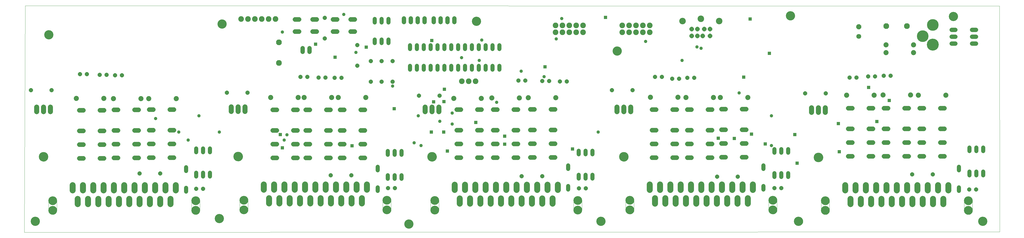
<source format=gts>
G75*
%MOIN*%
%OFA0B0*%
%FSLAX25Y25*%
%IPPOS*%
%LPD*%
%AMOC8*
5,1,8,0,0,1.08239X$1,22.5*
%
%ADD10C,0.00000*%
%ADD11C,0.13398*%
%ADD12C,0.07400*%
%ADD13C,0.06800*%
%ADD14OC8,0.06000*%
%ADD15C,0.06000*%
%ADD16C,0.07400*%
%ADD17C,0.13800*%
%ADD18C,0.00009*%
%ADD19C,0.08600*%
%ADD20C,0.12700*%
%ADD21C,0.08200*%
%ADD22OC8,0.08300*%
%ADD23OC8,0.07100*%
%ADD24C,0.07100*%
%ADD25C,0.17398*%
%ADD26C,0.17000*%
%ADD27C,0.06400*%
%ADD28OC8,0.06343*%
%ADD29C,0.09461*%
%ADD30C,0.04800*%
%ADD31R,0.04800X0.04800*%
D10*
X0001197Y0001197D02*
X0002378Y0331433D01*
X1419386Y0331039D01*
X1419780Y0001984D01*
X0001197Y0001197D01*
X0010646Y0017339D02*
X0010648Y0017497D01*
X0010654Y0017655D01*
X0010664Y0017813D01*
X0010678Y0017971D01*
X0010696Y0018128D01*
X0010717Y0018285D01*
X0010743Y0018441D01*
X0010773Y0018597D01*
X0010806Y0018752D01*
X0010844Y0018905D01*
X0010885Y0019058D01*
X0010930Y0019210D01*
X0010979Y0019361D01*
X0011032Y0019510D01*
X0011088Y0019658D01*
X0011148Y0019804D01*
X0011212Y0019949D01*
X0011280Y0020092D01*
X0011351Y0020234D01*
X0011425Y0020374D01*
X0011503Y0020511D01*
X0011585Y0020647D01*
X0011669Y0020781D01*
X0011758Y0020912D01*
X0011849Y0021041D01*
X0011944Y0021168D01*
X0012041Y0021293D01*
X0012142Y0021415D01*
X0012246Y0021534D01*
X0012353Y0021651D01*
X0012463Y0021765D01*
X0012576Y0021876D01*
X0012691Y0021985D01*
X0012809Y0022090D01*
X0012930Y0022192D01*
X0013053Y0022292D01*
X0013179Y0022388D01*
X0013307Y0022481D01*
X0013437Y0022571D01*
X0013570Y0022657D01*
X0013705Y0022741D01*
X0013841Y0022820D01*
X0013980Y0022897D01*
X0014121Y0022969D01*
X0014263Y0023039D01*
X0014407Y0023104D01*
X0014553Y0023166D01*
X0014700Y0023224D01*
X0014849Y0023279D01*
X0014999Y0023330D01*
X0015150Y0023377D01*
X0015302Y0023420D01*
X0015455Y0023459D01*
X0015610Y0023495D01*
X0015765Y0023526D01*
X0015921Y0023554D01*
X0016077Y0023578D01*
X0016234Y0023598D01*
X0016392Y0023614D01*
X0016549Y0023626D01*
X0016708Y0023634D01*
X0016866Y0023638D01*
X0017024Y0023638D01*
X0017182Y0023634D01*
X0017341Y0023626D01*
X0017498Y0023614D01*
X0017656Y0023598D01*
X0017813Y0023578D01*
X0017969Y0023554D01*
X0018125Y0023526D01*
X0018280Y0023495D01*
X0018435Y0023459D01*
X0018588Y0023420D01*
X0018740Y0023377D01*
X0018891Y0023330D01*
X0019041Y0023279D01*
X0019190Y0023224D01*
X0019337Y0023166D01*
X0019483Y0023104D01*
X0019627Y0023039D01*
X0019769Y0022969D01*
X0019910Y0022897D01*
X0020049Y0022820D01*
X0020185Y0022741D01*
X0020320Y0022657D01*
X0020453Y0022571D01*
X0020583Y0022481D01*
X0020711Y0022388D01*
X0020837Y0022292D01*
X0020960Y0022192D01*
X0021081Y0022090D01*
X0021199Y0021985D01*
X0021314Y0021876D01*
X0021427Y0021765D01*
X0021537Y0021651D01*
X0021644Y0021534D01*
X0021748Y0021415D01*
X0021849Y0021293D01*
X0021946Y0021168D01*
X0022041Y0021041D01*
X0022132Y0020912D01*
X0022221Y0020781D01*
X0022305Y0020647D01*
X0022387Y0020511D01*
X0022465Y0020374D01*
X0022539Y0020234D01*
X0022610Y0020092D01*
X0022678Y0019949D01*
X0022742Y0019804D01*
X0022802Y0019658D01*
X0022858Y0019510D01*
X0022911Y0019361D01*
X0022960Y0019210D01*
X0023005Y0019058D01*
X0023046Y0018905D01*
X0023084Y0018752D01*
X0023117Y0018597D01*
X0023147Y0018441D01*
X0023173Y0018285D01*
X0023194Y0018128D01*
X0023212Y0017971D01*
X0023226Y0017813D01*
X0023236Y0017655D01*
X0023242Y0017497D01*
X0023244Y0017339D01*
X0023242Y0017181D01*
X0023236Y0017023D01*
X0023226Y0016865D01*
X0023212Y0016707D01*
X0023194Y0016550D01*
X0023173Y0016393D01*
X0023147Y0016237D01*
X0023117Y0016081D01*
X0023084Y0015926D01*
X0023046Y0015773D01*
X0023005Y0015620D01*
X0022960Y0015468D01*
X0022911Y0015317D01*
X0022858Y0015168D01*
X0022802Y0015020D01*
X0022742Y0014874D01*
X0022678Y0014729D01*
X0022610Y0014586D01*
X0022539Y0014444D01*
X0022465Y0014304D01*
X0022387Y0014167D01*
X0022305Y0014031D01*
X0022221Y0013897D01*
X0022132Y0013766D01*
X0022041Y0013637D01*
X0021946Y0013510D01*
X0021849Y0013385D01*
X0021748Y0013263D01*
X0021644Y0013144D01*
X0021537Y0013027D01*
X0021427Y0012913D01*
X0021314Y0012802D01*
X0021199Y0012693D01*
X0021081Y0012588D01*
X0020960Y0012486D01*
X0020837Y0012386D01*
X0020711Y0012290D01*
X0020583Y0012197D01*
X0020453Y0012107D01*
X0020320Y0012021D01*
X0020185Y0011937D01*
X0020049Y0011858D01*
X0019910Y0011781D01*
X0019769Y0011709D01*
X0019627Y0011639D01*
X0019483Y0011574D01*
X0019337Y0011512D01*
X0019190Y0011454D01*
X0019041Y0011399D01*
X0018891Y0011348D01*
X0018740Y0011301D01*
X0018588Y0011258D01*
X0018435Y0011219D01*
X0018280Y0011183D01*
X0018125Y0011152D01*
X0017969Y0011124D01*
X0017813Y0011100D01*
X0017656Y0011080D01*
X0017498Y0011064D01*
X0017341Y0011052D01*
X0017182Y0011044D01*
X0017024Y0011040D01*
X0016866Y0011040D01*
X0016708Y0011044D01*
X0016549Y0011052D01*
X0016392Y0011064D01*
X0016234Y0011080D01*
X0016077Y0011100D01*
X0015921Y0011124D01*
X0015765Y0011152D01*
X0015610Y0011183D01*
X0015455Y0011219D01*
X0015302Y0011258D01*
X0015150Y0011301D01*
X0014999Y0011348D01*
X0014849Y0011399D01*
X0014700Y0011454D01*
X0014553Y0011512D01*
X0014407Y0011574D01*
X0014263Y0011639D01*
X0014121Y0011709D01*
X0013980Y0011781D01*
X0013841Y0011858D01*
X0013705Y0011937D01*
X0013570Y0012021D01*
X0013437Y0012107D01*
X0013307Y0012197D01*
X0013179Y0012290D01*
X0013053Y0012386D01*
X0012930Y0012486D01*
X0012809Y0012588D01*
X0012691Y0012693D01*
X0012576Y0012802D01*
X0012463Y0012913D01*
X0012353Y0013027D01*
X0012246Y0013144D01*
X0012142Y0013263D01*
X0012041Y0013385D01*
X0011944Y0013510D01*
X0011849Y0013637D01*
X0011758Y0013766D01*
X0011669Y0013897D01*
X0011585Y0014031D01*
X0011503Y0014167D01*
X0011425Y0014304D01*
X0011351Y0014444D01*
X0011280Y0014586D01*
X0011212Y0014729D01*
X0011148Y0014874D01*
X0011088Y0015020D01*
X0011032Y0015168D01*
X0010979Y0015317D01*
X0010930Y0015468D01*
X0010885Y0015620D01*
X0010844Y0015773D01*
X0010806Y0015926D01*
X0010773Y0016081D01*
X0010743Y0016237D01*
X0010717Y0016393D01*
X0010696Y0016550D01*
X0010678Y0016707D01*
X0010664Y0016865D01*
X0010654Y0017023D01*
X0010648Y0017181D01*
X0010646Y0017339D01*
X0036365Y0033197D02*
X0036367Y0033351D01*
X0036373Y0033505D01*
X0036383Y0033658D01*
X0036397Y0033811D01*
X0036415Y0033964D01*
X0036436Y0034116D01*
X0036462Y0034268D01*
X0036492Y0034419D01*
X0036525Y0034569D01*
X0036563Y0034718D01*
X0036604Y0034867D01*
X0036649Y0035014D01*
X0036698Y0035160D01*
X0036751Y0035304D01*
X0036807Y0035447D01*
X0036867Y0035589D01*
X0036931Y0035729D01*
X0036998Y0035867D01*
X0037069Y0036004D01*
X0037143Y0036139D01*
X0037221Y0036271D01*
X0037302Y0036402D01*
X0037387Y0036531D01*
X0037474Y0036657D01*
X0037565Y0036781D01*
X0037660Y0036902D01*
X0037757Y0037022D01*
X0037857Y0037138D01*
X0037961Y0037252D01*
X0038067Y0037363D01*
X0038176Y0037472D01*
X0038288Y0037577D01*
X0038403Y0037680D01*
X0038520Y0037780D01*
X0038640Y0037876D01*
X0038762Y0037970D01*
X0038886Y0038060D01*
X0039013Y0038147D01*
X0039142Y0038231D01*
X0039274Y0038311D01*
X0039407Y0038388D01*
X0039542Y0038461D01*
X0039679Y0038531D01*
X0039818Y0038598D01*
X0039958Y0038660D01*
X0040100Y0038719D01*
X0040244Y0038775D01*
X0040389Y0038827D01*
X0040535Y0038874D01*
X0040682Y0038919D01*
X0040831Y0038959D01*
X0040980Y0038995D01*
X0041131Y0039028D01*
X0041282Y0039057D01*
X0041434Y0039081D01*
X0041586Y0039102D01*
X0041739Y0039119D01*
X0041892Y0039132D01*
X0042046Y0039141D01*
X0042200Y0039146D01*
X0042353Y0039147D01*
X0042507Y0039144D01*
X0042661Y0039137D01*
X0042814Y0039126D01*
X0042968Y0039111D01*
X0043120Y0039092D01*
X0043272Y0039069D01*
X0043424Y0039043D01*
X0043575Y0039012D01*
X0043725Y0038978D01*
X0043874Y0038939D01*
X0044021Y0038897D01*
X0044168Y0038851D01*
X0044314Y0038801D01*
X0044458Y0038748D01*
X0044601Y0038690D01*
X0044742Y0038629D01*
X0044882Y0038565D01*
X0045020Y0038497D01*
X0045156Y0038425D01*
X0045290Y0038350D01*
X0045422Y0038271D01*
X0045552Y0038189D01*
X0045680Y0038104D01*
X0045806Y0038015D01*
X0045929Y0037923D01*
X0046050Y0037828D01*
X0046169Y0037730D01*
X0046285Y0037629D01*
X0046398Y0037525D01*
X0046509Y0037418D01*
X0046616Y0037308D01*
X0046721Y0037195D01*
X0046823Y0037080D01*
X0046922Y0036962D01*
X0047018Y0036842D01*
X0047111Y0036719D01*
X0047200Y0036594D01*
X0047286Y0036467D01*
X0047369Y0036337D01*
X0047449Y0036205D01*
X0047525Y0036072D01*
X0047597Y0035936D01*
X0047666Y0035798D01*
X0047732Y0035659D01*
X0047794Y0035518D01*
X0047852Y0035376D01*
X0047906Y0035232D01*
X0047957Y0035087D01*
X0048004Y0034940D01*
X0048047Y0034793D01*
X0048086Y0034644D01*
X0048122Y0034494D01*
X0048153Y0034344D01*
X0048181Y0034192D01*
X0048205Y0034040D01*
X0048225Y0033888D01*
X0048241Y0033735D01*
X0048253Y0033581D01*
X0048261Y0033428D01*
X0048265Y0033274D01*
X0048265Y0033120D01*
X0048261Y0032966D01*
X0048253Y0032813D01*
X0048241Y0032659D01*
X0048225Y0032506D01*
X0048205Y0032354D01*
X0048181Y0032202D01*
X0048153Y0032050D01*
X0048122Y0031900D01*
X0048086Y0031750D01*
X0048047Y0031601D01*
X0048004Y0031454D01*
X0047957Y0031307D01*
X0047906Y0031162D01*
X0047852Y0031018D01*
X0047794Y0030876D01*
X0047732Y0030735D01*
X0047666Y0030596D01*
X0047597Y0030458D01*
X0047525Y0030322D01*
X0047449Y0030189D01*
X0047369Y0030057D01*
X0047286Y0029927D01*
X0047200Y0029800D01*
X0047111Y0029675D01*
X0047018Y0029552D01*
X0046922Y0029432D01*
X0046823Y0029314D01*
X0046721Y0029199D01*
X0046616Y0029086D01*
X0046509Y0028976D01*
X0046398Y0028869D01*
X0046285Y0028765D01*
X0046169Y0028664D01*
X0046050Y0028566D01*
X0045929Y0028471D01*
X0045806Y0028379D01*
X0045680Y0028290D01*
X0045552Y0028205D01*
X0045422Y0028123D01*
X0045290Y0028044D01*
X0045156Y0027969D01*
X0045020Y0027897D01*
X0044882Y0027829D01*
X0044742Y0027765D01*
X0044601Y0027704D01*
X0044458Y0027646D01*
X0044314Y0027593D01*
X0044168Y0027543D01*
X0044021Y0027497D01*
X0043874Y0027455D01*
X0043725Y0027416D01*
X0043575Y0027382D01*
X0043424Y0027351D01*
X0043272Y0027325D01*
X0043120Y0027302D01*
X0042968Y0027283D01*
X0042814Y0027268D01*
X0042661Y0027257D01*
X0042507Y0027250D01*
X0042353Y0027247D01*
X0042200Y0027248D01*
X0042046Y0027253D01*
X0041892Y0027262D01*
X0041739Y0027275D01*
X0041586Y0027292D01*
X0041434Y0027313D01*
X0041282Y0027337D01*
X0041131Y0027366D01*
X0040980Y0027399D01*
X0040831Y0027435D01*
X0040682Y0027475D01*
X0040535Y0027520D01*
X0040389Y0027567D01*
X0040244Y0027619D01*
X0040100Y0027675D01*
X0039958Y0027734D01*
X0039818Y0027796D01*
X0039679Y0027863D01*
X0039542Y0027933D01*
X0039407Y0028006D01*
X0039274Y0028083D01*
X0039142Y0028163D01*
X0039013Y0028247D01*
X0038886Y0028334D01*
X0038762Y0028424D01*
X0038640Y0028518D01*
X0038520Y0028614D01*
X0038403Y0028714D01*
X0038288Y0028817D01*
X0038176Y0028922D01*
X0038067Y0029031D01*
X0037961Y0029142D01*
X0037857Y0029256D01*
X0037757Y0029372D01*
X0037660Y0029492D01*
X0037565Y0029613D01*
X0037474Y0029737D01*
X0037387Y0029863D01*
X0037302Y0029992D01*
X0037221Y0030123D01*
X0037143Y0030255D01*
X0037069Y0030390D01*
X0036998Y0030527D01*
X0036931Y0030665D01*
X0036867Y0030805D01*
X0036807Y0030947D01*
X0036751Y0031090D01*
X0036698Y0031234D01*
X0036649Y0031380D01*
X0036604Y0031527D01*
X0036563Y0031676D01*
X0036525Y0031825D01*
X0036492Y0031975D01*
X0036462Y0032126D01*
X0036436Y0032278D01*
X0036415Y0032430D01*
X0036397Y0032583D01*
X0036383Y0032736D01*
X0036373Y0032889D01*
X0036367Y0033043D01*
X0036365Y0033197D01*
X0036315Y0033197D02*
X0036317Y0033044D01*
X0036323Y0032891D01*
X0036333Y0032738D01*
X0036346Y0032585D01*
X0036364Y0032433D01*
X0036385Y0032281D01*
X0036411Y0032130D01*
X0036440Y0031980D01*
X0036473Y0031830D01*
X0036510Y0031681D01*
X0036550Y0031533D01*
X0036595Y0031387D01*
X0036643Y0031241D01*
X0036695Y0031097D01*
X0036750Y0030954D01*
X0036809Y0030813D01*
X0036872Y0030673D01*
X0036938Y0030535D01*
X0037008Y0030398D01*
X0037081Y0030264D01*
X0037158Y0030131D01*
X0037238Y0030000D01*
X0037321Y0029872D01*
X0037407Y0029745D01*
X0037497Y0029621D01*
X0037590Y0029499D01*
X0037686Y0029380D01*
X0037785Y0029263D01*
X0037887Y0029148D01*
X0037992Y0029036D01*
X0038100Y0028927D01*
X0038210Y0028821D01*
X0038323Y0028718D01*
X0038439Y0028617D01*
X0038557Y0028520D01*
X0038678Y0028425D01*
X0038801Y0028334D01*
X0038926Y0028246D01*
X0039054Y0028161D01*
X0039183Y0028079D01*
X0039315Y0028001D01*
X0039449Y0027926D01*
X0039584Y0027854D01*
X0039722Y0027786D01*
X0039861Y0027722D01*
X0040001Y0027661D01*
X0040143Y0027604D01*
X0040287Y0027550D01*
X0040432Y0027500D01*
X0040578Y0027454D01*
X0040725Y0027411D01*
X0040873Y0027373D01*
X0041023Y0027338D01*
X0041173Y0027307D01*
X0041323Y0027279D01*
X0041475Y0027256D01*
X0041627Y0027237D01*
X0041779Y0027221D01*
X0041932Y0027209D01*
X0042085Y0027201D01*
X0042238Y0027197D01*
X0042392Y0027197D01*
X0042545Y0027201D01*
X0042698Y0027209D01*
X0042851Y0027221D01*
X0043003Y0027237D01*
X0043155Y0027256D01*
X0043307Y0027279D01*
X0043457Y0027307D01*
X0043607Y0027338D01*
X0043757Y0027373D01*
X0043905Y0027411D01*
X0044052Y0027454D01*
X0044198Y0027500D01*
X0044343Y0027550D01*
X0044487Y0027604D01*
X0044629Y0027661D01*
X0044769Y0027722D01*
X0044908Y0027786D01*
X0045046Y0027854D01*
X0045181Y0027926D01*
X0045315Y0028001D01*
X0045447Y0028079D01*
X0045576Y0028161D01*
X0045704Y0028246D01*
X0045829Y0028334D01*
X0045952Y0028425D01*
X0046073Y0028520D01*
X0046191Y0028617D01*
X0046307Y0028718D01*
X0046420Y0028821D01*
X0046530Y0028927D01*
X0046638Y0029036D01*
X0046743Y0029148D01*
X0046845Y0029263D01*
X0046944Y0029380D01*
X0047040Y0029499D01*
X0047133Y0029621D01*
X0047223Y0029745D01*
X0047309Y0029872D01*
X0047392Y0030000D01*
X0047472Y0030131D01*
X0047549Y0030264D01*
X0047622Y0030398D01*
X0047692Y0030535D01*
X0047758Y0030673D01*
X0047821Y0030813D01*
X0047880Y0030954D01*
X0047935Y0031097D01*
X0047987Y0031241D01*
X0048035Y0031387D01*
X0048080Y0031533D01*
X0048120Y0031681D01*
X0048157Y0031830D01*
X0048190Y0031980D01*
X0048219Y0032130D01*
X0048245Y0032281D01*
X0048266Y0032433D01*
X0048284Y0032585D01*
X0048297Y0032738D01*
X0048307Y0032891D01*
X0048313Y0033044D01*
X0048315Y0033197D01*
X0036365Y0047197D02*
X0036367Y0047351D01*
X0036373Y0047505D01*
X0036383Y0047658D01*
X0036397Y0047811D01*
X0036415Y0047964D01*
X0036436Y0048116D01*
X0036462Y0048268D01*
X0036492Y0048419D01*
X0036525Y0048569D01*
X0036563Y0048718D01*
X0036604Y0048867D01*
X0036649Y0049014D01*
X0036698Y0049160D01*
X0036751Y0049304D01*
X0036807Y0049447D01*
X0036867Y0049589D01*
X0036931Y0049729D01*
X0036998Y0049867D01*
X0037069Y0050004D01*
X0037143Y0050139D01*
X0037221Y0050271D01*
X0037302Y0050402D01*
X0037387Y0050531D01*
X0037474Y0050657D01*
X0037565Y0050781D01*
X0037660Y0050902D01*
X0037757Y0051022D01*
X0037857Y0051138D01*
X0037961Y0051252D01*
X0038067Y0051363D01*
X0038176Y0051472D01*
X0038288Y0051577D01*
X0038403Y0051680D01*
X0038520Y0051780D01*
X0038640Y0051876D01*
X0038762Y0051970D01*
X0038886Y0052060D01*
X0039013Y0052147D01*
X0039142Y0052231D01*
X0039274Y0052311D01*
X0039407Y0052388D01*
X0039542Y0052461D01*
X0039679Y0052531D01*
X0039818Y0052598D01*
X0039958Y0052660D01*
X0040100Y0052719D01*
X0040244Y0052775D01*
X0040389Y0052827D01*
X0040535Y0052874D01*
X0040682Y0052919D01*
X0040831Y0052959D01*
X0040980Y0052995D01*
X0041131Y0053028D01*
X0041282Y0053057D01*
X0041434Y0053081D01*
X0041586Y0053102D01*
X0041739Y0053119D01*
X0041892Y0053132D01*
X0042046Y0053141D01*
X0042200Y0053146D01*
X0042353Y0053147D01*
X0042507Y0053144D01*
X0042661Y0053137D01*
X0042814Y0053126D01*
X0042968Y0053111D01*
X0043120Y0053092D01*
X0043272Y0053069D01*
X0043424Y0053043D01*
X0043575Y0053012D01*
X0043725Y0052978D01*
X0043874Y0052939D01*
X0044021Y0052897D01*
X0044168Y0052851D01*
X0044314Y0052801D01*
X0044458Y0052748D01*
X0044601Y0052690D01*
X0044742Y0052629D01*
X0044882Y0052565D01*
X0045020Y0052497D01*
X0045156Y0052425D01*
X0045290Y0052350D01*
X0045422Y0052271D01*
X0045552Y0052189D01*
X0045680Y0052104D01*
X0045806Y0052015D01*
X0045929Y0051923D01*
X0046050Y0051828D01*
X0046169Y0051730D01*
X0046285Y0051629D01*
X0046398Y0051525D01*
X0046509Y0051418D01*
X0046616Y0051308D01*
X0046721Y0051195D01*
X0046823Y0051080D01*
X0046922Y0050962D01*
X0047018Y0050842D01*
X0047111Y0050719D01*
X0047200Y0050594D01*
X0047286Y0050467D01*
X0047369Y0050337D01*
X0047449Y0050205D01*
X0047525Y0050072D01*
X0047597Y0049936D01*
X0047666Y0049798D01*
X0047732Y0049659D01*
X0047794Y0049518D01*
X0047852Y0049376D01*
X0047906Y0049232D01*
X0047957Y0049087D01*
X0048004Y0048940D01*
X0048047Y0048793D01*
X0048086Y0048644D01*
X0048122Y0048494D01*
X0048153Y0048344D01*
X0048181Y0048192D01*
X0048205Y0048040D01*
X0048225Y0047888D01*
X0048241Y0047735D01*
X0048253Y0047581D01*
X0048261Y0047428D01*
X0048265Y0047274D01*
X0048265Y0047120D01*
X0048261Y0046966D01*
X0048253Y0046813D01*
X0048241Y0046659D01*
X0048225Y0046506D01*
X0048205Y0046354D01*
X0048181Y0046202D01*
X0048153Y0046050D01*
X0048122Y0045900D01*
X0048086Y0045750D01*
X0048047Y0045601D01*
X0048004Y0045454D01*
X0047957Y0045307D01*
X0047906Y0045162D01*
X0047852Y0045018D01*
X0047794Y0044876D01*
X0047732Y0044735D01*
X0047666Y0044596D01*
X0047597Y0044458D01*
X0047525Y0044322D01*
X0047449Y0044189D01*
X0047369Y0044057D01*
X0047286Y0043927D01*
X0047200Y0043800D01*
X0047111Y0043675D01*
X0047018Y0043552D01*
X0046922Y0043432D01*
X0046823Y0043314D01*
X0046721Y0043199D01*
X0046616Y0043086D01*
X0046509Y0042976D01*
X0046398Y0042869D01*
X0046285Y0042765D01*
X0046169Y0042664D01*
X0046050Y0042566D01*
X0045929Y0042471D01*
X0045806Y0042379D01*
X0045680Y0042290D01*
X0045552Y0042205D01*
X0045422Y0042123D01*
X0045290Y0042044D01*
X0045156Y0041969D01*
X0045020Y0041897D01*
X0044882Y0041829D01*
X0044742Y0041765D01*
X0044601Y0041704D01*
X0044458Y0041646D01*
X0044314Y0041593D01*
X0044168Y0041543D01*
X0044021Y0041497D01*
X0043874Y0041455D01*
X0043725Y0041416D01*
X0043575Y0041382D01*
X0043424Y0041351D01*
X0043272Y0041325D01*
X0043120Y0041302D01*
X0042968Y0041283D01*
X0042814Y0041268D01*
X0042661Y0041257D01*
X0042507Y0041250D01*
X0042353Y0041247D01*
X0042200Y0041248D01*
X0042046Y0041253D01*
X0041892Y0041262D01*
X0041739Y0041275D01*
X0041586Y0041292D01*
X0041434Y0041313D01*
X0041282Y0041337D01*
X0041131Y0041366D01*
X0040980Y0041399D01*
X0040831Y0041435D01*
X0040682Y0041475D01*
X0040535Y0041520D01*
X0040389Y0041567D01*
X0040244Y0041619D01*
X0040100Y0041675D01*
X0039958Y0041734D01*
X0039818Y0041796D01*
X0039679Y0041863D01*
X0039542Y0041933D01*
X0039407Y0042006D01*
X0039274Y0042083D01*
X0039142Y0042163D01*
X0039013Y0042247D01*
X0038886Y0042334D01*
X0038762Y0042424D01*
X0038640Y0042518D01*
X0038520Y0042614D01*
X0038403Y0042714D01*
X0038288Y0042817D01*
X0038176Y0042922D01*
X0038067Y0043031D01*
X0037961Y0043142D01*
X0037857Y0043256D01*
X0037757Y0043372D01*
X0037660Y0043492D01*
X0037565Y0043613D01*
X0037474Y0043737D01*
X0037387Y0043863D01*
X0037302Y0043992D01*
X0037221Y0044123D01*
X0037143Y0044255D01*
X0037069Y0044390D01*
X0036998Y0044527D01*
X0036931Y0044665D01*
X0036867Y0044805D01*
X0036807Y0044947D01*
X0036751Y0045090D01*
X0036698Y0045234D01*
X0036649Y0045380D01*
X0036604Y0045527D01*
X0036563Y0045676D01*
X0036525Y0045825D01*
X0036492Y0045975D01*
X0036462Y0046126D01*
X0036436Y0046278D01*
X0036415Y0046430D01*
X0036397Y0046583D01*
X0036383Y0046736D01*
X0036373Y0046889D01*
X0036367Y0047043D01*
X0036365Y0047197D01*
X0036315Y0047197D02*
X0036317Y0047350D01*
X0036323Y0047503D01*
X0036333Y0047656D01*
X0036346Y0047809D01*
X0036364Y0047961D01*
X0036385Y0048113D01*
X0036411Y0048264D01*
X0036440Y0048414D01*
X0036473Y0048564D01*
X0036510Y0048713D01*
X0036550Y0048861D01*
X0036595Y0049007D01*
X0036643Y0049153D01*
X0036695Y0049297D01*
X0036750Y0049440D01*
X0036809Y0049581D01*
X0036872Y0049721D01*
X0036938Y0049859D01*
X0037008Y0049996D01*
X0037081Y0050130D01*
X0037158Y0050263D01*
X0037238Y0050394D01*
X0037321Y0050522D01*
X0037407Y0050649D01*
X0037497Y0050773D01*
X0037590Y0050895D01*
X0037686Y0051014D01*
X0037785Y0051131D01*
X0037887Y0051246D01*
X0037992Y0051358D01*
X0038100Y0051467D01*
X0038210Y0051573D01*
X0038323Y0051676D01*
X0038439Y0051777D01*
X0038557Y0051874D01*
X0038678Y0051969D01*
X0038801Y0052060D01*
X0038926Y0052148D01*
X0039054Y0052233D01*
X0039183Y0052315D01*
X0039315Y0052393D01*
X0039449Y0052468D01*
X0039584Y0052540D01*
X0039722Y0052608D01*
X0039861Y0052672D01*
X0040001Y0052733D01*
X0040143Y0052790D01*
X0040287Y0052844D01*
X0040432Y0052894D01*
X0040578Y0052940D01*
X0040725Y0052983D01*
X0040873Y0053021D01*
X0041023Y0053056D01*
X0041173Y0053087D01*
X0041323Y0053115D01*
X0041475Y0053138D01*
X0041627Y0053157D01*
X0041779Y0053173D01*
X0041932Y0053185D01*
X0042085Y0053193D01*
X0042238Y0053197D01*
X0042392Y0053197D01*
X0042545Y0053193D01*
X0042698Y0053185D01*
X0042851Y0053173D01*
X0043003Y0053157D01*
X0043155Y0053138D01*
X0043307Y0053115D01*
X0043457Y0053087D01*
X0043607Y0053056D01*
X0043757Y0053021D01*
X0043905Y0052983D01*
X0044052Y0052940D01*
X0044198Y0052894D01*
X0044343Y0052844D01*
X0044487Y0052790D01*
X0044629Y0052733D01*
X0044769Y0052672D01*
X0044908Y0052608D01*
X0045046Y0052540D01*
X0045181Y0052468D01*
X0045315Y0052393D01*
X0045447Y0052315D01*
X0045576Y0052233D01*
X0045704Y0052148D01*
X0045829Y0052060D01*
X0045952Y0051969D01*
X0046073Y0051874D01*
X0046191Y0051777D01*
X0046307Y0051676D01*
X0046420Y0051573D01*
X0046530Y0051467D01*
X0046638Y0051358D01*
X0046743Y0051246D01*
X0046845Y0051131D01*
X0046944Y0051014D01*
X0047040Y0050895D01*
X0047133Y0050773D01*
X0047223Y0050649D01*
X0047309Y0050522D01*
X0047392Y0050394D01*
X0047472Y0050263D01*
X0047549Y0050130D01*
X0047622Y0049996D01*
X0047692Y0049859D01*
X0047758Y0049721D01*
X0047821Y0049581D01*
X0047880Y0049440D01*
X0047935Y0049297D01*
X0047987Y0049153D01*
X0048035Y0049007D01*
X0048080Y0048861D01*
X0048120Y0048713D01*
X0048157Y0048564D01*
X0048190Y0048414D01*
X0048219Y0048264D01*
X0048245Y0048113D01*
X0048266Y0047961D01*
X0048284Y0047809D01*
X0048297Y0047656D01*
X0048307Y0047503D01*
X0048313Y0047350D01*
X0048315Y0047197D01*
X0244365Y0047197D02*
X0244367Y0047351D01*
X0244373Y0047505D01*
X0244383Y0047658D01*
X0244397Y0047811D01*
X0244415Y0047964D01*
X0244436Y0048116D01*
X0244462Y0048268D01*
X0244492Y0048419D01*
X0244525Y0048569D01*
X0244563Y0048718D01*
X0244604Y0048867D01*
X0244649Y0049014D01*
X0244698Y0049160D01*
X0244751Y0049304D01*
X0244807Y0049447D01*
X0244867Y0049589D01*
X0244931Y0049729D01*
X0244998Y0049867D01*
X0245069Y0050004D01*
X0245143Y0050139D01*
X0245221Y0050271D01*
X0245302Y0050402D01*
X0245387Y0050531D01*
X0245474Y0050657D01*
X0245565Y0050781D01*
X0245660Y0050902D01*
X0245757Y0051022D01*
X0245857Y0051138D01*
X0245961Y0051252D01*
X0246067Y0051363D01*
X0246176Y0051472D01*
X0246288Y0051577D01*
X0246403Y0051680D01*
X0246520Y0051780D01*
X0246640Y0051876D01*
X0246762Y0051970D01*
X0246886Y0052060D01*
X0247013Y0052147D01*
X0247142Y0052231D01*
X0247274Y0052311D01*
X0247407Y0052388D01*
X0247542Y0052461D01*
X0247679Y0052531D01*
X0247818Y0052598D01*
X0247958Y0052660D01*
X0248100Y0052719D01*
X0248244Y0052775D01*
X0248389Y0052827D01*
X0248535Y0052874D01*
X0248682Y0052919D01*
X0248831Y0052959D01*
X0248980Y0052995D01*
X0249131Y0053028D01*
X0249282Y0053057D01*
X0249434Y0053081D01*
X0249586Y0053102D01*
X0249739Y0053119D01*
X0249892Y0053132D01*
X0250046Y0053141D01*
X0250200Y0053146D01*
X0250353Y0053147D01*
X0250507Y0053144D01*
X0250661Y0053137D01*
X0250814Y0053126D01*
X0250968Y0053111D01*
X0251120Y0053092D01*
X0251272Y0053069D01*
X0251424Y0053043D01*
X0251575Y0053012D01*
X0251725Y0052978D01*
X0251874Y0052939D01*
X0252021Y0052897D01*
X0252168Y0052851D01*
X0252314Y0052801D01*
X0252458Y0052748D01*
X0252601Y0052690D01*
X0252742Y0052629D01*
X0252882Y0052565D01*
X0253020Y0052497D01*
X0253156Y0052425D01*
X0253290Y0052350D01*
X0253422Y0052271D01*
X0253552Y0052189D01*
X0253680Y0052104D01*
X0253806Y0052015D01*
X0253929Y0051923D01*
X0254050Y0051828D01*
X0254169Y0051730D01*
X0254285Y0051629D01*
X0254398Y0051525D01*
X0254509Y0051418D01*
X0254616Y0051308D01*
X0254721Y0051195D01*
X0254823Y0051080D01*
X0254922Y0050962D01*
X0255018Y0050842D01*
X0255111Y0050719D01*
X0255200Y0050594D01*
X0255286Y0050467D01*
X0255369Y0050337D01*
X0255449Y0050205D01*
X0255525Y0050072D01*
X0255597Y0049936D01*
X0255666Y0049798D01*
X0255732Y0049659D01*
X0255794Y0049518D01*
X0255852Y0049376D01*
X0255906Y0049232D01*
X0255957Y0049087D01*
X0256004Y0048940D01*
X0256047Y0048793D01*
X0256086Y0048644D01*
X0256122Y0048494D01*
X0256153Y0048344D01*
X0256181Y0048192D01*
X0256205Y0048040D01*
X0256225Y0047888D01*
X0256241Y0047735D01*
X0256253Y0047581D01*
X0256261Y0047428D01*
X0256265Y0047274D01*
X0256265Y0047120D01*
X0256261Y0046966D01*
X0256253Y0046813D01*
X0256241Y0046659D01*
X0256225Y0046506D01*
X0256205Y0046354D01*
X0256181Y0046202D01*
X0256153Y0046050D01*
X0256122Y0045900D01*
X0256086Y0045750D01*
X0256047Y0045601D01*
X0256004Y0045454D01*
X0255957Y0045307D01*
X0255906Y0045162D01*
X0255852Y0045018D01*
X0255794Y0044876D01*
X0255732Y0044735D01*
X0255666Y0044596D01*
X0255597Y0044458D01*
X0255525Y0044322D01*
X0255449Y0044189D01*
X0255369Y0044057D01*
X0255286Y0043927D01*
X0255200Y0043800D01*
X0255111Y0043675D01*
X0255018Y0043552D01*
X0254922Y0043432D01*
X0254823Y0043314D01*
X0254721Y0043199D01*
X0254616Y0043086D01*
X0254509Y0042976D01*
X0254398Y0042869D01*
X0254285Y0042765D01*
X0254169Y0042664D01*
X0254050Y0042566D01*
X0253929Y0042471D01*
X0253806Y0042379D01*
X0253680Y0042290D01*
X0253552Y0042205D01*
X0253422Y0042123D01*
X0253290Y0042044D01*
X0253156Y0041969D01*
X0253020Y0041897D01*
X0252882Y0041829D01*
X0252742Y0041765D01*
X0252601Y0041704D01*
X0252458Y0041646D01*
X0252314Y0041593D01*
X0252168Y0041543D01*
X0252021Y0041497D01*
X0251874Y0041455D01*
X0251725Y0041416D01*
X0251575Y0041382D01*
X0251424Y0041351D01*
X0251272Y0041325D01*
X0251120Y0041302D01*
X0250968Y0041283D01*
X0250814Y0041268D01*
X0250661Y0041257D01*
X0250507Y0041250D01*
X0250353Y0041247D01*
X0250200Y0041248D01*
X0250046Y0041253D01*
X0249892Y0041262D01*
X0249739Y0041275D01*
X0249586Y0041292D01*
X0249434Y0041313D01*
X0249282Y0041337D01*
X0249131Y0041366D01*
X0248980Y0041399D01*
X0248831Y0041435D01*
X0248682Y0041475D01*
X0248535Y0041520D01*
X0248389Y0041567D01*
X0248244Y0041619D01*
X0248100Y0041675D01*
X0247958Y0041734D01*
X0247818Y0041796D01*
X0247679Y0041863D01*
X0247542Y0041933D01*
X0247407Y0042006D01*
X0247274Y0042083D01*
X0247142Y0042163D01*
X0247013Y0042247D01*
X0246886Y0042334D01*
X0246762Y0042424D01*
X0246640Y0042518D01*
X0246520Y0042614D01*
X0246403Y0042714D01*
X0246288Y0042817D01*
X0246176Y0042922D01*
X0246067Y0043031D01*
X0245961Y0043142D01*
X0245857Y0043256D01*
X0245757Y0043372D01*
X0245660Y0043492D01*
X0245565Y0043613D01*
X0245474Y0043737D01*
X0245387Y0043863D01*
X0245302Y0043992D01*
X0245221Y0044123D01*
X0245143Y0044255D01*
X0245069Y0044390D01*
X0244998Y0044527D01*
X0244931Y0044665D01*
X0244867Y0044805D01*
X0244807Y0044947D01*
X0244751Y0045090D01*
X0244698Y0045234D01*
X0244649Y0045380D01*
X0244604Y0045527D01*
X0244563Y0045676D01*
X0244525Y0045825D01*
X0244492Y0045975D01*
X0244462Y0046126D01*
X0244436Y0046278D01*
X0244415Y0046430D01*
X0244397Y0046583D01*
X0244383Y0046736D01*
X0244373Y0046889D01*
X0244367Y0047043D01*
X0244365Y0047197D01*
X0244315Y0047197D02*
X0244317Y0047350D01*
X0244323Y0047503D01*
X0244333Y0047656D01*
X0244346Y0047809D01*
X0244364Y0047961D01*
X0244385Y0048113D01*
X0244411Y0048264D01*
X0244440Y0048414D01*
X0244473Y0048564D01*
X0244510Y0048713D01*
X0244550Y0048861D01*
X0244595Y0049007D01*
X0244643Y0049153D01*
X0244695Y0049297D01*
X0244750Y0049440D01*
X0244809Y0049581D01*
X0244872Y0049721D01*
X0244938Y0049859D01*
X0245008Y0049996D01*
X0245081Y0050130D01*
X0245158Y0050263D01*
X0245238Y0050394D01*
X0245321Y0050522D01*
X0245407Y0050649D01*
X0245497Y0050773D01*
X0245590Y0050895D01*
X0245686Y0051014D01*
X0245785Y0051131D01*
X0245887Y0051246D01*
X0245992Y0051358D01*
X0246100Y0051467D01*
X0246210Y0051573D01*
X0246323Y0051676D01*
X0246439Y0051777D01*
X0246557Y0051874D01*
X0246678Y0051969D01*
X0246801Y0052060D01*
X0246926Y0052148D01*
X0247054Y0052233D01*
X0247183Y0052315D01*
X0247315Y0052393D01*
X0247449Y0052468D01*
X0247584Y0052540D01*
X0247722Y0052608D01*
X0247861Y0052672D01*
X0248001Y0052733D01*
X0248143Y0052790D01*
X0248287Y0052844D01*
X0248432Y0052894D01*
X0248578Y0052940D01*
X0248725Y0052983D01*
X0248873Y0053021D01*
X0249023Y0053056D01*
X0249173Y0053087D01*
X0249323Y0053115D01*
X0249475Y0053138D01*
X0249627Y0053157D01*
X0249779Y0053173D01*
X0249932Y0053185D01*
X0250085Y0053193D01*
X0250238Y0053197D01*
X0250392Y0053197D01*
X0250545Y0053193D01*
X0250698Y0053185D01*
X0250851Y0053173D01*
X0251003Y0053157D01*
X0251155Y0053138D01*
X0251307Y0053115D01*
X0251457Y0053087D01*
X0251607Y0053056D01*
X0251757Y0053021D01*
X0251905Y0052983D01*
X0252052Y0052940D01*
X0252198Y0052894D01*
X0252343Y0052844D01*
X0252487Y0052790D01*
X0252629Y0052733D01*
X0252769Y0052672D01*
X0252908Y0052608D01*
X0253046Y0052540D01*
X0253181Y0052468D01*
X0253315Y0052393D01*
X0253447Y0052315D01*
X0253576Y0052233D01*
X0253704Y0052148D01*
X0253829Y0052060D01*
X0253952Y0051969D01*
X0254073Y0051874D01*
X0254191Y0051777D01*
X0254307Y0051676D01*
X0254420Y0051573D01*
X0254530Y0051467D01*
X0254638Y0051358D01*
X0254743Y0051246D01*
X0254845Y0051131D01*
X0254944Y0051014D01*
X0255040Y0050895D01*
X0255133Y0050773D01*
X0255223Y0050649D01*
X0255309Y0050522D01*
X0255392Y0050394D01*
X0255472Y0050263D01*
X0255549Y0050130D01*
X0255622Y0049996D01*
X0255692Y0049859D01*
X0255758Y0049721D01*
X0255821Y0049581D01*
X0255880Y0049440D01*
X0255935Y0049297D01*
X0255987Y0049153D01*
X0256035Y0049007D01*
X0256080Y0048861D01*
X0256120Y0048713D01*
X0256157Y0048564D01*
X0256190Y0048414D01*
X0256219Y0048264D01*
X0256245Y0048113D01*
X0256266Y0047961D01*
X0256284Y0047809D01*
X0256297Y0047656D01*
X0256307Y0047503D01*
X0256313Y0047350D01*
X0256315Y0047197D01*
X0314515Y0048102D02*
X0314517Y0048256D01*
X0314523Y0048410D01*
X0314533Y0048563D01*
X0314547Y0048716D01*
X0314565Y0048869D01*
X0314586Y0049021D01*
X0314612Y0049173D01*
X0314642Y0049324D01*
X0314675Y0049474D01*
X0314713Y0049623D01*
X0314754Y0049772D01*
X0314799Y0049919D01*
X0314848Y0050065D01*
X0314901Y0050209D01*
X0314957Y0050352D01*
X0315017Y0050494D01*
X0315081Y0050634D01*
X0315148Y0050772D01*
X0315219Y0050909D01*
X0315293Y0051044D01*
X0315371Y0051176D01*
X0315452Y0051307D01*
X0315537Y0051436D01*
X0315624Y0051562D01*
X0315715Y0051686D01*
X0315810Y0051807D01*
X0315907Y0051927D01*
X0316007Y0052043D01*
X0316111Y0052157D01*
X0316217Y0052268D01*
X0316326Y0052377D01*
X0316438Y0052482D01*
X0316553Y0052585D01*
X0316670Y0052685D01*
X0316790Y0052781D01*
X0316912Y0052875D01*
X0317036Y0052965D01*
X0317163Y0053052D01*
X0317292Y0053136D01*
X0317424Y0053216D01*
X0317557Y0053293D01*
X0317692Y0053366D01*
X0317829Y0053436D01*
X0317968Y0053503D01*
X0318108Y0053565D01*
X0318250Y0053624D01*
X0318394Y0053680D01*
X0318539Y0053732D01*
X0318685Y0053779D01*
X0318832Y0053824D01*
X0318981Y0053864D01*
X0319130Y0053900D01*
X0319281Y0053933D01*
X0319432Y0053962D01*
X0319584Y0053986D01*
X0319736Y0054007D01*
X0319889Y0054024D01*
X0320042Y0054037D01*
X0320196Y0054046D01*
X0320350Y0054051D01*
X0320503Y0054052D01*
X0320657Y0054049D01*
X0320811Y0054042D01*
X0320964Y0054031D01*
X0321118Y0054016D01*
X0321270Y0053997D01*
X0321422Y0053974D01*
X0321574Y0053948D01*
X0321725Y0053917D01*
X0321875Y0053883D01*
X0322024Y0053844D01*
X0322171Y0053802D01*
X0322318Y0053756D01*
X0322464Y0053706D01*
X0322608Y0053653D01*
X0322751Y0053595D01*
X0322892Y0053534D01*
X0323032Y0053470D01*
X0323170Y0053402D01*
X0323306Y0053330D01*
X0323440Y0053255D01*
X0323572Y0053176D01*
X0323702Y0053094D01*
X0323830Y0053009D01*
X0323956Y0052920D01*
X0324079Y0052828D01*
X0324200Y0052733D01*
X0324319Y0052635D01*
X0324435Y0052534D01*
X0324548Y0052430D01*
X0324659Y0052323D01*
X0324766Y0052213D01*
X0324871Y0052100D01*
X0324973Y0051985D01*
X0325072Y0051867D01*
X0325168Y0051747D01*
X0325261Y0051624D01*
X0325350Y0051499D01*
X0325436Y0051372D01*
X0325519Y0051242D01*
X0325599Y0051110D01*
X0325675Y0050977D01*
X0325747Y0050841D01*
X0325816Y0050703D01*
X0325882Y0050564D01*
X0325944Y0050423D01*
X0326002Y0050281D01*
X0326056Y0050137D01*
X0326107Y0049992D01*
X0326154Y0049845D01*
X0326197Y0049698D01*
X0326236Y0049549D01*
X0326272Y0049399D01*
X0326303Y0049249D01*
X0326331Y0049097D01*
X0326355Y0048945D01*
X0326375Y0048793D01*
X0326391Y0048640D01*
X0326403Y0048486D01*
X0326411Y0048333D01*
X0326415Y0048179D01*
X0326415Y0048025D01*
X0326411Y0047871D01*
X0326403Y0047718D01*
X0326391Y0047564D01*
X0326375Y0047411D01*
X0326355Y0047259D01*
X0326331Y0047107D01*
X0326303Y0046955D01*
X0326272Y0046805D01*
X0326236Y0046655D01*
X0326197Y0046506D01*
X0326154Y0046359D01*
X0326107Y0046212D01*
X0326056Y0046067D01*
X0326002Y0045923D01*
X0325944Y0045781D01*
X0325882Y0045640D01*
X0325816Y0045501D01*
X0325747Y0045363D01*
X0325675Y0045227D01*
X0325599Y0045094D01*
X0325519Y0044962D01*
X0325436Y0044832D01*
X0325350Y0044705D01*
X0325261Y0044580D01*
X0325168Y0044457D01*
X0325072Y0044337D01*
X0324973Y0044219D01*
X0324871Y0044104D01*
X0324766Y0043991D01*
X0324659Y0043881D01*
X0324548Y0043774D01*
X0324435Y0043670D01*
X0324319Y0043569D01*
X0324200Y0043471D01*
X0324079Y0043376D01*
X0323956Y0043284D01*
X0323830Y0043195D01*
X0323702Y0043110D01*
X0323572Y0043028D01*
X0323440Y0042949D01*
X0323306Y0042874D01*
X0323170Y0042802D01*
X0323032Y0042734D01*
X0322892Y0042670D01*
X0322751Y0042609D01*
X0322608Y0042551D01*
X0322464Y0042498D01*
X0322318Y0042448D01*
X0322171Y0042402D01*
X0322024Y0042360D01*
X0321875Y0042321D01*
X0321725Y0042287D01*
X0321574Y0042256D01*
X0321422Y0042230D01*
X0321270Y0042207D01*
X0321118Y0042188D01*
X0320964Y0042173D01*
X0320811Y0042162D01*
X0320657Y0042155D01*
X0320503Y0042152D01*
X0320350Y0042153D01*
X0320196Y0042158D01*
X0320042Y0042167D01*
X0319889Y0042180D01*
X0319736Y0042197D01*
X0319584Y0042218D01*
X0319432Y0042242D01*
X0319281Y0042271D01*
X0319130Y0042304D01*
X0318981Y0042340D01*
X0318832Y0042380D01*
X0318685Y0042425D01*
X0318539Y0042472D01*
X0318394Y0042524D01*
X0318250Y0042580D01*
X0318108Y0042639D01*
X0317968Y0042701D01*
X0317829Y0042768D01*
X0317692Y0042838D01*
X0317557Y0042911D01*
X0317424Y0042988D01*
X0317292Y0043068D01*
X0317163Y0043152D01*
X0317036Y0043239D01*
X0316912Y0043329D01*
X0316790Y0043423D01*
X0316670Y0043519D01*
X0316553Y0043619D01*
X0316438Y0043722D01*
X0316326Y0043827D01*
X0316217Y0043936D01*
X0316111Y0044047D01*
X0316007Y0044161D01*
X0315907Y0044277D01*
X0315810Y0044397D01*
X0315715Y0044518D01*
X0315624Y0044642D01*
X0315537Y0044768D01*
X0315452Y0044897D01*
X0315371Y0045028D01*
X0315293Y0045160D01*
X0315219Y0045295D01*
X0315148Y0045432D01*
X0315081Y0045570D01*
X0315017Y0045710D01*
X0314957Y0045852D01*
X0314901Y0045995D01*
X0314848Y0046139D01*
X0314799Y0046285D01*
X0314754Y0046432D01*
X0314713Y0046581D01*
X0314675Y0046730D01*
X0314642Y0046880D01*
X0314612Y0047031D01*
X0314586Y0047183D01*
X0314565Y0047335D01*
X0314547Y0047488D01*
X0314533Y0047641D01*
X0314523Y0047794D01*
X0314517Y0047948D01*
X0314515Y0048102D01*
X0314465Y0048102D02*
X0314467Y0048255D01*
X0314473Y0048408D01*
X0314483Y0048561D01*
X0314496Y0048714D01*
X0314514Y0048866D01*
X0314535Y0049018D01*
X0314561Y0049169D01*
X0314590Y0049319D01*
X0314623Y0049469D01*
X0314660Y0049618D01*
X0314700Y0049766D01*
X0314745Y0049912D01*
X0314793Y0050058D01*
X0314845Y0050202D01*
X0314900Y0050345D01*
X0314959Y0050486D01*
X0315022Y0050626D01*
X0315088Y0050764D01*
X0315158Y0050901D01*
X0315231Y0051035D01*
X0315308Y0051168D01*
X0315388Y0051299D01*
X0315471Y0051427D01*
X0315557Y0051554D01*
X0315647Y0051678D01*
X0315740Y0051800D01*
X0315836Y0051919D01*
X0315935Y0052036D01*
X0316037Y0052151D01*
X0316142Y0052263D01*
X0316250Y0052372D01*
X0316360Y0052478D01*
X0316473Y0052581D01*
X0316589Y0052682D01*
X0316707Y0052779D01*
X0316828Y0052874D01*
X0316951Y0052965D01*
X0317076Y0053053D01*
X0317204Y0053138D01*
X0317333Y0053220D01*
X0317465Y0053298D01*
X0317599Y0053373D01*
X0317734Y0053445D01*
X0317872Y0053513D01*
X0318011Y0053577D01*
X0318151Y0053638D01*
X0318293Y0053695D01*
X0318437Y0053749D01*
X0318582Y0053799D01*
X0318728Y0053845D01*
X0318875Y0053888D01*
X0319023Y0053926D01*
X0319173Y0053961D01*
X0319323Y0053992D01*
X0319473Y0054020D01*
X0319625Y0054043D01*
X0319777Y0054062D01*
X0319929Y0054078D01*
X0320082Y0054090D01*
X0320235Y0054098D01*
X0320388Y0054102D01*
X0320542Y0054102D01*
X0320695Y0054098D01*
X0320848Y0054090D01*
X0321001Y0054078D01*
X0321153Y0054062D01*
X0321305Y0054043D01*
X0321457Y0054020D01*
X0321607Y0053992D01*
X0321757Y0053961D01*
X0321907Y0053926D01*
X0322055Y0053888D01*
X0322202Y0053845D01*
X0322348Y0053799D01*
X0322493Y0053749D01*
X0322637Y0053695D01*
X0322779Y0053638D01*
X0322919Y0053577D01*
X0323058Y0053513D01*
X0323196Y0053445D01*
X0323331Y0053373D01*
X0323465Y0053298D01*
X0323597Y0053220D01*
X0323726Y0053138D01*
X0323854Y0053053D01*
X0323979Y0052965D01*
X0324102Y0052874D01*
X0324223Y0052779D01*
X0324341Y0052682D01*
X0324457Y0052581D01*
X0324570Y0052478D01*
X0324680Y0052372D01*
X0324788Y0052263D01*
X0324893Y0052151D01*
X0324995Y0052036D01*
X0325094Y0051919D01*
X0325190Y0051800D01*
X0325283Y0051678D01*
X0325373Y0051554D01*
X0325459Y0051427D01*
X0325542Y0051299D01*
X0325622Y0051168D01*
X0325699Y0051035D01*
X0325772Y0050901D01*
X0325842Y0050764D01*
X0325908Y0050626D01*
X0325971Y0050486D01*
X0326030Y0050345D01*
X0326085Y0050202D01*
X0326137Y0050058D01*
X0326185Y0049912D01*
X0326230Y0049766D01*
X0326270Y0049618D01*
X0326307Y0049469D01*
X0326340Y0049319D01*
X0326369Y0049169D01*
X0326395Y0049018D01*
X0326416Y0048866D01*
X0326434Y0048714D01*
X0326447Y0048561D01*
X0326457Y0048408D01*
X0326463Y0048255D01*
X0326465Y0048102D01*
X0314515Y0034102D02*
X0314517Y0034256D01*
X0314523Y0034410D01*
X0314533Y0034563D01*
X0314547Y0034716D01*
X0314565Y0034869D01*
X0314586Y0035021D01*
X0314612Y0035173D01*
X0314642Y0035324D01*
X0314675Y0035474D01*
X0314713Y0035623D01*
X0314754Y0035772D01*
X0314799Y0035919D01*
X0314848Y0036065D01*
X0314901Y0036209D01*
X0314957Y0036352D01*
X0315017Y0036494D01*
X0315081Y0036634D01*
X0315148Y0036772D01*
X0315219Y0036909D01*
X0315293Y0037044D01*
X0315371Y0037176D01*
X0315452Y0037307D01*
X0315537Y0037436D01*
X0315624Y0037562D01*
X0315715Y0037686D01*
X0315810Y0037807D01*
X0315907Y0037927D01*
X0316007Y0038043D01*
X0316111Y0038157D01*
X0316217Y0038268D01*
X0316326Y0038377D01*
X0316438Y0038482D01*
X0316553Y0038585D01*
X0316670Y0038685D01*
X0316790Y0038781D01*
X0316912Y0038875D01*
X0317036Y0038965D01*
X0317163Y0039052D01*
X0317292Y0039136D01*
X0317424Y0039216D01*
X0317557Y0039293D01*
X0317692Y0039366D01*
X0317829Y0039436D01*
X0317968Y0039503D01*
X0318108Y0039565D01*
X0318250Y0039624D01*
X0318394Y0039680D01*
X0318539Y0039732D01*
X0318685Y0039779D01*
X0318832Y0039824D01*
X0318981Y0039864D01*
X0319130Y0039900D01*
X0319281Y0039933D01*
X0319432Y0039962D01*
X0319584Y0039986D01*
X0319736Y0040007D01*
X0319889Y0040024D01*
X0320042Y0040037D01*
X0320196Y0040046D01*
X0320350Y0040051D01*
X0320503Y0040052D01*
X0320657Y0040049D01*
X0320811Y0040042D01*
X0320964Y0040031D01*
X0321118Y0040016D01*
X0321270Y0039997D01*
X0321422Y0039974D01*
X0321574Y0039948D01*
X0321725Y0039917D01*
X0321875Y0039883D01*
X0322024Y0039844D01*
X0322171Y0039802D01*
X0322318Y0039756D01*
X0322464Y0039706D01*
X0322608Y0039653D01*
X0322751Y0039595D01*
X0322892Y0039534D01*
X0323032Y0039470D01*
X0323170Y0039402D01*
X0323306Y0039330D01*
X0323440Y0039255D01*
X0323572Y0039176D01*
X0323702Y0039094D01*
X0323830Y0039009D01*
X0323956Y0038920D01*
X0324079Y0038828D01*
X0324200Y0038733D01*
X0324319Y0038635D01*
X0324435Y0038534D01*
X0324548Y0038430D01*
X0324659Y0038323D01*
X0324766Y0038213D01*
X0324871Y0038100D01*
X0324973Y0037985D01*
X0325072Y0037867D01*
X0325168Y0037747D01*
X0325261Y0037624D01*
X0325350Y0037499D01*
X0325436Y0037372D01*
X0325519Y0037242D01*
X0325599Y0037110D01*
X0325675Y0036977D01*
X0325747Y0036841D01*
X0325816Y0036703D01*
X0325882Y0036564D01*
X0325944Y0036423D01*
X0326002Y0036281D01*
X0326056Y0036137D01*
X0326107Y0035992D01*
X0326154Y0035845D01*
X0326197Y0035698D01*
X0326236Y0035549D01*
X0326272Y0035399D01*
X0326303Y0035249D01*
X0326331Y0035097D01*
X0326355Y0034945D01*
X0326375Y0034793D01*
X0326391Y0034640D01*
X0326403Y0034486D01*
X0326411Y0034333D01*
X0326415Y0034179D01*
X0326415Y0034025D01*
X0326411Y0033871D01*
X0326403Y0033718D01*
X0326391Y0033564D01*
X0326375Y0033411D01*
X0326355Y0033259D01*
X0326331Y0033107D01*
X0326303Y0032955D01*
X0326272Y0032805D01*
X0326236Y0032655D01*
X0326197Y0032506D01*
X0326154Y0032359D01*
X0326107Y0032212D01*
X0326056Y0032067D01*
X0326002Y0031923D01*
X0325944Y0031781D01*
X0325882Y0031640D01*
X0325816Y0031501D01*
X0325747Y0031363D01*
X0325675Y0031227D01*
X0325599Y0031094D01*
X0325519Y0030962D01*
X0325436Y0030832D01*
X0325350Y0030705D01*
X0325261Y0030580D01*
X0325168Y0030457D01*
X0325072Y0030337D01*
X0324973Y0030219D01*
X0324871Y0030104D01*
X0324766Y0029991D01*
X0324659Y0029881D01*
X0324548Y0029774D01*
X0324435Y0029670D01*
X0324319Y0029569D01*
X0324200Y0029471D01*
X0324079Y0029376D01*
X0323956Y0029284D01*
X0323830Y0029195D01*
X0323702Y0029110D01*
X0323572Y0029028D01*
X0323440Y0028949D01*
X0323306Y0028874D01*
X0323170Y0028802D01*
X0323032Y0028734D01*
X0322892Y0028670D01*
X0322751Y0028609D01*
X0322608Y0028551D01*
X0322464Y0028498D01*
X0322318Y0028448D01*
X0322171Y0028402D01*
X0322024Y0028360D01*
X0321875Y0028321D01*
X0321725Y0028287D01*
X0321574Y0028256D01*
X0321422Y0028230D01*
X0321270Y0028207D01*
X0321118Y0028188D01*
X0320964Y0028173D01*
X0320811Y0028162D01*
X0320657Y0028155D01*
X0320503Y0028152D01*
X0320350Y0028153D01*
X0320196Y0028158D01*
X0320042Y0028167D01*
X0319889Y0028180D01*
X0319736Y0028197D01*
X0319584Y0028218D01*
X0319432Y0028242D01*
X0319281Y0028271D01*
X0319130Y0028304D01*
X0318981Y0028340D01*
X0318832Y0028380D01*
X0318685Y0028425D01*
X0318539Y0028472D01*
X0318394Y0028524D01*
X0318250Y0028580D01*
X0318108Y0028639D01*
X0317968Y0028701D01*
X0317829Y0028768D01*
X0317692Y0028838D01*
X0317557Y0028911D01*
X0317424Y0028988D01*
X0317292Y0029068D01*
X0317163Y0029152D01*
X0317036Y0029239D01*
X0316912Y0029329D01*
X0316790Y0029423D01*
X0316670Y0029519D01*
X0316553Y0029619D01*
X0316438Y0029722D01*
X0316326Y0029827D01*
X0316217Y0029936D01*
X0316111Y0030047D01*
X0316007Y0030161D01*
X0315907Y0030277D01*
X0315810Y0030397D01*
X0315715Y0030518D01*
X0315624Y0030642D01*
X0315537Y0030768D01*
X0315452Y0030897D01*
X0315371Y0031028D01*
X0315293Y0031160D01*
X0315219Y0031295D01*
X0315148Y0031432D01*
X0315081Y0031570D01*
X0315017Y0031710D01*
X0314957Y0031852D01*
X0314901Y0031995D01*
X0314848Y0032139D01*
X0314799Y0032285D01*
X0314754Y0032432D01*
X0314713Y0032581D01*
X0314675Y0032730D01*
X0314642Y0032880D01*
X0314612Y0033031D01*
X0314586Y0033183D01*
X0314565Y0033335D01*
X0314547Y0033488D01*
X0314533Y0033641D01*
X0314523Y0033794D01*
X0314517Y0033948D01*
X0314515Y0034102D01*
X0314465Y0034102D02*
X0314467Y0033949D01*
X0314473Y0033796D01*
X0314483Y0033643D01*
X0314496Y0033490D01*
X0314514Y0033338D01*
X0314535Y0033186D01*
X0314561Y0033035D01*
X0314590Y0032885D01*
X0314623Y0032735D01*
X0314660Y0032586D01*
X0314700Y0032438D01*
X0314745Y0032292D01*
X0314793Y0032146D01*
X0314845Y0032002D01*
X0314900Y0031859D01*
X0314959Y0031718D01*
X0315022Y0031578D01*
X0315088Y0031440D01*
X0315158Y0031303D01*
X0315231Y0031169D01*
X0315308Y0031036D01*
X0315388Y0030905D01*
X0315471Y0030777D01*
X0315557Y0030650D01*
X0315647Y0030526D01*
X0315740Y0030404D01*
X0315836Y0030285D01*
X0315935Y0030168D01*
X0316037Y0030053D01*
X0316142Y0029941D01*
X0316250Y0029832D01*
X0316360Y0029726D01*
X0316473Y0029623D01*
X0316589Y0029522D01*
X0316707Y0029425D01*
X0316828Y0029330D01*
X0316951Y0029239D01*
X0317076Y0029151D01*
X0317204Y0029066D01*
X0317333Y0028984D01*
X0317465Y0028906D01*
X0317599Y0028831D01*
X0317734Y0028759D01*
X0317872Y0028691D01*
X0318011Y0028627D01*
X0318151Y0028566D01*
X0318293Y0028509D01*
X0318437Y0028455D01*
X0318582Y0028405D01*
X0318728Y0028359D01*
X0318875Y0028316D01*
X0319023Y0028278D01*
X0319173Y0028243D01*
X0319323Y0028212D01*
X0319473Y0028184D01*
X0319625Y0028161D01*
X0319777Y0028142D01*
X0319929Y0028126D01*
X0320082Y0028114D01*
X0320235Y0028106D01*
X0320388Y0028102D01*
X0320542Y0028102D01*
X0320695Y0028106D01*
X0320848Y0028114D01*
X0321001Y0028126D01*
X0321153Y0028142D01*
X0321305Y0028161D01*
X0321457Y0028184D01*
X0321607Y0028212D01*
X0321757Y0028243D01*
X0321907Y0028278D01*
X0322055Y0028316D01*
X0322202Y0028359D01*
X0322348Y0028405D01*
X0322493Y0028455D01*
X0322637Y0028509D01*
X0322779Y0028566D01*
X0322919Y0028627D01*
X0323058Y0028691D01*
X0323196Y0028759D01*
X0323331Y0028831D01*
X0323465Y0028906D01*
X0323597Y0028984D01*
X0323726Y0029066D01*
X0323854Y0029151D01*
X0323979Y0029239D01*
X0324102Y0029330D01*
X0324223Y0029425D01*
X0324341Y0029522D01*
X0324457Y0029623D01*
X0324570Y0029726D01*
X0324680Y0029832D01*
X0324788Y0029941D01*
X0324893Y0030053D01*
X0324995Y0030168D01*
X0325094Y0030285D01*
X0325190Y0030404D01*
X0325283Y0030526D01*
X0325373Y0030650D01*
X0325459Y0030777D01*
X0325542Y0030905D01*
X0325622Y0031036D01*
X0325699Y0031169D01*
X0325772Y0031303D01*
X0325842Y0031440D01*
X0325908Y0031578D01*
X0325971Y0031718D01*
X0326030Y0031859D01*
X0326085Y0032002D01*
X0326137Y0032146D01*
X0326185Y0032292D01*
X0326230Y0032438D01*
X0326270Y0032586D01*
X0326307Y0032735D01*
X0326340Y0032885D01*
X0326369Y0033035D01*
X0326395Y0033186D01*
X0326416Y0033338D01*
X0326434Y0033490D01*
X0326447Y0033643D01*
X0326457Y0033796D01*
X0326463Y0033949D01*
X0326465Y0034102D01*
X0278362Y0021276D02*
X0278364Y0021434D01*
X0278370Y0021592D01*
X0278380Y0021750D01*
X0278394Y0021908D01*
X0278412Y0022065D01*
X0278433Y0022222D01*
X0278459Y0022378D01*
X0278489Y0022534D01*
X0278522Y0022689D01*
X0278560Y0022842D01*
X0278601Y0022995D01*
X0278646Y0023147D01*
X0278695Y0023298D01*
X0278748Y0023447D01*
X0278804Y0023595D01*
X0278864Y0023741D01*
X0278928Y0023886D01*
X0278996Y0024029D01*
X0279067Y0024171D01*
X0279141Y0024311D01*
X0279219Y0024448D01*
X0279301Y0024584D01*
X0279385Y0024718D01*
X0279474Y0024849D01*
X0279565Y0024978D01*
X0279660Y0025105D01*
X0279757Y0025230D01*
X0279858Y0025352D01*
X0279962Y0025471D01*
X0280069Y0025588D01*
X0280179Y0025702D01*
X0280292Y0025813D01*
X0280407Y0025922D01*
X0280525Y0026027D01*
X0280646Y0026129D01*
X0280769Y0026229D01*
X0280895Y0026325D01*
X0281023Y0026418D01*
X0281153Y0026508D01*
X0281286Y0026594D01*
X0281421Y0026678D01*
X0281557Y0026757D01*
X0281696Y0026834D01*
X0281837Y0026906D01*
X0281979Y0026976D01*
X0282123Y0027041D01*
X0282269Y0027103D01*
X0282416Y0027161D01*
X0282565Y0027216D01*
X0282715Y0027267D01*
X0282866Y0027314D01*
X0283018Y0027357D01*
X0283171Y0027396D01*
X0283326Y0027432D01*
X0283481Y0027463D01*
X0283637Y0027491D01*
X0283793Y0027515D01*
X0283950Y0027535D01*
X0284108Y0027551D01*
X0284265Y0027563D01*
X0284424Y0027571D01*
X0284582Y0027575D01*
X0284740Y0027575D01*
X0284898Y0027571D01*
X0285057Y0027563D01*
X0285214Y0027551D01*
X0285372Y0027535D01*
X0285529Y0027515D01*
X0285685Y0027491D01*
X0285841Y0027463D01*
X0285996Y0027432D01*
X0286151Y0027396D01*
X0286304Y0027357D01*
X0286456Y0027314D01*
X0286607Y0027267D01*
X0286757Y0027216D01*
X0286906Y0027161D01*
X0287053Y0027103D01*
X0287199Y0027041D01*
X0287343Y0026976D01*
X0287485Y0026906D01*
X0287626Y0026834D01*
X0287765Y0026757D01*
X0287901Y0026678D01*
X0288036Y0026594D01*
X0288169Y0026508D01*
X0288299Y0026418D01*
X0288427Y0026325D01*
X0288553Y0026229D01*
X0288676Y0026129D01*
X0288797Y0026027D01*
X0288915Y0025922D01*
X0289030Y0025813D01*
X0289143Y0025702D01*
X0289253Y0025588D01*
X0289360Y0025471D01*
X0289464Y0025352D01*
X0289565Y0025230D01*
X0289662Y0025105D01*
X0289757Y0024978D01*
X0289848Y0024849D01*
X0289937Y0024718D01*
X0290021Y0024584D01*
X0290103Y0024448D01*
X0290181Y0024311D01*
X0290255Y0024171D01*
X0290326Y0024029D01*
X0290394Y0023886D01*
X0290458Y0023741D01*
X0290518Y0023595D01*
X0290574Y0023447D01*
X0290627Y0023298D01*
X0290676Y0023147D01*
X0290721Y0022995D01*
X0290762Y0022842D01*
X0290800Y0022689D01*
X0290833Y0022534D01*
X0290863Y0022378D01*
X0290889Y0022222D01*
X0290910Y0022065D01*
X0290928Y0021908D01*
X0290942Y0021750D01*
X0290952Y0021592D01*
X0290958Y0021434D01*
X0290960Y0021276D01*
X0290958Y0021118D01*
X0290952Y0020960D01*
X0290942Y0020802D01*
X0290928Y0020644D01*
X0290910Y0020487D01*
X0290889Y0020330D01*
X0290863Y0020174D01*
X0290833Y0020018D01*
X0290800Y0019863D01*
X0290762Y0019710D01*
X0290721Y0019557D01*
X0290676Y0019405D01*
X0290627Y0019254D01*
X0290574Y0019105D01*
X0290518Y0018957D01*
X0290458Y0018811D01*
X0290394Y0018666D01*
X0290326Y0018523D01*
X0290255Y0018381D01*
X0290181Y0018241D01*
X0290103Y0018104D01*
X0290021Y0017968D01*
X0289937Y0017834D01*
X0289848Y0017703D01*
X0289757Y0017574D01*
X0289662Y0017447D01*
X0289565Y0017322D01*
X0289464Y0017200D01*
X0289360Y0017081D01*
X0289253Y0016964D01*
X0289143Y0016850D01*
X0289030Y0016739D01*
X0288915Y0016630D01*
X0288797Y0016525D01*
X0288676Y0016423D01*
X0288553Y0016323D01*
X0288427Y0016227D01*
X0288299Y0016134D01*
X0288169Y0016044D01*
X0288036Y0015958D01*
X0287901Y0015874D01*
X0287765Y0015795D01*
X0287626Y0015718D01*
X0287485Y0015646D01*
X0287343Y0015576D01*
X0287199Y0015511D01*
X0287053Y0015449D01*
X0286906Y0015391D01*
X0286757Y0015336D01*
X0286607Y0015285D01*
X0286456Y0015238D01*
X0286304Y0015195D01*
X0286151Y0015156D01*
X0285996Y0015120D01*
X0285841Y0015089D01*
X0285685Y0015061D01*
X0285529Y0015037D01*
X0285372Y0015017D01*
X0285214Y0015001D01*
X0285057Y0014989D01*
X0284898Y0014981D01*
X0284740Y0014977D01*
X0284582Y0014977D01*
X0284424Y0014981D01*
X0284265Y0014989D01*
X0284108Y0015001D01*
X0283950Y0015017D01*
X0283793Y0015037D01*
X0283637Y0015061D01*
X0283481Y0015089D01*
X0283326Y0015120D01*
X0283171Y0015156D01*
X0283018Y0015195D01*
X0282866Y0015238D01*
X0282715Y0015285D01*
X0282565Y0015336D01*
X0282416Y0015391D01*
X0282269Y0015449D01*
X0282123Y0015511D01*
X0281979Y0015576D01*
X0281837Y0015646D01*
X0281696Y0015718D01*
X0281557Y0015795D01*
X0281421Y0015874D01*
X0281286Y0015958D01*
X0281153Y0016044D01*
X0281023Y0016134D01*
X0280895Y0016227D01*
X0280769Y0016323D01*
X0280646Y0016423D01*
X0280525Y0016525D01*
X0280407Y0016630D01*
X0280292Y0016739D01*
X0280179Y0016850D01*
X0280069Y0016964D01*
X0279962Y0017081D01*
X0279858Y0017200D01*
X0279757Y0017322D01*
X0279660Y0017447D01*
X0279565Y0017574D01*
X0279474Y0017703D01*
X0279385Y0017834D01*
X0279301Y0017968D01*
X0279219Y0018104D01*
X0279141Y0018241D01*
X0279067Y0018381D01*
X0278996Y0018523D01*
X0278928Y0018666D01*
X0278864Y0018811D01*
X0278804Y0018957D01*
X0278748Y0019105D01*
X0278695Y0019254D01*
X0278646Y0019405D01*
X0278601Y0019557D01*
X0278560Y0019710D01*
X0278522Y0019863D01*
X0278489Y0020018D01*
X0278459Y0020174D01*
X0278433Y0020330D01*
X0278412Y0020487D01*
X0278394Y0020644D01*
X0278380Y0020802D01*
X0278370Y0020960D01*
X0278364Y0021118D01*
X0278362Y0021276D01*
X0244365Y0033197D02*
X0244367Y0033351D01*
X0244373Y0033505D01*
X0244383Y0033658D01*
X0244397Y0033811D01*
X0244415Y0033964D01*
X0244436Y0034116D01*
X0244462Y0034268D01*
X0244492Y0034419D01*
X0244525Y0034569D01*
X0244563Y0034718D01*
X0244604Y0034867D01*
X0244649Y0035014D01*
X0244698Y0035160D01*
X0244751Y0035304D01*
X0244807Y0035447D01*
X0244867Y0035589D01*
X0244931Y0035729D01*
X0244998Y0035867D01*
X0245069Y0036004D01*
X0245143Y0036139D01*
X0245221Y0036271D01*
X0245302Y0036402D01*
X0245387Y0036531D01*
X0245474Y0036657D01*
X0245565Y0036781D01*
X0245660Y0036902D01*
X0245757Y0037022D01*
X0245857Y0037138D01*
X0245961Y0037252D01*
X0246067Y0037363D01*
X0246176Y0037472D01*
X0246288Y0037577D01*
X0246403Y0037680D01*
X0246520Y0037780D01*
X0246640Y0037876D01*
X0246762Y0037970D01*
X0246886Y0038060D01*
X0247013Y0038147D01*
X0247142Y0038231D01*
X0247274Y0038311D01*
X0247407Y0038388D01*
X0247542Y0038461D01*
X0247679Y0038531D01*
X0247818Y0038598D01*
X0247958Y0038660D01*
X0248100Y0038719D01*
X0248244Y0038775D01*
X0248389Y0038827D01*
X0248535Y0038874D01*
X0248682Y0038919D01*
X0248831Y0038959D01*
X0248980Y0038995D01*
X0249131Y0039028D01*
X0249282Y0039057D01*
X0249434Y0039081D01*
X0249586Y0039102D01*
X0249739Y0039119D01*
X0249892Y0039132D01*
X0250046Y0039141D01*
X0250200Y0039146D01*
X0250353Y0039147D01*
X0250507Y0039144D01*
X0250661Y0039137D01*
X0250814Y0039126D01*
X0250968Y0039111D01*
X0251120Y0039092D01*
X0251272Y0039069D01*
X0251424Y0039043D01*
X0251575Y0039012D01*
X0251725Y0038978D01*
X0251874Y0038939D01*
X0252021Y0038897D01*
X0252168Y0038851D01*
X0252314Y0038801D01*
X0252458Y0038748D01*
X0252601Y0038690D01*
X0252742Y0038629D01*
X0252882Y0038565D01*
X0253020Y0038497D01*
X0253156Y0038425D01*
X0253290Y0038350D01*
X0253422Y0038271D01*
X0253552Y0038189D01*
X0253680Y0038104D01*
X0253806Y0038015D01*
X0253929Y0037923D01*
X0254050Y0037828D01*
X0254169Y0037730D01*
X0254285Y0037629D01*
X0254398Y0037525D01*
X0254509Y0037418D01*
X0254616Y0037308D01*
X0254721Y0037195D01*
X0254823Y0037080D01*
X0254922Y0036962D01*
X0255018Y0036842D01*
X0255111Y0036719D01*
X0255200Y0036594D01*
X0255286Y0036467D01*
X0255369Y0036337D01*
X0255449Y0036205D01*
X0255525Y0036072D01*
X0255597Y0035936D01*
X0255666Y0035798D01*
X0255732Y0035659D01*
X0255794Y0035518D01*
X0255852Y0035376D01*
X0255906Y0035232D01*
X0255957Y0035087D01*
X0256004Y0034940D01*
X0256047Y0034793D01*
X0256086Y0034644D01*
X0256122Y0034494D01*
X0256153Y0034344D01*
X0256181Y0034192D01*
X0256205Y0034040D01*
X0256225Y0033888D01*
X0256241Y0033735D01*
X0256253Y0033581D01*
X0256261Y0033428D01*
X0256265Y0033274D01*
X0256265Y0033120D01*
X0256261Y0032966D01*
X0256253Y0032813D01*
X0256241Y0032659D01*
X0256225Y0032506D01*
X0256205Y0032354D01*
X0256181Y0032202D01*
X0256153Y0032050D01*
X0256122Y0031900D01*
X0256086Y0031750D01*
X0256047Y0031601D01*
X0256004Y0031454D01*
X0255957Y0031307D01*
X0255906Y0031162D01*
X0255852Y0031018D01*
X0255794Y0030876D01*
X0255732Y0030735D01*
X0255666Y0030596D01*
X0255597Y0030458D01*
X0255525Y0030322D01*
X0255449Y0030189D01*
X0255369Y0030057D01*
X0255286Y0029927D01*
X0255200Y0029800D01*
X0255111Y0029675D01*
X0255018Y0029552D01*
X0254922Y0029432D01*
X0254823Y0029314D01*
X0254721Y0029199D01*
X0254616Y0029086D01*
X0254509Y0028976D01*
X0254398Y0028869D01*
X0254285Y0028765D01*
X0254169Y0028664D01*
X0254050Y0028566D01*
X0253929Y0028471D01*
X0253806Y0028379D01*
X0253680Y0028290D01*
X0253552Y0028205D01*
X0253422Y0028123D01*
X0253290Y0028044D01*
X0253156Y0027969D01*
X0253020Y0027897D01*
X0252882Y0027829D01*
X0252742Y0027765D01*
X0252601Y0027704D01*
X0252458Y0027646D01*
X0252314Y0027593D01*
X0252168Y0027543D01*
X0252021Y0027497D01*
X0251874Y0027455D01*
X0251725Y0027416D01*
X0251575Y0027382D01*
X0251424Y0027351D01*
X0251272Y0027325D01*
X0251120Y0027302D01*
X0250968Y0027283D01*
X0250814Y0027268D01*
X0250661Y0027257D01*
X0250507Y0027250D01*
X0250353Y0027247D01*
X0250200Y0027248D01*
X0250046Y0027253D01*
X0249892Y0027262D01*
X0249739Y0027275D01*
X0249586Y0027292D01*
X0249434Y0027313D01*
X0249282Y0027337D01*
X0249131Y0027366D01*
X0248980Y0027399D01*
X0248831Y0027435D01*
X0248682Y0027475D01*
X0248535Y0027520D01*
X0248389Y0027567D01*
X0248244Y0027619D01*
X0248100Y0027675D01*
X0247958Y0027734D01*
X0247818Y0027796D01*
X0247679Y0027863D01*
X0247542Y0027933D01*
X0247407Y0028006D01*
X0247274Y0028083D01*
X0247142Y0028163D01*
X0247013Y0028247D01*
X0246886Y0028334D01*
X0246762Y0028424D01*
X0246640Y0028518D01*
X0246520Y0028614D01*
X0246403Y0028714D01*
X0246288Y0028817D01*
X0246176Y0028922D01*
X0246067Y0029031D01*
X0245961Y0029142D01*
X0245857Y0029256D01*
X0245757Y0029372D01*
X0245660Y0029492D01*
X0245565Y0029613D01*
X0245474Y0029737D01*
X0245387Y0029863D01*
X0245302Y0029992D01*
X0245221Y0030123D01*
X0245143Y0030255D01*
X0245069Y0030390D01*
X0244998Y0030527D01*
X0244931Y0030665D01*
X0244867Y0030805D01*
X0244807Y0030947D01*
X0244751Y0031090D01*
X0244698Y0031234D01*
X0244649Y0031380D01*
X0244604Y0031527D01*
X0244563Y0031676D01*
X0244525Y0031825D01*
X0244492Y0031975D01*
X0244462Y0032126D01*
X0244436Y0032278D01*
X0244415Y0032430D01*
X0244397Y0032583D01*
X0244383Y0032736D01*
X0244373Y0032889D01*
X0244367Y0033043D01*
X0244365Y0033197D01*
X0244315Y0033197D02*
X0244317Y0033044D01*
X0244323Y0032891D01*
X0244333Y0032738D01*
X0244346Y0032585D01*
X0244364Y0032433D01*
X0244385Y0032281D01*
X0244411Y0032130D01*
X0244440Y0031980D01*
X0244473Y0031830D01*
X0244510Y0031681D01*
X0244550Y0031533D01*
X0244595Y0031387D01*
X0244643Y0031241D01*
X0244695Y0031097D01*
X0244750Y0030954D01*
X0244809Y0030813D01*
X0244872Y0030673D01*
X0244938Y0030535D01*
X0245008Y0030398D01*
X0245081Y0030264D01*
X0245158Y0030131D01*
X0245238Y0030000D01*
X0245321Y0029872D01*
X0245407Y0029745D01*
X0245497Y0029621D01*
X0245590Y0029499D01*
X0245686Y0029380D01*
X0245785Y0029263D01*
X0245887Y0029148D01*
X0245992Y0029036D01*
X0246100Y0028927D01*
X0246210Y0028821D01*
X0246323Y0028718D01*
X0246439Y0028617D01*
X0246557Y0028520D01*
X0246678Y0028425D01*
X0246801Y0028334D01*
X0246926Y0028246D01*
X0247054Y0028161D01*
X0247183Y0028079D01*
X0247315Y0028001D01*
X0247449Y0027926D01*
X0247584Y0027854D01*
X0247722Y0027786D01*
X0247861Y0027722D01*
X0248001Y0027661D01*
X0248143Y0027604D01*
X0248287Y0027550D01*
X0248432Y0027500D01*
X0248578Y0027454D01*
X0248725Y0027411D01*
X0248873Y0027373D01*
X0249023Y0027338D01*
X0249173Y0027307D01*
X0249323Y0027279D01*
X0249475Y0027256D01*
X0249627Y0027237D01*
X0249779Y0027221D01*
X0249932Y0027209D01*
X0250085Y0027201D01*
X0250238Y0027197D01*
X0250392Y0027197D01*
X0250545Y0027201D01*
X0250698Y0027209D01*
X0250851Y0027221D01*
X0251003Y0027237D01*
X0251155Y0027256D01*
X0251307Y0027279D01*
X0251457Y0027307D01*
X0251607Y0027338D01*
X0251757Y0027373D01*
X0251905Y0027411D01*
X0252052Y0027454D01*
X0252198Y0027500D01*
X0252343Y0027550D01*
X0252487Y0027604D01*
X0252629Y0027661D01*
X0252769Y0027722D01*
X0252908Y0027786D01*
X0253046Y0027854D01*
X0253181Y0027926D01*
X0253315Y0028001D01*
X0253447Y0028079D01*
X0253576Y0028161D01*
X0253704Y0028246D01*
X0253829Y0028334D01*
X0253952Y0028425D01*
X0254073Y0028520D01*
X0254191Y0028617D01*
X0254307Y0028718D01*
X0254420Y0028821D01*
X0254530Y0028927D01*
X0254638Y0029036D01*
X0254743Y0029148D01*
X0254845Y0029263D01*
X0254944Y0029380D01*
X0255040Y0029499D01*
X0255133Y0029621D01*
X0255223Y0029745D01*
X0255309Y0029872D01*
X0255392Y0030000D01*
X0255472Y0030131D01*
X0255549Y0030264D01*
X0255622Y0030398D01*
X0255692Y0030535D01*
X0255758Y0030673D01*
X0255821Y0030813D01*
X0255880Y0030954D01*
X0255935Y0031097D01*
X0255987Y0031241D01*
X0256035Y0031387D01*
X0256080Y0031533D01*
X0256120Y0031681D01*
X0256157Y0031830D01*
X0256190Y0031980D01*
X0256219Y0032130D01*
X0256245Y0032281D01*
X0256266Y0032433D01*
X0256284Y0032585D01*
X0256297Y0032738D01*
X0256307Y0032891D01*
X0256313Y0033044D01*
X0256315Y0033197D01*
X0522515Y0034102D02*
X0522517Y0034256D01*
X0522523Y0034410D01*
X0522533Y0034563D01*
X0522547Y0034716D01*
X0522565Y0034869D01*
X0522586Y0035021D01*
X0522612Y0035173D01*
X0522642Y0035324D01*
X0522675Y0035474D01*
X0522713Y0035623D01*
X0522754Y0035772D01*
X0522799Y0035919D01*
X0522848Y0036065D01*
X0522901Y0036209D01*
X0522957Y0036352D01*
X0523017Y0036494D01*
X0523081Y0036634D01*
X0523148Y0036772D01*
X0523219Y0036909D01*
X0523293Y0037044D01*
X0523371Y0037176D01*
X0523452Y0037307D01*
X0523537Y0037436D01*
X0523624Y0037562D01*
X0523715Y0037686D01*
X0523810Y0037807D01*
X0523907Y0037927D01*
X0524007Y0038043D01*
X0524111Y0038157D01*
X0524217Y0038268D01*
X0524326Y0038377D01*
X0524438Y0038482D01*
X0524553Y0038585D01*
X0524670Y0038685D01*
X0524790Y0038781D01*
X0524912Y0038875D01*
X0525036Y0038965D01*
X0525163Y0039052D01*
X0525292Y0039136D01*
X0525424Y0039216D01*
X0525557Y0039293D01*
X0525692Y0039366D01*
X0525829Y0039436D01*
X0525968Y0039503D01*
X0526108Y0039565D01*
X0526250Y0039624D01*
X0526394Y0039680D01*
X0526539Y0039732D01*
X0526685Y0039779D01*
X0526832Y0039824D01*
X0526981Y0039864D01*
X0527130Y0039900D01*
X0527281Y0039933D01*
X0527432Y0039962D01*
X0527584Y0039986D01*
X0527736Y0040007D01*
X0527889Y0040024D01*
X0528042Y0040037D01*
X0528196Y0040046D01*
X0528350Y0040051D01*
X0528503Y0040052D01*
X0528657Y0040049D01*
X0528811Y0040042D01*
X0528964Y0040031D01*
X0529118Y0040016D01*
X0529270Y0039997D01*
X0529422Y0039974D01*
X0529574Y0039948D01*
X0529725Y0039917D01*
X0529875Y0039883D01*
X0530024Y0039844D01*
X0530171Y0039802D01*
X0530318Y0039756D01*
X0530464Y0039706D01*
X0530608Y0039653D01*
X0530751Y0039595D01*
X0530892Y0039534D01*
X0531032Y0039470D01*
X0531170Y0039402D01*
X0531306Y0039330D01*
X0531440Y0039255D01*
X0531572Y0039176D01*
X0531702Y0039094D01*
X0531830Y0039009D01*
X0531956Y0038920D01*
X0532079Y0038828D01*
X0532200Y0038733D01*
X0532319Y0038635D01*
X0532435Y0038534D01*
X0532548Y0038430D01*
X0532659Y0038323D01*
X0532766Y0038213D01*
X0532871Y0038100D01*
X0532973Y0037985D01*
X0533072Y0037867D01*
X0533168Y0037747D01*
X0533261Y0037624D01*
X0533350Y0037499D01*
X0533436Y0037372D01*
X0533519Y0037242D01*
X0533599Y0037110D01*
X0533675Y0036977D01*
X0533747Y0036841D01*
X0533816Y0036703D01*
X0533882Y0036564D01*
X0533944Y0036423D01*
X0534002Y0036281D01*
X0534056Y0036137D01*
X0534107Y0035992D01*
X0534154Y0035845D01*
X0534197Y0035698D01*
X0534236Y0035549D01*
X0534272Y0035399D01*
X0534303Y0035249D01*
X0534331Y0035097D01*
X0534355Y0034945D01*
X0534375Y0034793D01*
X0534391Y0034640D01*
X0534403Y0034486D01*
X0534411Y0034333D01*
X0534415Y0034179D01*
X0534415Y0034025D01*
X0534411Y0033871D01*
X0534403Y0033718D01*
X0534391Y0033564D01*
X0534375Y0033411D01*
X0534355Y0033259D01*
X0534331Y0033107D01*
X0534303Y0032955D01*
X0534272Y0032805D01*
X0534236Y0032655D01*
X0534197Y0032506D01*
X0534154Y0032359D01*
X0534107Y0032212D01*
X0534056Y0032067D01*
X0534002Y0031923D01*
X0533944Y0031781D01*
X0533882Y0031640D01*
X0533816Y0031501D01*
X0533747Y0031363D01*
X0533675Y0031227D01*
X0533599Y0031094D01*
X0533519Y0030962D01*
X0533436Y0030832D01*
X0533350Y0030705D01*
X0533261Y0030580D01*
X0533168Y0030457D01*
X0533072Y0030337D01*
X0532973Y0030219D01*
X0532871Y0030104D01*
X0532766Y0029991D01*
X0532659Y0029881D01*
X0532548Y0029774D01*
X0532435Y0029670D01*
X0532319Y0029569D01*
X0532200Y0029471D01*
X0532079Y0029376D01*
X0531956Y0029284D01*
X0531830Y0029195D01*
X0531702Y0029110D01*
X0531572Y0029028D01*
X0531440Y0028949D01*
X0531306Y0028874D01*
X0531170Y0028802D01*
X0531032Y0028734D01*
X0530892Y0028670D01*
X0530751Y0028609D01*
X0530608Y0028551D01*
X0530464Y0028498D01*
X0530318Y0028448D01*
X0530171Y0028402D01*
X0530024Y0028360D01*
X0529875Y0028321D01*
X0529725Y0028287D01*
X0529574Y0028256D01*
X0529422Y0028230D01*
X0529270Y0028207D01*
X0529118Y0028188D01*
X0528964Y0028173D01*
X0528811Y0028162D01*
X0528657Y0028155D01*
X0528503Y0028152D01*
X0528350Y0028153D01*
X0528196Y0028158D01*
X0528042Y0028167D01*
X0527889Y0028180D01*
X0527736Y0028197D01*
X0527584Y0028218D01*
X0527432Y0028242D01*
X0527281Y0028271D01*
X0527130Y0028304D01*
X0526981Y0028340D01*
X0526832Y0028380D01*
X0526685Y0028425D01*
X0526539Y0028472D01*
X0526394Y0028524D01*
X0526250Y0028580D01*
X0526108Y0028639D01*
X0525968Y0028701D01*
X0525829Y0028768D01*
X0525692Y0028838D01*
X0525557Y0028911D01*
X0525424Y0028988D01*
X0525292Y0029068D01*
X0525163Y0029152D01*
X0525036Y0029239D01*
X0524912Y0029329D01*
X0524790Y0029423D01*
X0524670Y0029519D01*
X0524553Y0029619D01*
X0524438Y0029722D01*
X0524326Y0029827D01*
X0524217Y0029936D01*
X0524111Y0030047D01*
X0524007Y0030161D01*
X0523907Y0030277D01*
X0523810Y0030397D01*
X0523715Y0030518D01*
X0523624Y0030642D01*
X0523537Y0030768D01*
X0523452Y0030897D01*
X0523371Y0031028D01*
X0523293Y0031160D01*
X0523219Y0031295D01*
X0523148Y0031432D01*
X0523081Y0031570D01*
X0523017Y0031710D01*
X0522957Y0031852D01*
X0522901Y0031995D01*
X0522848Y0032139D01*
X0522799Y0032285D01*
X0522754Y0032432D01*
X0522713Y0032581D01*
X0522675Y0032730D01*
X0522642Y0032880D01*
X0522612Y0033031D01*
X0522586Y0033183D01*
X0522565Y0033335D01*
X0522547Y0033488D01*
X0522533Y0033641D01*
X0522523Y0033794D01*
X0522517Y0033948D01*
X0522515Y0034102D01*
X0522465Y0034102D02*
X0522467Y0033949D01*
X0522473Y0033796D01*
X0522483Y0033643D01*
X0522496Y0033490D01*
X0522514Y0033338D01*
X0522535Y0033186D01*
X0522561Y0033035D01*
X0522590Y0032885D01*
X0522623Y0032735D01*
X0522660Y0032586D01*
X0522700Y0032438D01*
X0522745Y0032292D01*
X0522793Y0032146D01*
X0522845Y0032002D01*
X0522900Y0031859D01*
X0522959Y0031718D01*
X0523022Y0031578D01*
X0523088Y0031440D01*
X0523158Y0031303D01*
X0523231Y0031169D01*
X0523308Y0031036D01*
X0523388Y0030905D01*
X0523471Y0030777D01*
X0523557Y0030650D01*
X0523647Y0030526D01*
X0523740Y0030404D01*
X0523836Y0030285D01*
X0523935Y0030168D01*
X0524037Y0030053D01*
X0524142Y0029941D01*
X0524250Y0029832D01*
X0524360Y0029726D01*
X0524473Y0029623D01*
X0524589Y0029522D01*
X0524707Y0029425D01*
X0524828Y0029330D01*
X0524951Y0029239D01*
X0525076Y0029151D01*
X0525204Y0029066D01*
X0525333Y0028984D01*
X0525465Y0028906D01*
X0525599Y0028831D01*
X0525734Y0028759D01*
X0525872Y0028691D01*
X0526011Y0028627D01*
X0526151Y0028566D01*
X0526293Y0028509D01*
X0526437Y0028455D01*
X0526582Y0028405D01*
X0526728Y0028359D01*
X0526875Y0028316D01*
X0527023Y0028278D01*
X0527173Y0028243D01*
X0527323Y0028212D01*
X0527473Y0028184D01*
X0527625Y0028161D01*
X0527777Y0028142D01*
X0527929Y0028126D01*
X0528082Y0028114D01*
X0528235Y0028106D01*
X0528388Y0028102D01*
X0528542Y0028102D01*
X0528695Y0028106D01*
X0528848Y0028114D01*
X0529001Y0028126D01*
X0529153Y0028142D01*
X0529305Y0028161D01*
X0529457Y0028184D01*
X0529607Y0028212D01*
X0529757Y0028243D01*
X0529907Y0028278D01*
X0530055Y0028316D01*
X0530202Y0028359D01*
X0530348Y0028405D01*
X0530493Y0028455D01*
X0530637Y0028509D01*
X0530779Y0028566D01*
X0530919Y0028627D01*
X0531058Y0028691D01*
X0531196Y0028759D01*
X0531331Y0028831D01*
X0531465Y0028906D01*
X0531597Y0028984D01*
X0531726Y0029066D01*
X0531854Y0029151D01*
X0531979Y0029239D01*
X0532102Y0029330D01*
X0532223Y0029425D01*
X0532341Y0029522D01*
X0532457Y0029623D01*
X0532570Y0029726D01*
X0532680Y0029832D01*
X0532788Y0029941D01*
X0532893Y0030053D01*
X0532995Y0030168D01*
X0533094Y0030285D01*
X0533190Y0030404D01*
X0533283Y0030526D01*
X0533373Y0030650D01*
X0533459Y0030777D01*
X0533542Y0030905D01*
X0533622Y0031036D01*
X0533699Y0031169D01*
X0533772Y0031303D01*
X0533842Y0031440D01*
X0533908Y0031578D01*
X0533971Y0031718D01*
X0534030Y0031859D01*
X0534085Y0032002D01*
X0534137Y0032146D01*
X0534185Y0032292D01*
X0534230Y0032438D01*
X0534270Y0032586D01*
X0534307Y0032735D01*
X0534340Y0032885D01*
X0534369Y0033035D01*
X0534395Y0033186D01*
X0534416Y0033338D01*
X0534434Y0033490D01*
X0534447Y0033643D01*
X0534457Y0033796D01*
X0534463Y0033949D01*
X0534465Y0034102D01*
X0522515Y0048102D02*
X0522517Y0048256D01*
X0522523Y0048410D01*
X0522533Y0048563D01*
X0522547Y0048716D01*
X0522565Y0048869D01*
X0522586Y0049021D01*
X0522612Y0049173D01*
X0522642Y0049324D01*
X0522675Y0049474D01*
X0522713Y0049623D01*
X0522754Y0049772D01*
X0522799Y0049919D01*
X0522848Y0050065D01*
X0522901Y0050209D01*
X0522957Y0050352D01*
X0523017Y0050494D01*
X0523081Y0050634D01*
X0523148Y0050772D01*
X0523219Y0050909D01*
X0523293Y0051044D01*
X0523371Y0051176D01*
X0523452Y0051307D01*
X0523537Y0051436D01*
X0523624Y0051562D01*
X0523715Y0051686D01*
X0523810Y0051807D01*
X0523907Y0051927D01*
X0524007Y0052043D01*
X0524111Y0052157D01*
X0524217Y0052268D01*
X0524326Y0052377D01*
X0524438Y0052482D01*
X0524553Y0052585D01*
X0524670Y0052685D01*
X0524790Y0052781D01*
X0524912Y0052875D01*
X0525036Y0052965D01*
X0525163Y0053052D01*
X0525292Y0053136D01*
X0525424Y0053216D01*
X0525557Y0053293D01*
X0525692Y0053366D01*
X0525829Y0053436D01*
X0525968Y0053503D01*
X0526108Y0053565D01*
X0526250Y0053624D01*
X0526394Y0053680D01*
X0526539Y0053732D01*
X0526685Y0053779D01*
X0526832Y0053824D01*
X0526981Y0053864D01*
X0527130Y0053900D01*
X0527281Y0053933D01*
X0527432Y0053962D01*
X0527584Y0053986D01*
X0527736Y0054007D01*
X0527889Y0054024D01*
X0528042Y0054037D01*
X0528196Y0054046D01*
X0528350Y0054051D01*
X0528503Y0054052D01*
X0528657Y0054049D01*
X0528811Y0054042D01*
X0528964Y0054031D01*
X0529118Y0054016D01*
X0529270Y0053997D01*
X0529422Y0053974D01*
X0529574Y0053948D01*
X0529725Y0053917D01*
X0529875Y0053883D01*
X0530024Y0053844D01*
X0530171Y0053802D01*
X0530318Y0053756D01*
X0530464Y0053706D01*
X0530608Y0053653D01*
X0530751Y0053595D01*
X0530892Y0053534D01*
X0531032Y0053470D01*
X0531170Y0053402D01*
X0531306Y0053330D01*
X0531440Y0053255D01*
X0531572Y0053176D01*
X0531702Y0053094D01*
X0531830Y0053009D01*
X0531956Y0052920D01*
X0532079Y0052828D01*
X0532200Y0052733D01*
X0532319Y0052635D01*
X0532435Y0052534D01*
X0532548Y0052430D01*
X0532659Y0052323D01*
X0532766Y0052213D01*
X0532871Y0052100D01*
X0532973Y0051985D01*
X0533072Y0051867D01*
X0533168Y0051747D01*
X0533261Y0051624D01*
X0533350Y0051499D01*
X0533436Y0051372D01*
X0533519Y0051242D01*
X0533599Y0051110D01*
X0533675Y0050977D01*
X0533747Y0050841D01*
X0533816Y0050703D01*
X0533882Y0050564D01*
X0533944Y0050423D01*
X0534002Y0050281D01*
X0534056Y0050137D01*
X0534107Y0049992D01*
X0534154Y0049845D01*
X0534197Y0049698D01*
X0534236Y0049549D01*
X0534272Y0049399D01*
X0534303Y0049249D01*
X0534331Y0049097D01*
X0534355Y0048945D01*
X0534375Y0048793D01*
X0534391Y0048640D01*
X0534403Y0048486D01*
X0534411Y0048333D01*
X0534415Y0048179D01*
X0534415Y0048025D01*
X0534411Y0047871D01*
X0534403Y0047718D01*
X0534391Y0047564D01*
X0534375Y0047411D01*
X0534355Y0047259D01*
X0534331Y0047107D01*
X0534303Y0046955D01*
X0534272Y0046805D01*
X0534236Y0046655D01*
X0534197Y0046506D01*
X0534154Y0046359D01*
X0534107Y0046212D01*
X0534056Y0046067D01*
X0534002Y0045923D01*
X0533944Y0045781D01*
X0533882Y0045640D01*
X0533816Y0045501D01*
X0533747Y0045363D01*
X0533675Y0045227D01*
X0533599Y0045094D01*
X0533519Y0044962D01*
X0533436Y0044832D01*
X0533350Y0044705D01*
X0533261Y0044580D01*
X0533168Y0044457D01*
X0533072Y0044337D01*
X0532973Y0044219D01*
X0532871Y0044104D01*
X0532766Y0043991D01*
X0532659Y0043881D01*
X0532548Y0043774D01*
X0532435Y0043670D01*
X0532319Y0043569D01*
X0532200Y0043471D01*
X0532079Y0043376D01*
X0531956Y0043284D01*
X0531830Y0043195D01*
X0531702Y0043110D01*
X0531572Y0043028D01*
X0531440Y0042949D01*
X0531306Y0042874D01*
X0531170Y0042802D01*
X0531032Y0042734D01*
X0530892Y0042670D01*
X0530751Y0042609D01*
X0530608Y0042551D01*
X0530464Y0042498D01*
X0530318Y0042448D01*
X0530171Y0042402D01*
X0530024Y0042360D01*
X0529875Y0042321D01*
X0529725Y0042287D01*
X0529574Y0042256D01*
X0529422Y0042230D01*
X0529270Y0042207D01*
X0529118Y0042188D01*
X0528964Y0042173D01*
X0528811Y0042162D01*
X0528657Y0042155D01*
X0528503Y0042152D01*
X0528350Y0042153D01*
X0528196Y0042158D01*
X0528042Y0042167D01*
X0527889Y0042180D01*
X0527736Y0042197D01*
X0527584Y0042218D01*
X0527432Y0042242D01*
X0527281Y0042271D01*
X0527130Y0042304D01*
X0526981Y0042340D01*
X0526832Y0042380D01*
X0526685Y0042425D01*
X0526539Y0042472D01*
X0526394Y0042524D01*
X0526250Y0042580D01*
X0526108Y0042639D01*
X0525968Y0042701D01*
X0525829Y0042768D01*
X0525692Y0042838D01*
X0525557Y0042911D01*
X0525424Y0042988D01*
X0525292Y0043068D01*
X0525163Y0043152D01*
X0525036Y0043239D01*
X0524912Y0043329D01*
X0524790Y0043423D01*
X0524670Y0043519D01*
X0524553Y0043619D01*
X0524438Y0043722D01*
X0524326Y0043827D01*
X0524217Y0043936D01*
X0524111Y0044047D01*
X0524007Y0044161D01*
X0523907Y0044277D01*
X0523810Y0044397D01*
X0523715Y0044518D01*
X0523624Y0044642D01*
X0523537Y0044768D01*
X0523452Y0044897D01*
X0523371Y0045028D01*
X0523293Y0045160D01*
X0523219Y0045295D01*
X0523148Y0045432D01*
X0523081Y0045570D01*
X0523017Y0045710D01*
X0522957Y0045852D01*
X0522901Y0045995D01*
X0522848Y0046139D01*
X0522799Y0046285D01*
X0522754Y0046432D01*
X0522713Y0046581D01*
X0522675Y0046730D01*
X0522642Y0046880D01*
X0522612Y0047031D01*
X0522586Y0047183D01*
X0522565Y0047335D01*
X0522547Y0047488D01*
X0522533Y0047641D01*
X0522523Y0047794D01*
X0522517Y0047948D01*
X0522515Y0048102D01*
X0522465Y0048102D02*
X0522467Y0048255D01*
X0522473Y0048408D01*
X0522483Y0048561D01*
X0522496Y0048714D01*
X0522514Y0048866D01*
X0522535Y0049018D01*
X0522561Y0049169D01*
X0522590Y0049319D01*
X0522623Y0049469D01*
X0522660Y0049618D01*
X0522700Y0049766D01*
X0522745Y0049912D01*
X0522793Y0050058D01*
X0522845Y0050202D01*
X0522900Y0050345D01*
X0522959Y0050486D01*
X0523022Y0050626D01*
X0523088Y0050764D01*
X0523158Y0050901D01*
X0523231Y0051035D01*
X0523308Y0051168D01*
X0523388Y0051299D01*
X0523471Y0051427D01*
X0523557Y0051554D01*
X0523647Y0051678D01*
X0523740Y0051800D01*
X0523836Y0051919D01*
X0523935Y0052036D01*
X0524037Y0052151D01*
X0524142Y0052263D01*
X0524250Y0052372D01*
X0524360Y0052478D01*
X0524473Y0052581D01*
X0524589Y0052682D01*
X0524707Y0052779D01*
X0524828Y0052874D01*
X0524951Y0052965D01*
X0525076Y0053053D01*
X0525204Y0053138D01*
X0525333Y0053220D01*
X0525465Y0053298D01*
X0525599Y0053373D01*
X0525734Y0053445D01*
X0525872Y0053513D01*
X0526011Y0053577D01*
X0526151Y0053638D01*
X0526293Y0053695D01*
X0526437Y0053749D01*
X0526582Y0053799D01*
X0526728Y0053845D01*
X0526875Y0053888D01*
X0527023Y0053926D01*
X0527173Y0053961D01*
X0527323Y0053992D01*
X0527473Y0054020D01*
X0527625Y0054043D01*
X0527777Y0054062D01*
X0527929Y0054078D01*
X0528082Y0054090D01*
X0528235Y0054098D01*
X0528388Y0054102D01*
X0528542Y0054102D01*
X0528695Y0054098D01*
X0528848Y0054090D01*
X0529001Y0054078D01*
X0529153Y0054062D01*
X0529305Y0054043D01*
X0529457Y0054020D01*
X0529607Y0053992D01*
X0529757Y0053961D01*
X0529907Y0053926D01*
X0530055Y0053888D01*
X0530202Y0053845D01*
X0530348Y0053799D01*
X0530493Y0053749D01*
X0530637Y0053695D01*
X0530779Y0053638D01*
X0530919Y0053577D01*
X0531058Y0053513D01*
X0531196Y0053445D01*
X0531331Y0053373D01*
X0531465Y0053298D01*
X0531597Y0053220D01*
X0531726Y0053138D01*
X0531854Y0053053D01*
X0531979Y0052965D01*
X0532102Y0052874D01*
X0532223Y0052779D01*
X0532341Y0052682D01*
X0532457Y0052581D01*
X0532570Y0052478D01*
X0532680Y0052372D01*
X0532788Y0052263D01*
X0532893Y0052151D01*
X0532995Y0052036D01*
X0533094Y0051919D01*
X0533190Y0051800D01*
X0533283Y0051678D01*
X0533373Y0051554D01*
X0533459Y0051427D01*
X0533542Y0051299D01*
X0533622Y0051168D01*
X0533699Y0051035D01*
X0533772Y0050901D01*
X0533842Y0050764D01*
X0533908Y0050626D01*
X0533971Y0050486D01*
X0534030Y0050345D01*
X0534085Y0050202D01*
X0534137Y0050058D01*
X0534185Y0049912D01*
X0534230Y0049766D01*
X0534270Y0049618D01*
X0534307Y0049469D01*
X0534340Y0049319D01*
X0534369Y0049169D01*
X0534395Y0049018D01*
X0534416Y0048866D01*
X0534434Y0048714D01*
X0534447Y0048561D01*
X0534457Y0048408D01*
X0534463Y0048255D01*
X0534465Y0048102D01*
X0592034Y0047709D02*
X0592036Y0047863D01*
X0592042Y0048017D01*
X0592052Y0048170D01*
X0592066Y0048323D01*
X0592084Y0048476D01*
X0592105Y0048628D01*
X0592131Y0048780D01*
X0592161Y0048931D01*
X0592194Y0049081D01*
X0592232Y0049230D01*
X0592273Y0049379D01*
X0592318Y0049526D01*
X0592367Y0049672D01*
X0592420Y0049816D01*
X0592476Y0049959D01*
X0592536Y0050101D01*
X0592600Y0050241D01*
X0592667Y0050379D01*
X0592738Y0050516D01*
X0592812Y0050651D01*
X0592890Y0050783D01*
X0592971Y0050914D01*
X0593056Y0051043D01*
X0593143Y0051169D01*
X0593234Y0051293D01*
X0593329Y0051414D01*
X0593426Y0051534D01*
X0593526Y0051650D01*
X0593630Y0051764D01*
X0593736Y0051875D01*
X0593845Y0051984D01*
X0593957Y0052089D01*
X0594072Y0052192D01*
X0594189Y0052292D01*
X0594309Y0052388D01*
X0594431Y0052482D01*
X0594555Y0052572D01*
X0594682Y0052659D01*
X0594811Y0052743D01*
X0594943Y0052823D01*
X0595076Y0052900D01*
X0595211Y0052973D01*
X0595348Y0053043D01*
X0595487Y0053110D01*
X0595627Y0053172D01*
X0595769Y0053231D01*
X0595913Y0053287D01*
X0596058Y0053339D01*
X0596204Y0053386D01*
X0596351Y0053431D01*
X0596500Y0053471D01*
X0596649Y0053507D01*
X0596800Y0053540D01*
X0596951Y0053569D01*
X0597103Y0053593D01*
X0597255Y0053614D01*
X0597408Y0053631D01*
X0597561Y0053644D01*
X0597715Y0053653D01*
X0597869Y0053658D01*
X0598022Y0053659D01*
X0598176Y0053656D01*
X0598330Y0053649D01*
X0598483Y0053638D01*
X0598637Y0053623D01*
X0598789Y0053604D01*
X0598941Y0053581D01*
X0599093Y0053555D01*
X0599244Y0053524D01*
X0599394Y0053490D01*
X0599543Y0053451D01*
X0599690Y0053409D01*
X0599837Y0053363D01*
X0599983Y0053313D01*
X0600127Y0053260D01*
X0600270Y0053202D01*
X0600411Y0053141D01*
X0600551Y0053077D01*
X0600689Y0053009D01*
X0600825Y0052937D01*
X0600959Y0052862D01*
X0601091Y0052783D01*
X0601221Y0052701D01*
X0601349Y0052616D01*
X0601475Y0052527D01*
X0601598Y0052435D01*
X0601719Y0052340D01*
X0601838Y0052242D01*
X0601954Y0052141D01*
X0602067Y0052037D01*
X0602178Y0051930D01*
X0602285Y0051820D01*
X0602390Y0051707D01*
X0602492Y0051592D01*
X0602591Y0051474D01*
X0602687Y0051354D01*
X0602780Y0051231D01*
X0602869Y0051106D01*
X0602955Y0050979D01*
X0603038Y0050849D01*
X0603118Y0050717D01*
X0603194Y0050584D01*
X0603266Y0050448D01*
X0603335Y0050310D01*
X0603401Y0050171D01*
X0603463Y0050030D01*
X0603521Y0049888D01*
X0603575Y0049744D01*
X0603626Y0049599D01*
X0603673Y0049452D01*
X0603716Y0049305D01*
X0603755Y0049156D01*
X0603791Y0049006D01*
X0603822Y0048856D01*
X0603850Y0048704D01*
X0603874Y0048552D01*
X0603894Y0048400D01*
X0603910Y0048247D01*
X0603922Y0048093D01*
X0603930Y0047940D01*
X0603934Y0047786D01*
X0603934Y0047632D01*
X0603930Y0047478D01*
X0603922Y0047325D01*
X0603910Y0047171D01*
X0603894Y0047018D01*
X0603874Y0046866D01*
X0603850Y0046714D01*
X0603822Y0046562D01*
X0603791Y0046412D01*
X0603755Y0046262D01*
X0603716Y0046113D01*
X0603673Y0045966D01*
X0603626Y0045819D01*
X0603575Y0045674D01*
X0603521Y0045530D01*
X0603463Y0045388D01*
X0603401Y0045247D01*
X0603335Y0045108D01*
X0603266Y0044970D01*
X0603194Y0044834D01*
X0603118Y0044701D01*
X0603038Y0044569D01*
X0602955Y0044439D01*
X0602869Y0044312D01*
X0602780Y0044187D01*
X0602687Y0044064D01*
X0602591Y0043944D01*
X0602492Y0043826D01*
X0602390Y0043711D01*
X0602285Y0043598D01*
X0602178Y0043488D01*
X0602067Y0043381D01*
X0601954Y0043277D01*
X0601838Y0043176D01*
X0601719Y0043078D01*
X0601598Y0042983D01*
X0601475Y0042891D01*
X0601349Y0042802D01*
X0601221Y0042717D01*
X0601091Y0042635D01*
X0600959Y0042556D01*
X0600825Y0042481D01*
X0600689Y0042409D01*
X0600551Y0042341D01*
X0600411Y0042277D01*
X0600270Y0042216D01*
X0600127Y0042158D01*
X0599983Y0042105D01*
X0599837Y0042055D01*
X0599690Y0042009D01*
X0599543Y0041967D01*
X0599394Y0041928D01*
X0599244Y0041894D01*
X0599093Y0041863D01*
X0598941Y0041837D01*
X0598789Y0041814D01*
X0598637Y0041795D01*
X0598483Y0041780D01*
X0598330Y0041769D01*
X0598176Y0041762D01*
X0598022Y0041759D01*
X0597869Y0041760D01*
X0597715Y0041765D01*
X0597561Y0041774D01*
X0597408Y0041787D01*
X0597255Y0041804D01*
X0597103Y0041825D01*
X0596951Y0041849D01*
X0596800Y0041878D01*
X0596649Y0041911D01*
X0596500Y0041947D01*
X0596351Y0041987D01*
X0596204Y0042032D01*
X0596058Y0042079D01*
X0595913Y0042131D01*
X0595769Y0042187D01*
X0595627Y0042246D01*
X0595487Y0042308D01*
X0595348Y0042375D01*
X0595211Y0042445D01*
X0595076Y0042518D01*
X0594943Y0042595D01*
X0594811Y0042675D01*
X0594682Y0042759D01*
X0594555Y0042846D01*
X0594431Y0042936D01*
X0594309Y0043030D01*
X0594189Y0043126D01*
X0594072Y0043226D01*
X0593957Y0043329D01*
X0593845Y0043434D01*
X0593736Y0043543D01*
X0593630Y0043654D01*
X0593526Y0043768D01*
X0593426Y0043884D01*
X0593329Y0044004D01*
X0593234Y0044125D01*
X0593143Y0044249D01*
X0593056Y0044375D01*
X0592971Y0044504D01*
X0592890Y0044635D01*
X0592812Y0044767D01*
X0592738Y0044902D01*
X0592667Y0045039D01*
X0592600Y0045177D01*
X0592536Y0045317D01*
X0592476Y0045459D01*
X0592420Y0045602D01*
X0592367Y0045746D01*
X0592318Y0045892D01*
X0592273Y0046039D01*
X0592232Y0046188D01*
X0592194Y0046337D01*
X0592161Y0046487D01*
X0592131Y0046638D01*
X0592105Y0046790D01*
X0592084Y0046942D01*
X0592066Y0047095D01*
X0592052Y0047248D01*
X0592042Y0047401D01*
X0592036Y0047555D01*
X0592034Y0047709D01*
X0591984Y0047709D02*
X0591986Y0047862D01*
X0591992Y0048015D01*
X0592002Y0048168D01*
X0592015Y0048321D01*
X0592033Y0048473D01*
X0592054Y0048625D01*
X0592080Y0048776D01*
X0592109Y0048926D01*
X0592142Y0049076D01*
X0592179Y0049225D01*
X0592219Y0049373D01*
X0592264Y0049519D01*
X0592312Y0049665D01*
X0592364Y0049809D01*
X0592419Y0049952D01*
X0592478Y0050093D01*
X0592541Y0050233D01*
X0592607Y0050371D01*
X0592677Y0050508D01*
X0592750Y0050642D01*
X0592827Y0050775D01*
X0592907Y0050906D01*
X0592990Y0051034D01*
X0593076Y0051161D01*
X0593166Y0051285D01*
X0593259Y0051407D01*
X0593355Y0051526D01*
X0593454Y0051643D01*
X0593556Y0051758D01*
X0593661Y0051870D01*
X0593769Y0051979D01*
X0593879Y0052085D01*
X0593992Y0052188D01*
X0594108Y0052289D01*
X0594226Y0052386D01*
X0594347Y0052481D01*
X0594470Y0052572D01*
X0594595Y0052660D01*
X0594723Y0052745D01*
X0594852Y0052827D01*
X0594984Y0052905D01*
X0595118Y0052980D01*
X0595253Y0053052D01*
X0595391Y0053120D01*
X0595530Y0053184D01*
X0595670Y0053245D01*
X0595812Y0053302D01*
X0595956Y0053356D01*
X0596101Y0053406D01*
X0596247Y0053452D01*
X0596394Y0053495D01*
X0596542Y0053533D01*
X0596692Y0053568D01*
X0596842Y0053599D01*
X0596992Y0053627D01*
X0597144Y0053650D01*
X0597296Y0053669D01*
X0597448Y0053685D01*
X0597601Y0053697D01*
X0597754Y0053705D01*
X0597907Y0053709D01*
X0598061Y0053709D01*
X0598214Y0053705D01*
X0598367Y0053697D01*
X0598520Y0053685D01*
X0598672Y0053669D01*
X0598824Y0053650D01*
X0598976Y0053627D01*
X0599126Y0053599D01*
X0599276Y0053568D01*
X0599426Y0053533D01*
X0599574Y0053495D01*
X0599721Y0053452D01*
X0599867Y0053406D01*
X0600012Y0053356D01*
X0600156Y0053302D01*
X0600298Y0053245D01*
X0600438Y0053184D01*
X0600577Y0053120D01*
X0600715Y0053052D01*
X0600850Y0052980D01*
X0600984Y0052905D01*
X0601116Y0052827D01*
X0601245Y0052745D01*
X0601373Y0052660D01*
X0601498Y0052572D01*
X0601621Y0052481D01*
X0601742Y0052386D01*
X0601860Y0052289D01*
X0601976Y0052188D01*
X0602089Y0052085D01*
X0602199Y0051979D01*
X0602307Y0051870D01*
X0602412Y0051758D01*
X0602514Y0051643D01*
X0602613Y0051526D01*
X0602709Y0051407D01*
X0602802Y0051285D01*
X0602892Y0051161D01*
X0602978Y0051034D01*
X0603061Y0050906D01*
X0603141Y0050775D01*
X0603218Y0050642D01*
X0603291Y0050508D01*
X0603361Y0050371D01*
X0603427Y0050233D01*
X0603490Y0050093D01*
X0603549Y0049952D01*
X0603604Y0049809D01*
X0603656Y0049665D01*
X0603704Y0049519D01*
X0603749Y0049373D01*
X0603789Y0049225D01*
X0603826Y0049076D01*
X0603859Y0048926D01*
X0603888Y0048776D01*
X0603914Y0048625D01*
X0603935Y0048473D01*
X0603953Y0048321D01*
X0603966Y0048168D01*
X0603976Y0048015D01*
X0603982Y0047862D01*
X0603984Y0047709D01*
X0592034Y0033709D02*
X0592036Y0033863D01*
X0592042Y0034017D01*
X0592052Y0034170D01*
X0592066Y0034323D01*
X0592084Y0034476D01*
X0592105Y0034628D01*
X0592131Y0034780D01*
X0592161Y0034931D01*
X0592194Y0035081D01*
X0592232Y0035230D01*
X0592273Y0035379D01*
X0592318Y0035526D01*
X0592367Y0035672D01*
X0592420Y0035816D01*
X0592476Y0035959D01*
X0592536Y0036101D01*
X0592600Y0036241D01*
X0592667Y0036379D01*
X0592738Y0036516D01*
X0592812Y0036651D01*
X0592890Y0036783D01*
X0592971Y0036914D01*
X0593056Y0037043D01*
X0593143Y0037169D01*
X0593234Y0037293D01*
X0593329Y0037414D01*
X0593426Y0037534D01*
X0593526Y0037650D01*
X0593630Y0037764D01*
X0593736Y0037875D01*
X0593845Y0037984D01*
X0593957Y0038089D01*
X0594072Y0038192D01*
X0594189Y0038292D01*
X0594309Y0038388D01*
X0594431Y0038482D01*
X0594555Y0038572D01*
X0594682Y0038659D01*
X0594811Y0038743D01*
X0594943Y0038823D01*
X0595076Y0038900D01*
X0595211Y0038973D01*
X0595348Y0039043D01*
X0595487Y0039110D01*
X0595627Y0039172D01*
X0595769Y0039231D01*
X0595913Y0039287D01*
X0596058Y0039339D01*
X0596204Y0039386D01*
X0596351Y0039431D01*
X0596500Y0039471D01*
X0596649Y0039507D01*
X0596800Y0039540D01*
X0596951Y0039569D01*
X0597103Y0039593D01*
X0597255Y0039614D01*
X0597408Y0039631D01*
X0597561Y0039644D01*
X0597715Y0039653D01*
X0597869Y0039658D01*
X0598022Y0039659D01*
X0598176Y0039656D01*
X0598330Y0039649D01*
X0598483Y0039638D01*
X0598637Y0039623D01*
X0598789Y0039604D01*
X0598941Y0039581D01*
X0599093Y0039555D01*
X0599244Y0039524D01*
X0599394Y0039490D01*
X0599543Y0039451D01*
X0599690Y0039409D01*
X0599837Y0039363D01*
X0599983Y0039313D01*
X0600127Y0039260D01*
X0600270Y0039202D01*
X0600411Y0039141D01*
X0600551Y0039077D01*
X0600689Y0039009D01*
X0600825Y0038937D01*
X0600959Y0038862D01*
X0601091Y0038783D01*
X0601221Y0038701D01*
X0601349Y0038616D01*
X0601475Y0038527D01*
X0601598Y0038435D01*
X0601719Y0038340D01*
X0601838Y0038242D01*
X0601954Y0038141D01*
X0602067Y0038037D01*
X0602178Y0037930D01*
X0602285Y0037820D01*
X0602390Y0037707D01*
X0602492Y0037592D01*
X0602591Y0037474D01*
X0602687Y0037354D01*
X0602780Y0037231D01*
X0602869Y0037106D01*
X0602955Y0036979D01*
X0603038Y0036849D01*
X0603118Y0036717D01*
X0603194Y0036584D01*
X0603266Y0036448D01*
X0603335Y0036310D01*
X0603401Y0036171D01*
X0603463Y0036030D01*
X0603521Y0035888D01*
X0603575Y0035744D01*
X0603626Y0035599D01*
X0603673Y0035452D01*
X0603716Y0035305D01*
X0603755Y0035156D01*
X0603791Y0035006D01*
X0603822Y0034856D01*
X0603850Y0034704D01*
X0603874Y0034552D01*
X0603894Y0034400D01*
X0603910Y0034247D01*
X0603922Y0034093D01*
X0603930Y0033940D01*
X0603934Y0033786D01*
X0603934Y0033632D01*
X0603930Y0033478D01*
X0603922Y0033325D01*
X0603910Y0033171D01*
X0603894Y0033018D01*
X0603874Y0032866D01*
X0603850Y0032714D01*
X0603822Y0032562D01*
X0603791Y0032412D01*
X0603755Y0032262D01*
X0603716Y0032113D01*
X0603673Y0031966D01*
X0603626Y0031819D01*
X0603575Y0031674D01*
X0603521Y0031530D01*
X0603463Y0031388D01*
X0603401Y0031247D01*
X0603335Y0031108D01*
X0603266Y0030970D01*
X0603194Y0030834D01*
X0603118Y0030701D01*
X0603038Y0030569D01*
X0602955Y0030439D01*
X0602869Y0030312D01*
X0602780Y0030187D01*
X0602687Y0030064D01*
X0602591Y0029944D01*
X0602492Y0029826D01*
X0602390Y0029711D01*
X0602285Y0029598D01*
X0602178Y0029488D01*
X0602067Y0029381D01*
X0601954Y0029277D01*
X0601838Y0029176D01*
X0601719Y0029078D01*
X0601598Y0028983D01*
X0601475Y0028891D01*
X0601349Y0028802D01*
X0601221Y0028717D01*
X0601091Y0028635D01*
X0600959Y0028556D01*
X0600825Y0028481D01*
X0600689Y0028409D01*
X0600551Y0028341D01*
X0600411Y0028277D01*
X0600270Y0028216D01*
X0600127Y0028158D01*
X0599983Y0028105D01*
X0599837Y0028055D01*
X0599690Y0028009D01*
X0599543Y0027967D01*
X0599394Y0027928D01*
X0599244Y0027894D01*
X0599093Y0027863D01*
X0598941Y0027837D01*
X0598789Y0027814D01*
X0598637Y0027795D01*
X0598483Y0027780D01*
X0598330Y0027769D01*
X0598176Y0027762D01*
X0598022Y0027759D01*
X0597869Y0027760D01*
X0597715Y0027765D01*
X0597561Y0027774D01*
X0597408Y0027787D01*
X0597255Y0027804D01*
X0597103Y0027825D01*
X0596951Y0027849D01*
X0596800Y0027878D01*
X0596649Y0027911D01*
X0596500Y0027947D01*
X0596351Y0027987D01*
X0596204Y0028032D01*
X0596058Y0028079D01*
X0595913Y0028131D01*
X0595769Y0028187D01*
X0595627Y0028246D01*
X0595487Y0028308D01*
X0595348Y0028375D01*
X0595211Y0028445D01*
X0595076Y0028518D01*
X0594943Y0028595D01*
X0594811Y0028675D01*
X0594682Y0028759D01*
X0594555Y0028846D01*
X0594431Y0028936D01*
X0594309Y0029030D01*
X0594189Y0029126D01*
X0594072Y0029226D01*
X0593957Y0029329D01*
X0593845Y0029434D01*
X0593736Y0029543D01*
X0593630Y0029654D01*
X0593526Y0029768D01*
X0593426Y0029884D01*
X0593329Y0030004D01*
X0593234Y0030125D01*
X0593143Y0030249D01*
X0593056Y0030375D01*
X0592971Y0030504D01*
X0592890Y0030635D01*
X0592812Y0030767D01*
X0592738Y0030902D01*
X0592667Y0031039D01*
X0592600Y0031177D01*
X0592536Y0031317D01*
X0592476Y0031459D01*
X0592420Y0031602D01*
X0592367Y0031746D01*
X0592318Y0031892D01*
X0592273Y0032039D01*
X0592232Y0032188D01*
X0592194Y0032337D01*
X0592161Y0032487D01*
X0592131Y0032638D01*
X0592105Y0032790D01*
X0592084Y0032942D01*
X0592066Y0033095D01*
X0592052Y0033248D01*
X0592042Y0033401D01*
X0592036Y0033555D01*
X0592034Y0033709D01*
X0591984Y0033709D02*
X0591986Y0033556D01*
X0591992Y0033403D01*
X0592002Y0033250D01*
X0592015Y0033097D01*
X0592033Y0032945D01*
X0592054Y0032793D01*
X0592080Y0032642D01*
X0592109Y0032492D01*
X0592142Y0032342D01*
X0592179Y0032193D01*
X0592219Y0032045D01*
X0592264Y0031899D01*
X0592312Y0031753D01*
X0592364Y0031609D01*
X0592419Y0031466D01*
X0592478Y0031325D01*
X0592541Y0031185D01*
X0592607Y0031047D01*
X0592677Y0030910D01*
X0592750Y0030776D01*
X0592827Y0030643D01*
X0592907Y0030512D01*
X0592990Y0030384D01*
X0593076Y0030257D01*
X0593166Y0030133D01*
X0593259Y0030011D01*
X0593355Y0029892D01*
X0593454Y0029775D01*
X0593556Y0029660D01*
X0593661Y0029548D01*
X0593769Y0029439D01*
X0593879Y0029333D01*
X0593992Y0029230D01*
X0594108Y0029129D01*
X0594226Y0029032D01*
X0594347Y0028937D01*
X0594470Y0028846D01*
X0594595Y0028758D01*
X0594723Y0028673D01*
X0594852Y0028591D01*
X0594984Y0028513D01*
X0595118Y0028438D01*
X0595253Y0028366D01*
X0595391Y0028298D01*
X0595530Y0028234D01*
X0595670Y0028173D01*
X0595812Y0028116D01*
X0595956Y0028062D01*
X0596101Y0028012D01*
X0596247Y0027966D01*
X0596394Y0027923D01*
X0596542Y0027885D01*
X0596692Y0027850D01*
X0596842Y0027819D01*
X0596992Y0027791D01*
X0597144Y0027768D01*
X0597296Y0027749D01*
X0597448Y0027733D01*
X0597601Y0027721D01*
X0597754Y0027713D01*
X0597907Y0027709D01*
X0598061Y0027709D01*
X0598214Y0027713D01*
X0598367Y0027721D01*
X0598520Y0027733D01*
X0598672Y0027749D01*
X0598824Y0027768D01*
X0598976Y0027791D01*
X0599126Y0027819D01*
X0599276Y0027850D01*
X0599426Y0027885D01*
X0599574Y0027923D01*
X0599721Y0027966D01*
X0599867Y0028012D01*
X0600012Y0028062D01*
X0600156Y0028116D01*
X0600298Y0028173D01*
X0600438Y0028234D01*
X0600577Y0028298D01*
X0600715Y0028366D01*
X0600850Y0028438D01*
X0600984Y0028513D01*
X0601116Y0028591D01*
X0601245Y0028673D01*
X0601373Y0028758D01*
X0601498Y0028846D01*
X0601621Y0028937D01*
X0601742Y0029032D01*
X0601860Y0029129D01*
X0601976Y0029230D01*
X0602089Y0029333D01*
X0602199Y0029439D01*
X0602307Y0029548D01*
X0602412Y0029660D01*
X0602514Y0029775D01*
X0602613Y0029892D01*
X0602709Y0030011D01*
X0602802Y0030133D01*
X0602892Y0030257D01*
X0602978Y0030384D01*
X0603061Y0030512D01*
X0603141Y0030643D01*
X0603218Y0030776D01*
X0603291Y0030910D01*
X0603361Y0031047D01*
X0603427Y0031185D01*
X0603490Y0031325D01*
X0603549Y0031466D01*
X0603604Y0031609D01*
X0603656Y0031753D01*
X0603704Y0031899D01*
X0603749Y0032045D01*
X0603789Y0032193D01*
X0603826Y0032342D01*
X0603859Y0032492D01*
X0603888Y0032642D01*
X0603914Y0032793D01*
X0603935Y0032945D01*
X0603953Y0033097D01*
X0603966Y0033250D01*
X0603976Y0033403D01*
X0603982Y0033556D01*
X0603984Y0033709D01*
X0553953Y0013402D02*
X0553955Y0013560D01*
X0553961Y0013718D01*
X0553971Y0013876D01*
X0553985Y0014034D01*
X0554003Y0014191D01*
X0554024Y0014348D01*
X0554050Y0014504D01*
X0554080Y0014660D01*
X0554113Y0014815D01*
X0554151Y0014968D01*
X0554192Y0015121D01*
X0554237Y0015273D01*
X0554286Y0015424D01*
X0554339Y0015573D01*
X0554395Y0015721D01*
X0554455Y0015867D01*
X0554519Y0016012D01*
X0554587Y0016155D01*
X0554658Y0016297D01*
X0554732Y0016437D01*
X0554810Y0016574D01*
X0554892Y0016710D01*
X0554976Y0016844D01*
X0555065Y0016975D01*
X0555156Y0017104D01*
X0555251Y0017231D01*
X0555348Y0017356D01*
X0555449Y0017478D01*
X0555553Y0017597D01*
X0555660Y0017714D01*
X0555770Y0017828D01*
X0555883Y0017939D01*
X0555998Y0018048D01*
X0556116Y0018153D01*
X0556237Y0018255D01*
X0556360Y0018355D01*
X0556486Y0018451D01*
X0556614Y0018544D01*
X0556744Y0018634D01*
X0556877Y0018720D01*
X0557012Y0018804D01*
X0557148Y0018883D01*
X0557287Y0018960D01*
X0557428Y0019032D01*
X0557570Y0019102D01*
X0557714Y0019167D01*
X0557860Y0019229D01*
X0558007Y0019287D01*
X0558156Y0019342D01*
X0558306Y0019393D01*
X0558457Y0019440D01*
X0558609Y0019483D01*
X0558762Y0019522D01*
X0558917Y0019558D01*
X0559072Y0019589D01*
X0559228Y0019617D01*
X0559384Y0019641D01*
X0559541Y0019661D01*
X0559699Y0019677D01*
X0559856Y0019689D01*
X0560015Y0019697D01*
X0560173Y0019701D01*
X0560331Y0019701D01*
X0560489Y0019697D01*
X0560648Y0019689D01*
X0560805Y0019677D01*
X0560963Y0019661D01*
X0561120Y0019641D01*
X0561276Y0019617D01*
X0561432Y0019589D01*
X0561587Y0019558D01*
X0561742Y0019522D01*
X0561895Y0019483D01*
X0562047Y0019440D01*
X0562198Y0019393D01*
X0562348Y0019342D01*
X0562497Y0019287D01*
X0562644Y0019229D01*
X0562790Y0019167D01*
X0562934Y0019102D01*
X0563076Y0019032D01*
X0563217Y0018960D01*
X0563356Y0018883D01*
X0563492Y0018804D01*
X0563627Y0018720D01*
X0563760Y0018634D01*
X0563890Y0018544D01*
X0564018Y0018451D01*
X0564144Y0018355D01*
X0564267Y0018255D01*
X0564388Y0018153D01*
X0564506Y0018048D01*
X0564621Y0017939D01*
X0564734Y0017828D01*
X0564844Y0017714D01*
X0564951Y0017597D01*
X0565055Y0017478D01*
X0565156Y0017356D01*
X0565253Y0017231D01*
X0565348Y0017104D01*
X0565439Y0016975D01*
X0565528Y0016844D01*
X0565612Y0016710D01*
X0565694Y0016574D01*
X0565772Y0016437D01*
X0565846Y0016297D01*
X0565917Y0016155D01*
X0565985Y0016012D01*
X0566049Y0015867D01*
X0566109Y0015721D01*
X0566165Y0015573D01*
X0566218Y0015424D01*
X0566267Y0015273D01*
X0566312Y0015121D01*
X0566353Y0014968D01*
X0566391Y0014815D01*
X0566424Y0014660D01*
X0566454Y0014504D01*
X0566480Y0014348D01*
X0566501Y0014191D01*
X0566519Y0014034D01*
X0566533Y0013876D01*
X0566543Y0013718D01*
X0566549Y0013560D01*
X0566551Y0013402D01*
X0566549Y0013244D01*
X0566543Y0013086D01*
X0566533Y0012928D01*
X0566519Y0012770D01*
X0566501Y0012613D01*
X0566480Y0012456D01*
X0566454Y0012300D01*
X0566424Y0012144D01*
X0566391Y0011989D01*
X0566353Y0011836D01*
X0566312Y0011683D01*
X0566267Y0011531D01*
X0566218Y0011380D01*
X0566165Y0011231D01*
X0566109Y0011083D01*
X0566049Y0010937D01*
X0565985Y0010792D01*
X0565917Y0010649D01*
X0565846Y0010507D01*
X0565772Y0010367D01*
X0565694Y0010230D01*
X0565612Y0010094D01*
X0565528Y0009960D01*
X0565439Y0009829D01*
X0565348Y0009700D01*
X0565253Y0009573D01*
X0565156Y0009448D01*
X0565055Y0009326D01*
X0564951Y0009207D01*
X0564844Y0009090D01*
X0564734Y0008976D01*
X0564621Y0008865D01*
X0564506Y0008756D01*
X0564388Y0008651D01*
X0564267Y0008549D01*
X0564144Y0008449D01*
X0564018Y0008353D01*
X0563890Y0008260D01*
X0563760Y0008170D01*
X0563627Y0008084D01*
X0563492Y0008000D01*
X0563356Y0007921D01*
X0563217Y0007844D01*
X0563076Y0007772D01*
X0562934Y0007702D01*
X0562790Y0007637D01*
X0562644Y0007575D01*
X0562497Y0007517D01*
X0562348Y0007462D01*
X0562198Y0007411D01*
X0562047Y0007364D01*
X0561895Y0007321D01*
X0561742Y0007282D01*
X0561587Y0007246D01*
X0561432Y0007215D01*
X0561276Y0007187D01*
X0561120Y0007163D01*
X0560963Y0007143D01*
X0560805Y0007127D01*
X0560648Y0007115D01*
X0560489Y0007107D01*
X0560331Y0007103D01*
X0560173Y0007103D01*
X0560015Y0007107D01*
X0559856Y0007115D01*
X0559699Y0007127D01*
X0559541Y0007143D01*
X0559384Y0007163D01*
X0559228Y0007187D01*
X0559072Y0007215D01*
X0558917Y0007246D01*
X0558762Y0007282D01*
X0558609Y0007321D01*
X0558457Y0007364D01*
X0558306Y0007411D01*
X0558156Y0007462D01*
X0558007Y0007517D01*
X0557860Y0007575D01*
X0557714Y0007637D01*
X0557570Y0007702D01*
X0557428Y0007772D01*
X0557287Y0007844D01*
X0557148Y0007921D01*
X0557012Y0008000D01*
X0556877Y0008084D01*
X0556744Y0008170D01*
X0556614Y0008260D01*
X0556486Y0008353D01*
X0556360Y0008449D01*
X0556237Y0008549D01*
X0556116Y0008651D01*
X0555998Y0008756D01*
X0555883Y0008865D01*
X0555770Y0008976D01*
X0555660Y0009090D01*
X0555553Y0009207D01*
X0555449Y0009326D01*
X0555348Y0009448D01*
X0555251Y0009573D01*
X0555156Y0009700D01*
X0555065Y0009829D01*
X0554976Y0009960D01*
X0554892Y0010094D01*
X0554810Y0010230D01*
X0554732Y0010367D01*
X0554658Y0010507D01*
X0554587Y0010649D01*
X0554519Y0010792D01*
X0554455Y0010937D01*
X0554395Y0011083D01*
X0554339Y0011231D01*
X0554286Y0011380D01*
X0554237Y0011531D01*
X0554192Y0011683D01*
X0554151Y0011836D01*
X0554113Y0011989D01*
X0554080Y0012144D01*
X0554050Y0012300D01*
X0554024Y0012456D01*
X0554003Y0012613D01*
X0553985Y0012770D01*
X0553971Y0012928D01*
X0553961Y0013086D01*
X0553955Y0013244D01*
X0553953Y0013402D01*
X0800034Y0033709D02*
X0800036Y0033863D01*
X0800042Y0034017D01*
X0800052Y0034170D01*
X0800066Y0034323D01*
X0800084Y0034476D01*
X0800105Y0034628D01*
X0800131Y0034780D01*
X0800161Y0034931D01*
X0800194Y0035081D01*
X0800232Y0035230D01*
X0800273Y0035379D01*
X0800318Y0035526D01*
X0800367Y0035672D01*
X0800420Y0035816D01*
X0800476Y0035959D01*
X0800536Y0036101D01*
X0800600Y0036241D01*
X0800667Y0036379D01*
X0800738Y0036516D01*
X0800812Y0036651D01*
X0800890Y0036783D01*
X0800971Y0036914D01*
X0801056Y0037043D01*
X0801143Y0037169D01*
X0801234Y0037293D01*
X0801329Y0037414D01*
X0801426Y0037534D01*
X0801526Y0037650D01*
X0801630Y0037764D01*
X0801736Y0037875D01*
X0801845Y0037984D01*
X0801957Y0038089D01*
X0802072Y0038192D01*
X0802189Y0038292D01*
X0802309Y0038388D01*
X0802431Y0038482D01*
X0802555Y0038572D01*
X0802682Y0038659D01*
X0802811Y0038743D01*
X0802943Y0038823D01*
X0803076Y0038900D01*
X0803211Y0038973D01*
X0803348Y0039043D01*
X0803487Y0039110D01*
X0803627Y0039172D01*
X0803769Y0039231D01*
X0803913Y0039287D01*
X0804058Y0039339D01*
X0804204Y0039386D01*
X0804351Y0039431D01*
X0804500Y0039471D01*
X0804649Y0039507D01*
X0804800Y0039540D01*
X0804951Y0039569D01*
X0805103Y0039593D01*
X0805255Y0039614D01*
X0805408Y0039631D01*
X0805561Y0039644D01*
X0805715Y0039653D01*
X0805869Y0039658D01*
X0806022Y0039659D01*
X0806176Y0039656D01*
X0806330Y0039649D01*
X0806483Y0039638D01*
X0806637Y0039623D01*
X0806789Y0039604D01*
X0806941Y0039581D01*
X0807093Y0039555D01*
X0807244Y0039524D01*
X0807394Y0039490D01*
X0807543Y0039451D01*
X0807690Y0039409D01*
X0807837Y0039363D01*
X0807983Y0039313D01*
X0808127Y0039260D01*
X0808270Y0039202D01*
X0808411Y0039141D01*
X0808551Y0039077D01*
X0808689Y0039009D01*
X0808825Y0038937D01*
X0808959Y0038862D01*
X0809091Y0038783D01*
X0809221Y0038701D01*
X0809349Y0038616D01*
X0809475Y0038527D01*
X0809598Y0038435D01*
X0809719Y0038340D01*
X0809838Y0038242D01*
X0809954Y0038141D01*
X0810067Y0038037D01*
X0810178Y0037930D01*
X0810285Y0037820D01*
X0810390Y0037707D01*
X0810492Y0037592D01*
X0810591Y0037474D01*
X0810687Y0037354D01*
X0810780Y0037231D01*
X0810869Y0037106D01*
X0810955Y0036979D01*
X0811038Y0036849D01*
X0811118Y0036717D01*
X0811194Y0036584D01*
X0811266Y0036448D01*
X0811335Y0036310D01*
X0811401Y0036171D01*
X0811463Y0036030D01*
X0811521Y0035888D01*
X0811575Y0035744D01*
X0811626Y0035599D01*
X0811673Y0035452D01*
X0811716Y0035305D01*
X0811755Y0035156D01*
X0811791Y0035006D01*
X0811822Y0034856D01*
X0811850Y0034704D01*
X0811874Y0034552D01*
X0811894Y0034400D01*
X0811910Y0034247D01*
X0811922Y0034093D01*
X0811930Y0033940D01*
X0811934Y0033786D01*
X0811934Y0033632D01*
X0811930Y0033478D01*
X0811922Y0033325D01*
X0811910Y0033171D01*
X0811894Y0033018D01*
X0811874Y0032866D01*
X0811850Y0032714D01*
X0811822Y0032562D01*
X0811791Y0032412D01*
X0811755Y0032262D01*
X0811716Y0032113D01*
X0811673Y0031966D01*
X0811626Y0031819D01*
X0811575Y0031674D01*
X0811521Y0031530D01*
X0811463Y0031388D01*
X0811401Y0031247D01*
X0811335Y0031108D01*
X0811266Y0030970D01*
X0811194Y0030834D01*
X0811118Y0030701D01*
X0811038Y0030569D01*
X0810955Y0030439D01*
X0810869Y0030312D01*
X0810780Y0030187D01*
X0810687Y0030064D01*
X0810591Y0029944D01*
X0810492Y0029826D01*
X0810390Y0029711D01*
X0810285Y0029598D01*
X0810178Y0029488D01*
X0810067Y0029381D01*
X0809954Y0029277D01*
X0809838Y0029176D01*
X0809719Y0029078D01*
X0809598Y0028983D01*
X0809475Y0028891D01*
X0809349Y0028802D01*
X0809221Y0028717D01*
X0809091Y0028635D01*
X0808959Y0028556D01*
X0808825Y0028481D01*
X0808689Y0028409D01*
X0808551Y0028341D01*
X0808411Y0028277D01*
X0808270Y0028216D01*
X0808127Y0028158D01*
X0807983Y0028105D01*
X0807837Y0028055D01*
X0807690Y0028009D01*
X0807543Y0027967D01*
X0807394Y0027928D01*
X0807244Y0027894D01*
X0807093Y0027863D01*
X0806941Y0027837D01*
X0806789Y0027814D01*
X0806637Y0027795D01*
X0806483Y0027780D01*
X0806330Y0027769D01*
X0806176Y0027762D01*
X0806022Y0027759D01*
X0805869Y0027760D01*
X0805715Y0027765D01*
X0805561Y0027774D01*
X0805408Y0027787D01*
X0805255Y0027804D01*
X0805103Y0027825D01*
X0804951Y0027849D01*
X0804800Y0027878D01*
X0804649Y0027911D01*
X0804500Y0027947D01*
X0804351Y0027987D01*
X0804204Y0028032D01*
X0804058Y0028079D01*
X0803913Y0028131D01*
X0803769Y0028187D01*
X0803627Y0028246D01*
X0803487Y0028308D01*
X0803348Y0028375D01*
X0803211Y0028445D01*
X0803076Y0028518D01*
X0802943Y0028595D01*
X0802811Y0028675D01*
X0802682Y0028759D01*
X0802555Y0028846D01*
X0802431Y0028936D01*
X0802309Y0029030D01*
X0802189Y0029126D01*
X0802072Y0029226D01*
X0801957Y0029329D01*
X0801845Y0029434D01*
X0801736Y0029543D01*
X0801630Y0029654D01*
X0801526Y0029768D01*
X0801426Y0029884D01*
X0801329Y0030004D01*
X0801234Y0030125D01*
X0801143Y0030249D01*
X0801056Y0030375D01*
X0800971Y0030504D01*
X0800890Y0030635D01*
X0800812Y0030767D01*
X0800738Y0030902D01*
X0800667Y0031039D01*
X0800600Y0031177D01*
X0800536Y0031317D01*
X0800476Y0031459D01*
X0800420Y0031602D01*
X0800367Y0031746D01*
X0800318Y0031892D01*
X0800273Y0032039D01*
X0800232Y0032188D01*
X0800194Y0032337D01*
X0800161Y0032487D01*
X0800131Y0032638D01*
X0800105Y0032790D01*
X0800084Y0032942D01*
X0800066Y0033095D01*
X0800052Y0033248D01*
X0800042Y0033401D01*
X0800036Y0033555D01*
X0800034Y0033709D01*
X0799984Y0033709D02*
X0799986Y0033556D01*
X0799992Y0033403D01*
X0800002Y0033250D01*
X0800015Y0033097D01*
X0800033Y0032945D01*
X0800054Y0032793D01*
X0800080Y0032642D01*
X0800109Y0032492D01*
X0800142Y0032342D01*
X0800179Y0032193D01*
X0800219Y0032045D01*
X0800264Y0031899D01*
X0800312Y0031753D01*
X0800364Y0031609D01*
X0800419Y0031466D01*
X0800478Y0031325D01*
X0800541Y0031185D01*
X0800607Y0031047D01*
X0800677Y0030910D01*
X0800750Y0030776D01*
X0800827Y0030643D01*
X0800907Y0030512D01*
X0800990Y0030384D01*
X0801076Y0030257D01*
X0801166Y0030133D01*
X0801259Y0030011D01*
X0801355Y0029892D01*
X0801454Y0029775D01*
X0801556Y0029660D01*
X0801661Y0029548D01*
X0801769Y0029439D01*
X0801879Y0029333D01*
X0801992Y0029230D01*
X0802108Y0029129D01*
X0802226Y0029032D01*
X0802347Y0028937D01*
X0802470Y0028846D01*
X0802595Y0028758D01*
X0802723Y0028673D01*
X0802852Y0028591D01*
X0802984Y0028513D01*
X0803118Y0028438D01*
X0803253Y0028366D01*
X0803391Y0028298D01*
X0803530Y0028234D01*
X0803670Y0028173D01*
X0803812Y0028116D01*
X0803956Y0028062D01*
X0804101Y0028012D01*
X0804247Y0027966D01*
X0804394Y0027923D01*
X0804542Y0027885D01*
X0804692Y0027850D01*
X0804842Y0027819D01*
X0804992Y0027791D01*
X0805144Y0027768D01*
X0805296Y0027749D01*
X0805448Y0027733D01*
X0805601Y0027721D01*
X0805754Y0027713D01*
X0805907Y0027709D01*
X0806061Y0027709D01*
X0806214Y0027713D01*
X0806367Y0027721D01*
X0806520Y0027733D01*
X0806672Y0027749D01*
X0806824Y0027768D01*
X0806976Y0027791D01*
X0807126Y0027819D01*
X0807276Y0027850D01*
X0807426Y0027885D01*
X0807574Y0027923D01*
X0807721Y0027966D01*
X0807867Y0028012D01*
X0808012Y0028062D01*
X0808156Y0028116D01*
X0808298Y0028173D01*
X0808438Y0028234D01*
X0808577Y0028298D01*
X0808715Y0028366D01*
X0808850Y0028438D01*
X0808984Y0028513D01*
X0809116Y0028591D01*
X0809245Y0028673D01*
X0809373Y0028758D01*
X0809498Y0028846D01*
X0809621Y0028937D01*
X0809742Y0029032D01*
X0809860Y0029129D01*
X0809976Y0029230D01*
X0810089Y0029333D01*
X0810199Y0029439D01*
X0810307Y0029548D01*
X0810412Y0029660D01*
X0810514Y0029775D01*
X0810613Y0029892D01*
X0810709Y0030011D01*
X0810802Y0030133D01*
X0810892Y0030257D01*
X0810978Y0030384D01*
X0811061Y0030512D01*
X0811141Y0030643D01*
X0811218Y0030776D01*
X0811291Y0030910D01*
X0811361Y0031047D01*
X0811427Y0031185D01*
X0811490Y0031325D01*
X0811549Y0031466D01*
X0811604Y0031609D01*
X0811656Y0031753D01*
X0811704Y0031899D01*
X0811749Y0032045D01*
X0811789Y0032193D01*
X0811826Y0032342D01*
X0811859Y0032492D01*
X0811888Y0032642D01*
X0811914Y0032793D01*
X0811935Y0032945D01*
X0811953Y0033097D01*
X0811966Y0033250D01*
X0811976Y0033403D01*
X0811982Y0033556D01*
X0811984Y0033709D01*
X0800034Y0047709D02*
X0800036Y0047863D01*
X0800042Y0048017D01*
X0800052Y0048170D01*
X0800066Y0048323D01*
X0800084Y0048476D01*
X0800105Y0048628D01*
X0800131Y0048780D01*
X0800161Y0048931D01*
X0800194Y0049081D01*
X0800232Y0049230D01*
X0800273Y0049379D01*
X0800318Y0049526D01*
X0800367Y0049672D01*
X0800420Y0049816D01*
X0800476Y0049959D01*
X0800536Y0050101D01*
X0800600Y0050241D01*
X0800667Y0050379D01*
X0800738Y0050516D01*
X0800812Y0050651D01*
X0800890Y0050783D01*
X0800971Y0050914D01*
X0801056Y0051043D01*
X0801143Y0051169D01*
X0801234Y0051293D01*
X0801329Y0051414D01*
X0801426Y0051534D01*
X0801526Y0051650D01*
X0801630Y0051764D01*
X0801736Y0051875D01*
X0801845Y0051984D01*
X0801957Y0052089D01*
X0802072Y0052192D01*
X0802189Y0052292D01*
X0802309Y0052388D01*
X0802431Y0052482D01*
X0802555Y0052572D01*
X0802682Y0052659D01*
X0802811Y0052743D01*
X0802943Y0052823D01*
X0803076Y0052900D01*
X0803211Y0052973D01*
X0803348Y0053043D01*
X0803487Y0053110D01*
X0803627Y0053172D01*
X0803769Y0053231D01*
X0803913Y0053287D01*
X0804058Y0053339D01*
X0804204Y0053386D01*
X0804351Y0053431D01*
X0804500Y0053471D01*
X0804649Y0053507D01*
X0804800Y0053540D01*
X0804951Y0053569D01*
X0805103Y0053593D01*
X0805255Y0053614D01*
X0805408Y0053631D01*
X0805561Y0053644D01*
X0805715Y0053653D01*
X0805869Y0053658D01*
X0806022Y0053659D01*
X0806176Y0053656D01*
X0806330Y0053649D01*
X0806483Y0053638D01*
X0806637Y0053623D01*
X0806789Y0053604D01*
X0806941Y0053581D01*
X0807093Y0053555D01*
X0807244Y0053524D01*
X0807394Y0053490D01*
X0807543Y0053451D01*
X0807690Y0053409D01*
X0807837Y0053363D01*
X0807983Y0053313D01*
X0808127Y0053260D01*
X0808270Y0053202D01*
X0808411Y0053141D01*
X0808551Y0053077D01*
X0808689Y0053009D01*
X0808825Y0052937D01*
X0808959Y0052862D01*
X0809091Y0052783D01*
X0809221Y0052701D01*
X0809349Y0052616D01*
X0809475Y0052527D01*
X0809598Y0052435D01*
X0809719Y0052340D01*
X0809838Y0052242D01*
X0809954Y0052141D01*
X0810067Y0052037D01*
X0810178Y0051930D01*
X0810285Y0051820D01*
X0810390Y0051707D01*
X0810492Y0051592D01*
X0810591Y0051474D01*
X0810687Y0051354D01*
X0810780Y0051231D01*
X0810869Y0051106D01*
X0810955Y0050979D01*
X0811038Y0050849D01*
X0811118Y0050717D01*
X0811194Y0050584D01*
X0811266Y0050448D01*
X0811335Y0050310D01*
X0811401Y0050171D01*
X0811463Y0050030D01*
X0811521Y0049888D01*
X0811575Y0049744D01*
X0811626Y0049599D01*
X0811673Y0049452D01*
X0811716Y0049305D01*
X0811755Y0049156D01*
X0811791Y0049006D01*
X0811822Y0048856D01*
X0811850Y0048704D01*
X0811874Y0048552D01*
X0811894Y0048400D01*
X0811910Y0048247D01*
X0811922Y0048093D01*
X0811930Y0047940D01*
X0811934Y0047786D01*
X0811934Y0047632D01*
X0811930Y0047478D01*
X0811922Y0047325D01*
X0811910Y0047171D01*
X0811894Y0047018D01*
X0811874Y0046866D01*
X0811850Y0046714D01*
X0811822Y0046562D01*
X0811791Y0046412D01*
X0811755Y0046262D01*
X0811716Y0046113D01*
X0811673Y0045966D01*
X0811626Y0045819D01*
X0811575Y0045674D01*
X0811521Y0045530D01*
X0811463Y0045388D01*
X0811401Y0045247D01*
X0811335Y0045108D01*
X0811266Y0044970D01*
X0811194Y0044834D01*
X0811118Y0044701D01*
X0811038Y0044569D01*
X0810955Y0044439D01*
X0810869Y0044312D01*
X0810780Y0044187D01*
X0810687Y0044064D01*
X0810591Y0043944D01*
X0810492Y0043826D01*
X0810390Y0043711D01*
X0810285Y0043598D01*
X0810178Y0043488D01*
X0810067Y0043381D01*
X0809954Y0043277D01*
X0809838Y0043176D01*
X0809719Y0043078D01*
X0809598Y0042983D01*
X0809475Y0042891D01*
X0809349Y0042802D01*
X0809221Y0042717D01*
X0809091Y0042635D01*
X0808959Y0042556D01*
X0808825Y0042481D01*
X0808689Y0042409D01*
X0808551Y0042341D01*
X0808411Y0042277D01*
X0808270Y0042216D01*
X0808127Y0042158D01*
X0807983Y0042105D01*
X0807837Y0042055D01*
X0807690Y0042009D01*
X0807543Y0041967D01*
X0807394Y0041928D01*
X0807244Y0041894D01*
X0807093Y0041863D01*
X0806941Y0041837D01*
X0806789Y0041814D01*
X0806637Y0041795D01*
X0806483Y0041780D01*
X0806330Y0041769D01*
X0806176Y0041762D01*
X0806022Y0041759D01*
X0805869Y0041760D01*
X0805715Y0041765D01*
X0805561Y0041774D01*
X0805408Y0041787D01*
X0805255Y0041804D01*
X0805103Y0041825D01*
X0804951Y0041849D01*
X0804800Y0041878D01*
X0804649Y0041911D01*
X0804500Y0041947D01*
X0804351Y0041987D01*
X0804204Y0042032D01*
X0804058Y0042079D01*
X0803913Y0042131D01*
X0803769Y0042187D01*
X0803627Y0042246D01*
X0803487Y0042308D01*
X0803348Y0042375D01*
X0803211Y0042445D01*
X0803076Y0042518D01*
X0802943Y0042595D01*
X0802811Y0042675D01*
X0802682Y0042759D01*
X0802555Y0042846D01*
X0802431Y0042936D01*
X0802309Y0043030D01*
X0802189Y0043126D01*
X0802072Y0043226D01*
X0801957Y0043329D01*
X0801845Y0043434D01*
X0801736Y0043543D01*
X0801630Y0043654D01*
X0801526Y0043768D01*
X0801426Y0043884D01*
X0801329Y0044004D01*
X0801234Y0044125D01*
X0801143Y0044249D01*
X0801056Y0044375D01*
X0800971Y0044504D01*
X0800890Y0044635D01*
X0800812Y0044767D01*
X0800738Y0044902D01*
X0800667Y0045039D01*
X0800600Y0045177D01*
X0800536Y0045317D01*
X0800476Y0045459D01*
X0800420Y0045602D01*
X0800367Y0045746D01*
X0800318Y0045892D01*
X0800273Y0046039D01*
X0800232Y0046188D01*
X0800194Y0046337D01*
X0800161Y0046487D01*
X0800131Y0046638D01*
X0800105Y0046790D01*
X0800084Y0046942D01*
X0800066Y0047095D01*
X0800052Y0047248D01*
X0800042Y0047401D01*
X0800036Y0047555D01*
X0800034Y0047709D01*
X0799984Y0047709D02*
X0799986Y0047862D01*
X0799992Y0048015D01*
X0800002Y0048168D01*
X0800015Y0048321D01*
X0800033Y0048473D01*
X0800054Y0048625D01*
X0800080Y0048776D01*
X0800109Y0048926D01*
X0800142Y0049076D01*
X0800179Y0049225D01*
X0800219Y0049373D01*
X0800264Y0049519D01*
X0800312Y0049665D01*
X0800364Y0049809D01*
X0800419Y0049952D01*
X0800478Y0050093D01*
X0800541Y0050233D01*
X0800607Y0050371D01*
X0800677Y0050508D01*
X0800750Y0050642D01*
X0800827Y0050775D01*
X0800907Y0050906D01*
X0800990Y0051034D01*
X0801076Y0051161D01*
X0801166Y0051285D01*
X0801259Y0051407D01*
X0801355Y0051526D01*
X0801454Y0051643D01*
X0801556Y0051758D01*
X0801661Y0051870D01*
X0801769Y0051979D01*
X0801879Y0052085D01*
X0801992Y0052188D01*
X0802108Y0052289D01*
X0802226Y0052386D01*
X0802347Y0052481D01*
X0802470Y0052572D01*
X0802595Y0052660D01*
X0802723Y0052745D01*
X0802852Y0052827D01*
X0802984Y0052905D01*
X0803118Y0052980D01*
X0803253Y0053052D01*
X0803391Y0053120D01*
X0803530Y0053184D01*
X0803670Y0053245D01*
X0803812Y0053302D01*
X0803956Y0053356D01*
X0804101Y0053406D01*
X0804247Y0053452D01*
X0804394Y0053495D01*
X0804542Y0053533D01*
X0804692Y0053568D01*
X0804842Y0053599D01*
X0804992Y0053627D01*
X0805144Y0053650D01*
X0805296Y0053669D01*
X0805448Y0053685D01*
X0805601Y0053697D01*
X0805754Y0053705D01*
X0805907Y0053709D01*
X0806061Y0053709D01*
X0806214Y0053705D01*
X0806367Y0053697D01*
X0806520Y0053685D01*
X0806672Y0053669D01*
X0806824Y0053650D01*
X0806976Y0053627D01*
X0807126Y0053599D01*
X0807276Y0053568D01*
X0807426Y0053533D01*
X0807574Y0053495D01*
X0807721Y0053452D01*
X0807867Y0053406D01*
X0808012Y0053356D01*
X0808156Y0053302D01*
X0808298Y0053245D01*
X0808438Y0053184D01*
X0808577Y0053120D01*
X0808715Y0053052D01*
X0808850Y0052980D01*
X0808984Y0052905D01*
X0809116Y0052827D01*
X0809245Y0052745D01*
X0809373Y0052660D01*
X0809498Y0052572D01*
X0809621Y0052481D01*
X0809742Y0052386D01*
X0809860Y0052289D01*
X0809976Y0052188D01*
X0810089Y0052085D01*
X0810199Y0051979D01*
X0810307Y0051870D01*
X0810412Y0051758D01*
X0810514Y0051643D01*
X0810613Y0051526D01*
X0810709Y0051407D01*
X0810802Y0051285D01*
X0810892Y0051161D01*
X0810978Y0051034D01*
X0811061Y0050906D01*
X0811141Y0050775D01*
X0811218Y0050642D01*
X0811291Y0050508D01*
X0811361Y0050371D01*
X0811427Y0050233D01*
X0811490Y0050093D01*
X0811549Y0049952D01*
X0811604Y0049809D01*
X0811656Y0049665D01*
X0811704Y0049519D01*
X0811749Y0049373D01*
X0811789Y0049225D01*
X0811826Y0049076D01*
X0811859Y0048926D01*
X0811888Y0048776D01*
X0811914Y0048625D01*
X0811935Y0048473D01*
X0811953Y0048321D01*
X0811966Y0048168D01*
X0811976Y0048015D01*
X0811982Y0047862D01*
X0811984Y0047709D01*
X0875932Y0047906D02*
X0875934Y0048060D01*
X0875940Y0048214D01*
X0875950Y0048367D01*
X0875964Y0048520D01*
X0875982Y0048673D01*
X0876003Y0048825D01*
X0876029Y0048977D01*
X0876059Y0049128D01*
X0876092Y0049278D01*
X0876130Y0049427D01*
X0876171Y0049576D01*
X0876216Y0049723D01*
X0876265Y0049869D01*
X0876318Y0050013D01*
X0876374Y0050156D01*
X0876434Y0050298D01*
X0876498Y0050438D01*
X0876565Y0050576D01*
X0876636Y0050713D01*
X0876710Y0050848D01*
X0876788Y0050980D01*
X0876869Y0051111D01*
X0876954Y0051240D01*
X0877041Y0051366D01*
X0877132Y0051490D01*
X0877227Y0051611D01*
X0877324Y0051731D01*
X0877424Y0051847D01*
X0877528Y0051961D01*
X0877634Y0052072D01*
X0877743Y0052181D01*
X0877855Y0052286D01*
X0877970Y0052389D01*
X0878087Y0052489D01*
X0878207Y0052585D01*
X0878329Y0052679D01*
X0878453Y0052769D01*
X0878580Y0052856D01*
X0878709Y0052940D01*
X0878841Y0053020D01*
X0878974Y0053097D01*
X0879109Y0053170D01*
X0879246Y0053240D01*
X0879385Y0053307D01*
X0879525Y0053369D01*
X0879667Y0053428D01*
X0879811Y0053484D01*
X0879956Y0053536D01*
X0880102Y0053583D01*
X0880249Y0053628D01*
X0880398Y0053668D01*
X0880547Y0053704D01*
X0880698Y0053737D01*
X0880849Y0053766D01*
X0881001Y0053790D01*
X0881153Y0053811D01*
X0881306Y0053828D01*
X0881459Y0053841D01*
X0881613Y0053850D01*
X0881767Y0053855D01*
X0881920Y0053856D01*
X0882074Y0053853D01*
X0882228Y0053846D01*
X0882381Y0053835D01*
X0882535Y0053820D01*
X0882687Y0053801D01*
X0882839Y0053778D01*
X0882991Y0053752D01*
X0883142Y0053721D01*
X0883292Y0053687D01*
X0883441Y0053648D01*
X0883588Y0053606D01*
X0883735Y0053560D01*
X0883881Y0053510D01*
X0884025Y0053457D01*
X0884168Y0053399D01*
X0884309Y0053338D01*
X0884449Y0053274D01*
X0884587Y0053206D01*
X0884723Y0053134D01*
X0884857Y0053059D01*
X0884989Y0052980D01*
X0885119Y0052898D01*
X0885247Y0052813D01*
X0885373Y0052724D01*
X0885496Y0052632D01*
X0885617Y0052537D01*
X0885736Y0052439D01*
X0885852Y0052338D01*
X0885965Y0052234D01*
X0886076Y0052127D01*
X0886183Y0052017D01*
X0886288Y0051904D01*
X0886390Y0051789D01*
X0886489Y0051671D01*
X0886585Y0051551D01*
X0886678Y0051428D01*
X0886767Y0051303D01*
X0886853Y0051176D01*
X0886936Y0051046D01*
X0887016Y0050914D01*
X0887092Y0050781D01*
X0887164Y0050645D01*
X0887233Y0050507D01*
X0887299Y0050368D01*
X0887361Y0050227D01*
X0887419Y0050085D01*
X0887473Y0049941D01*
X0887524Y0049796D01*
X0887571Y0049649D01*
X0887614Y0049502D01*
X0887653Y0049353D01*
X0887689Y0049203D01*
X0887720Y0049053D01*
X0887748Y0048901D01*
X0887772Y0048749D01*
X0887792Y0048597D01*
X0887808Y0048444D01*
X0887820Y0048290D01*
X0887828Y0048137D01*
X0887832Y0047983D01*
X0887832Y0047829D01*
X0887828Y0047675D01*
X0887820Y0047522D01*
X0887808Y0047368D01*
X0887792Y0047215D01*
X0887772Y0047063D01*
X0887748Y0046911D01*
X0887720Y0046759D01*
X0887689Y0046609D01*
X0887653Y0046459D01*
X0887614Y0046310D01*
X0887571Y0046163D01*
X0887524Y0046016D01*
X0887473Y0045871D01*
X0887419Y0045727D01*
X0887361Y0045585D01*
X0887299Y0045444D01*
X0887233Y0045305D01*
X0887164Y0045167D01*
X0887092Y0045031D01*
X0887016Y0044898D01*
X0886936Y0044766D01*
X0886853Y0044636D01*
X0886767Y0044509D01*
X0886678Y0044384D01*
X0886585Y0044261D01*
X0886489Y0044141D01*
X0886390Y0044023D01*
X0886288Y0043908D01*
X0886183Y0043795D01*
X0886076Y0043685D01*
X0885965Y0043578D01*
X0885852Y0043474D01*
X0885736Y0043373D01*
X0885617Y0043275D01*
X0885496Y0043180D01*
X0885373Y0043088D01*
X0885247Y0042999D01*
X0885119Y0042914D01*
X0884989Y0042832D01*
X0884857Y0042753D01*
X0884723Y0042678D01*
X0884587Y0042606D01*
X0884449Y0042538D01*
X0884309Y0042474D01*
X0884168Y0042413D01*
X0884025Y0042355D01*
X0883881Y0042302D01*
X0883735Y0042252D01*
X0883588Y0042206D01*
X0883441Y0042164D01*
X0883292Y0042125D01*
X0883142Y0042091D01*
X0882991Y0042060D01*
X0882839Y0042034D01*
X0882687Y0042011D01*
X0882535Y0041992D01*
X0882381Y0041977D01*
X0882228Y0041966D01*
X0882074Y0041959D01*
X0881920Y0041956D01*
X0881767Y0041957D01*
X0881613Y0041962D01*
X0881459Y0041971D01*
X0881306Y0041984D01*
X0881153Y0042001D01*
X0881001Y0042022D01*
X0880849Y0042046D01*
X0880698Y0042075D01*
X0880547Y0042108D01*
X0880398Y0042144D01*
X0880249Y0042184D01*
X0880102Y0042229D01*
X0879956Y0042276D01*
X0879811Y0042328D01*
X0879667Y0042384D01*
X0879525Y0042443D01*
X0879385Y0042505D01*
X0879246Y0042572D01*
X0879109Y0042642D01*
X0878974Y0042715D01*
X0878841Y0042792D01*
X0878709Y0042872D01*
X0878580Y0042956D01*
X0878453Y0043043D01*
X0878329Y0043133D01*
X0878207Y0043227D01*
X0878087Y0043323D01*
X0877970Y0043423D01*
X0877855Y0043526D01*
X0877743Y0043631D01*
X0877634Y0043740D01*
X0877528Y0043851D01*
X0877424Y0043965D01*
X0877324Y0044081D01*
X0877227Y0044201D01*
X0877132Y0044322D01*
X0877041Y0044446D01*
X0876954Y0044572D01*
X0876869Y0044701D01*
X0876788Y0044832D01*
X0876710Y0044964D01*
X0876636Y0045099D01*
X0876565Y0045236D01*
X0876498Y0045374D01*
X0876434Y0045514D01*
X0876374Y0045656D01*
X0876318Y0045799D01*
X0876265Y0045943D01*
X0876216Y0046089D01*
X0876171Y0046236D01*
X0876130Y0046385D01*
X0876092Y0046534D01*
X0876059Y0046684D01*
X0876029Y0046835D01*
X0876003Y0046987D01*
X0875982Y0047139D01*
X0875964Y0047292D01*
X0875950Y0047445D01*
X0875940Y0047598D01*
X0875934Y0047752D01*
X0875932Y0047906D01*
X0875882Y0047906D02*
X0875884Y0048059D01*
X0875890Y0048212D01*
X0875900Y0048365D01*
X0875913Y0048518D01*
X0875931Y0048670D01*
X0875952Y0048822D01*
X0875978Y0048973D01*
X0876007Y0049123D01*
X0876040Y0049273D01*
X0876077Y0049422D01*
X0876117Y0049570D01*
X0876162Y0049716D01*
X0876210Y0049862D01*
X0876262Y0050006D01*
X0876317Y0050149D01*
X0876376Y0050290D01*
X0876439Y0050430D01*
X0876505Y0050568D01*
X0876575Y0050705D01*
X0876648Y0050839D01*
X0876725Y0050972D01*
X0876805Y0051103D01*
X0876888Y0051231D01*
X0876974Y0051358D01*
X0877064Y0051482D01*
X0877157Y0051604D01*
X0877253Y0051723D01*
X0877352Y0051840D01*
X0877454Y0051955D01*
X0877559Y0052067D01*
X0877667Y0052176D01*
X0877777Y0052282D01*
X0877890Y0052385D01*
X0878006Y0052486D01*
X0878124Y0052583D01*
X0878245Y0052678D01*
X0878368Y0052769D01*
X0878493Y0052857D01*
X0878621Y0052942D01*
X0878750Y0053024D01*
X0878882Y0053102D01*
X0879016Y0053177D01*
X0879151Y0053249D01*
X0879289Y0053317D01*
X0879428Y0053381D01*
X0879568Y0053442D01*
X0879710Y0053499D01*
X0879854Y0053553D01*
X0879999Y0053603D01*
X0880145Y0053649D01*
X0880292Y0053692D01*
X0880440Y0053730D01*
X0880590Y0053765D01*
X0880740Y0053796D01*
X0880890Y0053824D01*
X0881042Y0053847D01*
X0881194Y0053866D01*
X0881346Y0053882D01*
X0881499Y0053894D01*
X0881652Y0053902D01*
X0881805Y0053906D01*
X0881959Y0053906D01*
X0882112Y0053902D01*
X0882265Y0053894D01*
X0882418Y0053882D01*
X0882570Y0053866D01*
X0882722Y0053847D01*
X0882874Y0053824D01*
X0883024Y0053796D01*
X0883174Y0053765D01*
X0883324Y0053730D01*
X0883472Y0053692D01*
X0883619Y0053649D01*
X0883765Y0053603D01*
X0883910Y0053553D01*
X0884054Y0053499D01*
X0884196Y0053442D01*
X0884336Y0053381D01*
X0884475Y0053317D01*
X0884613Y0053249D01*
X0884748Y0053177D01*
X0884882Y0053102D01*
X0885014Y0053024D01*
X0885143Y0052942D01*
X0885271Y0052857D01*
X0885396Y0052769D01*
X0885519Y0052678D01*
X0885640Y0052583D01*
X0885758Y0052486D01*
X0885874Y0052385D01*
X0885987Y0052282D01*
X0886097Y0052176D01*
X0886205Y0052067D01*
X0886310Y0051955D01*
X0886412Y0051840D01*
X0886511Y0051723D01*
X0886607Y0051604D01*
X0886700Y0051482D01*
X0886790Y0051358D01*
X0886876Y0051231D01*
X0886959Y0051103D01*
X0887039Y0050972D01*
X0887116Y0050839D01*
X0887189Y0050705D01*
X0887259Y0050568D01*
X0887325Y0050430D01*
X0887388Y0050290D01*
X0887447Y0050149D01*
X0887502Y0050006D01*
X0887554Y0049862D01*
X0887602Y0049716D01*
X0887647Y0049570D01*
X0887687Y0049422D01*
X0887724Y0049273D01*
X0887757Y0049123D01*
X0887786Y0048973D01*
X0887812Y0048822D01*
X0887833Y0048670D01*
X0887851Y0048518D01*
X0887864Y0048365D01*
X0887874Y0048212D01*
X0887880Y0048059D01*
X0887882Y0047906D01*
X0875932Y0033906D02*
X0875934Y0034060D01*
X0875940Y0034214D01*
X0875950Y0034367D01*
X0875964Y0034520D01*
X0875982Y0034673D01*
X0876003Y0034825D01*
X0876029Y0034977D01*
X0876059Y0035128D01*
X0876092Y0035278D01*
X0876130Y0035427D01*
X0876171Y0035576D01*
X0876216Y0035723D01*
X0876265Y0035869D01*
X0876318Y0036013D01*
X0876374Y0036156D01*
X0876434Y0036298D01*
X0876498Y0036438D01*
X0876565Y0036576D01*
X0876636Y0036713D01*
X0876710Y0036848D01*
X0876788Y0036980D01*
X0876869Y0037111D01*
X0876954Y0037240D01*
X0877041Y0037366D01*
X0877132Y0037490D01*
X0877227Y0037611D01*
X0877324Y0037731D01*
X0877424Y0037847D01*
X0877528Y0037961D01*
X0877634Y0038072D01*
X0877743Y0038181D01*
X0877855Y0038286D01*
X0877970Y0038389D01*
X0878087Y0038489D01*
X0878207Y0038585D01*
X0878329Y0038679D01*
X0878453Y0038769D01*
X0878580Y0038856D01*
X0878709Y0038940D01*
X0878841Y0039020D01*
X0878974Y0039097D01*
X0879109Y0039170D01*
X0879246Y0039240D01*
X0879385Y0039307D01*
X0879525Y0039369D01*
X0879667Y0039428D01*
X0879811Y0039484D01*
X0879956Y0039536D01*
X0880102Y0039583D01*
X0880249Y0039628D01*
X0880398Y0039668D01*
X0880547Y0039704D01*
X0880698Y0039737D01*
X0880849Y0039766D01*
X0881001Y0039790D01*
X0881153Y0039811D01*
X0881306Y0039828D01*
X0881459Y0039841D01*
X0881613Y0039850D01*
X0881767Y0039855D01*
X0881920Y0039856D01*
X0882074Y0039853D01*
X0882228Y0039846D01*
X0882381Y0039835D01*
X0882535Y0039820D01*
X0882687Y0039801D01*
X0882839Y0039778D01*
X0882991Y0039752D01*
X0883142Y0039721D01*
X0883292Y0039687D01*
X0883441Y0039648D01*
X0883588Y0039606D01*
X0883735Y0039560D01*
X0883881Y0039510D01*
X0884025Y0039457D01*
X0884168Y0039399D01*
X0884309Y0039338D01*
X0884449Y0039274D01*
X0884587Y0039206D01*
X0884723Y0039134D01*
X0884857Y0039059D01*
X0884989Y0038980D01*
X0885119Y0038898D01*
X0885247Y0038813D01*
X0885373Y0038724D01*
X0885496Y0038632D01*
X0885617Y0038537D01*
X0885736Y0038439D01*
X0885852Y0038338D01*
X0885965Y0038234D01*
X0886076Y0038127D01*
X0886183Y0038017D01*
X0886288Y0037904D01*
X0886390Y0037789D01*
X0886489Y0037671D01*
X0886585Y0037551D01*
X0886678Y0037428D01*
X0886767Y0037303D01*
X0886853Y0037176D01*
X0886936Y0037046D01*
X0887016Y0036914D01*
X0887092Y0036781D01*
X0887164Y0036645D01*
X0887233Y0036507D01*
X0887299Y0036368D01*
X0887361Y0036227D01*
X0887419Y0036085D01*
X0887473Y0035941D01*
X0887524Y0035796D01*
X0887571Y0035649D01*
X0887614Y0035502D01*
X0887653Y0035353D01*
X0887689Y0035203D01*
X0887720Y0035053D01*
X0887748Y0034901D01*
X0887772Y0034749D01*
X0887792Y0034597D01*
X0887808Y0034444D01*
X0887820Y0034290D01*
X0887828Y0034137D01*
X0887832Y0033983D01*
X0887832Y0033829D01*
X0887828Y0033675D01*
X0887820Y0033522D01*
X0887808Y0033368D01*
X0887792Y0033215D01*
X0887772Y0033063D01*
X0887748Y0032911D01*
X0887720Y0032759D01*
X0887689Y0032609D01*
X0887653Y0032459D01*
X0887614Y0032310D01*
X0887571Y0032163D01*
X0887524Y0032016D01*
X0887473Y0031871D01*
X0887419Y0031727D01*
X0887361Y0031585D01*
X0887299Y0031444D01*
X0887233Y0031305D01*
X0887164Y0031167D01*
X0887092Y0031031D01*
X0887016Y0030898D01*
X0886936Y0030766D01*
X0886853Y0030636D01*
X0886767Y0030509D01*
X0886678Y0030384D01*
X0886585Y0030261D01*
X0886489Y0030141D01*
X0886390Y0030023D01*
X0886288Y0029908D01*
X0886183Y0029795D01*
X0886076Y0029685D01*
X0885965Y0029578D01*
X0885852Y0029474D01*
X0885736Y0029373D01*
X0885617Y0029275D01*
X0885496Y0029180D01*
X0885373Y0029088D01*
X0885247Y0028999D01*
X0885119Y0028914D01*
X0884989Y0028832D01*
X0884857Y0028753D01*
X0884723Y0028678D01*
X0884587Y0028606D01*
X0884449Y0028538D01*
X0884309Y0028474D01*
X0884168Y0028413D01*
X0884025Y0028355D01*
X0883881Y0028302D01*
X0883735Y0028252D01*
X0883588Y0028206D01*
X0883441Y0028164D01*
X0883292Y0028125D01*
X0883142Y0028091D01*
X0882991Y0028060D01*
X0882839Y0028034D01*
X0882687Y0028011D01*
X0882535Y0027992D01*
X0882381Y0027977D01*
X0882228Y0027966D01*
X0882074Y0027959D01*
X0881920Y0027956D01*
X0881767Y0027957D01*
X0881613Y0027962D01*
X0881459Y0027971D01*
X0881306Y0027984D01*
X0881153Y0028001D01*
X0881001Y0028022D01*
X0880849Y0028046D01*
X0880698Y0028075D01*
X0880547Y0028108D01*
X0880398Y0028144D01*
X0880249Y0028184D01*
X0880102Y0028229D01*
X0879956Y0028276D01*
X0879811Y0028328D01*
X0879667Y0028384D01*
X0879525Y0028443D01*
X0879385Y0028505D01*
X0879246Y0028572D01*
X0879109Y0028642D01*
X0878974Y0028715D01*
X0878841Y0028792D01*
X0878709Y0028872D01*
X0878580Y0028956D01*
X0878453Y0029043D01*
X0878329Y0029133D01*
X0878207Y0029227D01*
X0878087Y0029323D01*
X0877970Y0029423D01*
X0877855Y0029526D01*
X0877743Y0029631D01*
X0877634Y0029740D01*
X0877528Y0029851D01*
X0877424Y0029965D01*
X0877324Y0030081D01*
X0877227Y0030201D01*
X0877132Y0030322D01*
X0877041Y0030446D01*
X0876954Y0030572D01*
X0876869Y0030701D01*
X0876788Y0030832D01*
X0876710Y0030964D01*
X0876636Y0031099D01*
X0876565Y0031236D01*
X0876498Y0031374D01*
X0876434Y0031514D01*
X0876374Y0031656D01*
X0876318Y0031799D01*
X0876265Y0031943D01*
X0876216Y0032089D01*
X0876171Y0032236D01*
X0876130Y0032385D01*
X0876092Y0032534D01*
X0876059Y0032684D01*
X0876029Y0032835D01*
X0876003Y0032987D01*
X0875982Y0033139D01*
X0875964Y0033292D01*
X0875950Y0033445D01*
X0875940Y0033598D01*
X0875934Y0033752D01*
X0875932Y0033906D01*
X0875882Y0033906D02*
X0875884Y0033753D01*
X0875890Y0033600D01*
X0875900Y0033447D01*
X0875913Y0033294D01*
X0875931Y0033142D01*
X0875952Y0032990D01*
X0875978Y0032839D01*
X0876007Y0032689D01*
X0876040Y0032539D01*
X0876077Y0032390D01*
X0876117Y0032242D01*
X0876162Y0032096D01*
X0876210Y0031950D01*
X0876262Y0031806D01*
X0876317Y0031663D01*
X0876376Y0031522D01*
X0876439Y0031382D01*
X0876505Y0031244D01*
X0876575Y0031107D01*
X0876648Y0030973D01*
X0876725Y0030840D01*
X0876805Y0030709D01*
X0876888Y0030581D01*
X0876974Y0030454D01*
X0877064Y0030330D01*
X0877157Y0030208D01*
X0877253Y0030089D01*
X0877352Y0029972D01*
X0877454Y0029857D01*
X0877559Y0029745D01*
X0877667Y0029636D01*
X0877777Y0029530D01*
X0877890Y0029427D01*
X0878006Y0029326D01*
X0878124Y0029229D01*
X0878245Y0029134D01*
X0878368Y0029043D01*
X0878493Y0028955D01*
X0878621Y0028870D01*
X0878750Y0028788D01*
X0878882Y0028710D01*
X0879016Y0028635D01*
X0879151Y0028563D01*
X0879289Y0028495D01*
X0879428Y0028431D01*
X0879568Y0028370D01*
X0879710Y0028313D01*
X0879854Y0028259D01*
X0879999Y0028209D01*
X0880145Y0028163D01*
X0880292Y0028120D01*
X0880440Y0028082D01*
X0880590Y0028047D01*
X0880740Y0028016D01*
X0880890Y0027988D01*
X0881042Y0027965D01*
X0881194Y0027946D01*
X0881346Y0027930D01*
X0881499Y0027918D01*
X0881652Y0027910D01*
X0881805Y0027906D01*
X0881959Y0027906D01*
X0882112Y0027910D01*
X0882265Y0027918D01*
X0882418Y0027930D01*
X0882570Y0027946D01*
X0882722Y0027965D01*
X0882874Y0027988D01*
X0883024Y0028016D01*
X0883174Y0028047D01*
X0883324Y0028082D01*
X0883472Y0028120D01*
X0883619Y0028163D01*
X0883765Y0028209D01*
X0883910Y0028259D01*
X0884054Y0028313D01*
X0884196Y0028370D01*
X0884336Y0028431D01*
X0884475Y0028495D01*
X0884613Y0028563D01*
X0884748Y0028635D01*
X0884882Y0028710D01*
X0885014Y0028788D01*
X0885143Y0028870D01*
X0885271Y0028955D01*
X0885396Y0029043D01*
X0885519Y0029134D01*
X0885640Y0029229D01*
X0885758Y0029326D01*
X0885874Y0029427D01*
X0885987Y0029530D01*
X0886097Y0029636D01*
X0886205Y0029745D01*
X0886310Y0029857D01*
X0886412Y0029972D01*
X0886511Y0030089D01*
X0886607Y0030208D01*
X0886700Y0030330D01*
X0886790Y0030454D01*
X0886876Y0030581D01*
X0886959Y0030709D01*
X0887039Y0030840D01*
X0887116Y0030973D01*
X0887189Y0031107D01*
X0887259Y0031244D01*
X0887325Y0031382D01*
X0887388Y0031522D01*
X0887447Y0031663D01*
X0887502Y0031806D01*
X0887554Y0031950D01*
X0887602Y0032096D01*
X0887647Y0032242D01*
X0887687Y0032390D01*
X0887724Y0032539D01*
X0887757Y0032689D01*
X0887786Y0032839D01*
X0887812Y0032990D01*
X0887833Y0033142D01*
X0887851Y0033294D01*
X0887864Y0033447D01*
X0887874Y0033600D01*
X0887880Y0033753D01*
X0887882Y0033906D01*
X0833481Y0017339D02*
X0833483Y0017497D01*
X0833489Y0017655D01*
X0833499Y0017813D01*
X0833513Y0017971D01*
X0833531Y0018128D01*
X0833552Y0018285D01*
X0833578Y0018441D01*
X0833608Y0018597D01*
X0833641Y0018752D01*
X0833679Y0018905D01*
X0833720Y0019058D01*
X0833765Y0019210D01*
X0833814Y0019361D01*
X0833867Y0019510D01*
X0833923Y0019658D01*
X0833983Y0019804D01*
X0834047Y0019949D01*
X0834115Y0020092D01*
X0834186Y0020234D01*
X0834260Y0020374D01*
X0834338Y0020511D01*
X0834420Y0020647D01*
X0834504Y0020781D01*
X0834593Y0020912D01*
X0834684Y0021041D01*
X0834779Y0021168D01*
X0834876Y0021293D01*
X0834977Y0021415D01*
X0835081Y0021534D01*
X0835188Y0021651D01*
X0835298Y0021765D01*
X0835411Y0021876D01*
X0835526Y0021985D01*
X0835644Y0022090D01*
X0835765Y0022192D01*
X0835888Y0022292D01*
X0836014Y0022388D01*
X0836142Y0022481D01*
X0836272Y0022571D01*
X0836405Y0022657D01*
X0836540Y0022741D01*
X0836676Y0022820D01*
X0836815Y0022897D01*
X0836956Y0022969D01*
X0837098Y0023039D01*
X0837242Y0023104D01*
X0837388Y0023166D01*
X0837535Y0023224D01*
X0837684Y0023279D01*
X0837834Y0023330D01*
X0837985Y0023377D01*
X0838137Y0023420D01*
X0838290Y0023459D01*
X0838445Y0023495D01*
X0838600Y0023526D01*
X0838756Y0023554D01*
X0838912Y0023578D01*
X0839069Y0023598D01*
X0839227Y0023614D01*
X0839384Y0023626D01*
X0839543Y0023634D01*
X0839701Y0023638D01*
X0839859Y0023638D01*
X0840017Y0023634D01*
X0840176Y0023626D01*
X0840333Y0023614D01*
X0840491Y0023598D01*
X0840648Y0023578D01*
X0840804Y0023554D01*
X0840960Y0023526D01*
X0841115Y0023495D01*
X0841270Y0023459D01*
X0841423Y0023420D01*
X0841575Y0023377D01*
X0841726Y0023330D01*
X0841876Y0023279D01*
X0842025Y0023224D01*
X0842172Y0023166D01*
X0842318Y0023104D01*
X0842462Y0023039D01*
X0842604Y0022969D01*
X0842745Y0022897D01*
X0842884Y0022820D01*
X0843020Y0022741D01*
X0843155Y0022657D01*
X0843288Y0022571D01*
X0843418Y0022481D01*
X0843546Y0022388D01*
X0843672Y0022292D01*
X0843795Y0022192D01*
X0843916Y0022090D01*
X0844034Y0021985D01*
X0844149Y0021876D01*
X0844262Y0021765D01*
X0844372Y0021651D01*
X0844479Y0021534D01*
X0844583Y0021415D01*
X0844684Y0021293D01*
X0844781Y0021168D01*
X0844876Y0021041D01*
X0844967Y0020912D01*
X0845056Y0020781D01*
X0845140Y0020647D01*
X0845222Y0020511D01*
X0845300Y0020374D01*
X0845374Y0020234D01*
X0845445Y0020092D01*
X0845513Y0019949D01*
X0845577Y0019804D01*
X0845637Y0019658D01*
X0845693Y0019510D01*
X0845746Y0019361D01*
X0845795Y0019210D01*
X0845840Y0019058D01*
X0845881Y0018905D01*
X0845919Y0018752D01*
X0845952Y0018597D01*
X0845982Y0018441D01*
X0846008Y0018285D01*
X0846029Y0018128D01*
X0846047Y0017971D01*
X0846061Y0017813D01*
X0846071Y0017655D01*
X0846077Y0017497D01*
X0846079Y0017339D01*
X0846077Y0017181D01*
X0846071Y0017023D01*
X0846061Y0016865D01*
X0846047Y0016707D01*
X0846029Y0016550D01*
X0846008Y0016393D01*
X0845982Y0016237D01*
X0845952Y0016081D01*
X0845919Y0015926D01*
X0845881Y0015773D01*
X0845840Y0015620D01*
X0845795Y0015468D01*
X0845746Y0015317D01*
X0845693Y0015168D01*
X0845637Y0015020D01*
X0845577Y0014874D01*
X0845513Y0014729D01*
X0845445Y0014586D01*
X0845374Y0014444D01*
X0845300Y0014304D01*
X0845222Y0014167D01*
X0845140Y0014031D01*
X0845056Y0013897D01*
X0844967Y0013766D01*
X0844876Y0013637D01*
X0844781Y0013510D01*
X0844684Y0013385D01*
X0844583Y0013263D01*
X0844479Y0013144D01*
X0844372Y0013027D01*
X0844262Y0012913D01*
X0844149Y0012802D01*
X0844034Y0012693D01*
X0843916Y0012588D01*
X0843795Y0012486D01*
X0843672Y0012386D01*
X0843546Y0012290D01*
X0843418Y0012197D01*
X0843288Y0012107D01*
X0843155Y0012021D01*
X0843020Y0011937D01*
X0842884Y0011858D01*
X0842745Y0011781D01*
X0842604Y0011709D01*
X0842462Y0011639D01*
X0842318Y0011574D01*
X0842172Y0011512D01*
X0842025Y0011454D01*
X0841876Y0011399D01*
X0841726Y0011348D01*
X0841575Y0011301D01*
X0841423Y0011258D01*
X0841270Y0011219D01*
X0841115Y0011183D01*
X0840960Y0011152D01*
X0840804Y0011124D01*
X0840648Y0011100D01*
X0840491Y0011080D01*
X0840333Y0011064D01*
X0840176Y0011052D01*
X0840017Y0011044D01*
X0839859Y0011040D01*
X0839701Y0011040D01*
X0839543Y0011044D01*
X0839384Y0011052D01*
X0839227Y0011064D01*
X0839069Y0011080D01*
X0838912Y0011100D01*
X0838756Y0011124D01*
X0838600Y0011152D01*
X0838445Y0011183D01*
X0838290Y0011219D01*
X0838137Y0011258D01*
X0837985Y0011301D01*
X0837834Y0011348D01*
X0837684Y0011399D01*
X0837535Y0011454D01*
X0837388Y0011512D01*
X0837242Y0011574D01*
X0837098Y0011639D01*
X0836956Y0011709D01*
X0836815Y0011781D01*
X0836676Y0011858D01*
X0836540Y0011937D01*
X0836405Y0012021D01*
X0836272Y0012107D01*
X0836142Y0012197D01*
X0836014Y0012290D01*
X0835888Y0012386D01*
X0835765Y0012486D01*
X0835644Y0012588D01*
X0835526Y0012693D01*
X0835411Y0012802D01*
X0835298Y0012913D01*
X0835188Y0013027D01*
X0835081Y0013144D01*
X0834977Y0013263D01*
X0834876Y0013385D01*
X0834779Y0013510D01*
X0834684Y0013637D01*
X0834593Y0013766D01*
X0834504Y0013897D01*
X0834420Y0014031D01*
X0834338Y0014167D01*
X0834260Y0014304D01*
X0834186Y0014444D01*
X0834115Y0014586D01*
X0834047Y0014729D01*
X0833983Y0014874D01*
X0833923Y0015020D01*
X0833867Y0015168D01*
X0833814Y0015317D01*
X0833765Y0015468D01*
X0833720Y0015620D01*
X0833679Y0015773D01*
X0833641Y0015926D01*
X0833608Y0016081D01*
X0833578Y0016237D01*
X0833552Y0016393D01*
X0833531Y0016550D01*
X0833513Y0016707D01*
X0833499Y0016865D01*
X0833489Y0017023D01*
X0833483Y0017181D01*
X0833481Y0017339D01*
X1083932Y0033906D02*
X1083934Y0034060D01*
X1083940Y0034214D01*
X1083950Y0034367D01*
X1083964Y0034520D01*
X1083982Y0034673D01*
X1084003Y0034825D01*
X1084029Y0034977D01*
X1084059Y0035128D01*
X1084092Y0035278D01*
X1084130Y0035427D01*
X1084171Y0035576D01*
X1084216Y0035723D01*
X1084265Y0035869D01*
X1084318Y0036013D01*
X1084374Y0036156D01*
X1084434Y0036298D01*
X1084498Y0036438D01*
X1084565Y0036576D01*
X1084636Y0036713D01*
X1084710Y0036848D01*
X1084788Y0036980D01*
X1084869Y0037111D01*
X1084954Y0037240D01*
X1085041Y0037366D01*
X1085132Y0037490D01*
X1085227Y0037611D01*
X1085324Y0037731D01*
X1085424Y0037847D01*
X1085528Y0037961D01*
X1085634Y0038072D01*
X1085743Y0038181D01*
X1085855Y0038286D01*
X1085970Y0038389D01*
X1086087Y0038489D01*
X1086207Y0038585D01*
X1086329Y0038679D01*
X1086453Y0038769D01*
X1086580Y0038856D01*
X1086709Y0038940D01*
X1086841Y0039020D01*
X1086974Y0039097D01*
X1087109Y0039170D01*
X1087246Y0039240D01*
X1087385Y0039307D01*
X1087525Y0039369D01*
X1087667Y0039428D01*
X1087811Y0039484D01*
X1087956Y0039536D01*
X1088102Y0039583D01*
X1088249Y0039628D01*
X1088398Y0039668D01*
X1088547Y0039704D01*
X1088698Y0039737D01*
X1088849Y0039766D01*
X1089001Y0039790D01*
X1089153Y0039811D01*
X1089306Y0039828D01*
X1089459Y0039841D01*
X1089613Y0039850D01*
X1089767Y0039855D01*
X1089920Y0039856D01*
X1090074Y0039853D01*
X1090228Y0039846D01*
X1090381Y0039835D01*
X1090535Y0039820D01*
X1090687Y0039801D01*
X1090839Y0039778D01*
X1090991Y0039752D01*
X1091142Y0039721D01*
X1091292Y0039687D01*
X1091441Y0039648D01*
X1091588Y0039606D01*
X1091735Y0039560D01*
X1091881Y0039510D01*
X1092025Y0039457D01*
X1092168Y0039399D01*
X1092309Y0039338D01*
X1092449Y0039274D01*
X1092587Y0039206D01*
X1092723Y0039134D01*
X1092857Y0039059D01*
X1092989Y0038980D01*
X1093119Y0038898D01*
X1093247Y0038813D01*
X1093373Y0038724D01*
X1093496Y0038632D01*
X1093617Y0038537D01*
X1093736Y0038439D01*
X1093852Y0038338D01*
X1093965Y0038234D01*
X1094076Y0038127D01*
X1094183Y0038017D01*
X1094288Y0037904D01*
X1094390Y0037789D01*
X1094489Y0037671D01*
X1094585Y0037551D01*
X1094678Y0037428D01*
X1094767Y0037303D01*
X1094853Y0037176D01*
X1094936Y0037046D01*
X1095016Y0036914D01*
X1095092Y0036781D01*
X1095164Y0036645D01*
X1095233Y0036507D01*
X1095299Y0036368D01*
X1095361Y0036227D01*
X1095419Y0036085D01*
X1095473Y0035941D01*
X1095524Y0035796D01*
X1095571Y0035649D01*
X1095614Y0035502D01*
X1095653Y0035353D01*
X1095689Y0035203D01*
X1095720Y0035053D01*
X1095748Y0034901D01*
X1095772Y0034749D01*
X1095792Y0034597D01*
X1095808Y0034444D01*
X1095820Y0034290D01*
X1095828Y0034137D01*
X1095832Y0033983D01*
X1095832Y0033829D01*
X1095828Y0033675D01*
X1095820Y0033522D01*
X1095808Y0033368D01*
X1095792Y0033215D01*
X1095772Y0033063D01*
X1095748Y0032911D01*
X1095720Y0032759D01*
X1095689Y0032609D01*
X1095653Y0032459D01*
X1095614Y0032310D01*
X1095571Y0032163D01*
X1095524Y0032016D01*
X1095473Y0031871D01*
X1095419Y0031727D01*
X1095361Y0031585D01*
X1095299Y0031444D01*
X1095233Y0031305D01*
X1095164Y0031167D01*
X1095092Y0031031D01*
X1095016Y0030898D01*
X1094936Y0030766D01*
X1094853Y0030636D01*
X1094767Y0030509D01*
X1094678Y0030384D01*
X1094585Y0030261D01*
X1094489Y0030141D01*
X1094390Y0030023D01*
X1094288Y0029908D01*
X1094183Y0029795D01*
X1094076Y0029685D01*
X1093965Y0029578D01*
X1093852Y0029474D01*
X1093736Y0029373D01*
X1093617Y0029275D01*
X1093496Y0029180D01*
X1093373Y0029088D01*
X1093247Y0028999D01*
X1093119Y0028914D01*
X1092989Y0028832D01*
X1092857Y0028753D01*
X1092723Y0028678D01*
X1092587Y0028606D01*
X1092449Y0028538D01*
X1092309Y0028474D01*
X1092168Y0028413D01*
X1092025Y0028355D01*
X1091881Y0028302D01*
X1091735Y0028252D01*
X1091588Y0028206D01*
X1091441Y0028164D01*
X1091292Y0028125D01*
X1091142Y0028091D01*
X1090991Y0028060D01*
X1090839Y0028034D01*
X1090687Y0028011D01*
X1090535Y0027992D01*
X1090381Y0027977D01*
X1090228Y0027966D01*
X1090074Y0027959D01*
X1089920Y0027956D01*
X1089767Y0027957D01*
X1089613Y0027962D01*
X1089459Y0027971D01*
X1089306Y0027984D01*
X1089153Y0028001D01*
X1089001Y0028022D01*
X1088849Y0028046D01*
X1088698Y0028075D01*
X1088547Y0028108D01*
X1088398Y0028144D01*
X1088249Y0028184D01*
X1088102Y0028229D01*
X1087956Y0028276D01*
X1087811Y0028328D01*
X1087667Y0028384D01*
X1087525Y0028443D01*
X1087385Y0028505D01*
X1087246Y0028572D01*
X1087109Y0028642D01*
X1086974Y0028715D01*
X1086841Y0028792D01*
X1086709Y0028872D01*
X1086580Y0028956D01*
X1086453Y0029043D01*
X1086329Y0029133D01*
X1086207Y0029227D01*
X1086087Y0029323D01*
X1085970Y0029423D01*
X1085855Y0029526D01*
X1085743Y0029631D01*
X1085634Y0029740D01*
X1085528Y0029851D01*
X1085424Y0029965D01*
X1085324Y0030081D01*
X1085227Y0030201D01*
X1085132Y0030322D01*
X1085041Y0030446D01*
X1084954Y0030572D01*
X1084869Y0030701D01*
X1084788Y0030832D01*
X1084710Y0030964D01*
X1084636Y0031099D01*
X1084565Y0031236D01*
X1084498Y0031374D01*
X1084434Y0031514D01*
X1084374Y0031656D01*
X1084318Y0031799D01*
X1084265Y0031943D01*
X1084216Y0032089D01*
X1084171Y0032236D01*
X1084130Y0032385D01*
X1084092Y0032534D01*
X1084059Y0032684D01*
X1084029Y0032835D01*
X1084003Y0032987D01*
X1083982Y0033139D01*
X1083964Y0033292D01*
X1083950Y0033445D01*
X1083940Y0033598D01*
X1083934Y0033752D01*
X1083932Y0033906D01*
X1083882Y0033906D02*
X1083884Y0033753D01*
X1083890Y0033600D01*
X1083900Y0033447D01*
X1083913Y0033294D01*
X1083931Y0033142D01*
X1083952Y0032990D01*
X1083978Y0032839D01*
X1084007Y0032689D01*
X1084040Y0032539D01*
X1084077Y0032390D01*
X1084117Y0032242D01*
X1084162Y0032096D01*
X1084210Y0031950D01*
X1084262Y0031806D01*
X1084317Y0031663D01*
X1084376Y0031522D01*
X1084439Y0031382D01*
X1084505Y0031244D01*
X1084575Y0031107D01*
X1084648Y0030973D01*
X1084725Y0030840D01*
X1084805Y0030709D01*
X1084888Y0030581D01*
X1084974Y0030454D01*
X1085064Y0030330D01*
X1085157Y0030208D01*
X1085253Y0030089D01*
X1085352Y0029972D01*
X1085454Y0029857D01*
X1085559Y0029745D01*
X1085667Y0029636D01*
X1085777Y0029530D01*
X1085890Y0029427D01*
X1086006Y0029326D01*
X1086124Y0029229D01*
X1086245Y0029134D01*
X1086368Y0029043D01*
X1086493Y0028955D01*
X1086621Y0028870D01*
X1086750Y0028788D01*
X1086882Y0028710D01*
X1087016Y0028635D01*
X1087151Y0028563D01*
X1087289Y0028495D01*
X1087428Y0028431D01*
X1087568Y0028370D01*
X1087710Y0028313D01*
X1087854Y0028259D01*
X1087999Y0028209D01*
X1088145Y0028163D01*
X1088292Y0028120D01*
X1088440Y0028082D01*
X1088590Y0028047D01*
X1088740Y0028016D01*
X1088890Y0027988D01*
X1089042Y0027965D01*
X1089194Y0027946D01*
X1089346Y0027930D01*
X1089499Y0027918D01*
X1089652Y0027910D01*
X1089805Y0027906D01*
X1089959Y0027906D01*
X1090112Y0027910D01*
X1090265Y0027918D01*
X1090418Y0027930D01*
X1090570Y0027946D01*
X1090722Y0027965D01*
X1090874Y0027988D01*
X1091024Y0028016D01*
X1091174Y0028047D01*
X1091324Y0028082D01*
X1091472Y0028120D01*
X1091619Y0028163D01*
X1091765Y0028209D01*
X1091910Y0028259D01*
X1092054Y0028313D01*
X1092196Y0028370D01*
X1092336Y0028431D01*
X1092475Y0028495D01*
X1092613Y0028563D01*
X1092748Y0028635D01*
X1092882Y0028710D01*
X1093014Y0028788D01*
X1093143Y0028870D01*
X1093271Y0028955D01*
X1093396Y0029043D01*
X1093519Y0029134D01*
X1093640Y0029229D01*
X1093758Y0029326D01*
X1093874Y0029427D01*
X1093987Y0029530D01*
X1094097Y0029636D01*
X1094205Y0029745D01*
X1094310Y0029857D01*
X1094412Y0029972D01*
X1094511Y0030089D01*
X1094607Y0030208D01*
X1094700Y0030330D01*
X1094790Y0030454D01*
X1094876Y0030581D01*
X1094959Y0030709D01*
X1095039Y0030840D01*
X1095116Y0030973D01*
X1095189Y0031107D01*
X1095259Y0031244D01*
X1095325Y0031382D01*
X1095388Y0031522D01*
X1095447Y0031663D01*
X1095502Y0031806D01*
X1095554Y0031950D01*
X1095602Y0032096D01*
X1095647Y0032242D01*
X1095687Y0032390D01*
X1095724Y0032539D01*
X1095757Y0032689D01*
X1095786Y0032839D01*
X1095812Y0032990D01*
X1095833Y0033142D01*
X1095851Y0033294D01*
X1095864Y0033447D01*
X1095874Y0033600D01*
X1095880Y0033753D01*
X1095882Y0033906D01*
X1083932Y0047906D02*
X1083934Y0048060D01*
X1083940Y0048214D01*
X1083950Y0048367D01*
X1083964Y0048520D01*
X1083982Y0048673D01*
X1084003Y0048825D01*
X1084029Y0048977D01*
X1084059Y0049128D01*
X1084092Y0049278D01*
X1084130Y0049427D01*
X1084171Y0049576D01*
X1084216Y0049723D01*
X1084265Y0049869D01*
X1084318Y0050013D01*
X1084374Y0050156D01*
X1084434Y0050298D01*
X1084498Y0050438D01*
X1084565Y0050576D01*
X1084636Y0050713D01*
X1084710Y0050848D01*
X1084788Y0050980D01*
X1084869Y0051111D01*
X1084954Y0051240D01*
X1085041Y0051366D01*
X1085132Y0051490D01*
X1085227Y0051611D01*
X1085324Y0051731D01*
X1085424Y0051847D01*
X1085528Y0051961D01*
X1085634Y0052072D01*
X1085743Y0052181D01*
X1085855Y0052286D01*
X1085970Y0052389D01*
X1086087Y0052489D01*
X1086207Y0052585D01*
X1086329Y0052679D01*
X1086453Y0052769D01*
X1086580Y0052856D01*
X1086709Y0052940D01*
X1086841Y0053020D01*
X1086974Y0053097D01*
X1087109Y0053170D01*
X1087246Y0053240D01*
X1087385Y0053307D01*
X1087525Y0053369D01*
X1087667Y0053428D01*
X1087811Y0053484D01*
X1087956Y0053536D01*
X1088102Y0053583D01*
X1088249Y0053628D01*
X1088398Y0053668D01*
X1088547Y0053704D01*
X1088698Y0053737D01*
X1088849Y0053766D01*
X1089001Y0053790D01*
X1089153Y0053811D01*
X1089306Y0053828D01*
X1089459Y0053841D01*
X1089613Y0053850D01*
X1089767Y0053855D01*
X1089920Y0053856D01*
X1090074Y0053853D01*
X1090228Y0053846D01*
X1090381Y0053835D01*
X1090535Y0053820D01*
X1090687Y0053801D01*
X1090839Y0053778D01*
X1090991Y0053752D01*
X1091142Y0053721D01*
X1091292Y0053687D01*
X1091441Y0053648D01*
X1091588Y0053606D01*
X1091735Y0053560D01*
X1091881Y0053510D01*
X1092025Y0053457D01*
X1092168Y0053399D01*
X1092309Y0053338D01*
X1092449Y0053274D01*
X1092587Y0053206D01*
X1092723Y0053134D01*
X1092857Y0053059D01*
X1092989Y0052980D01*
X1093119Y0052898D01*
X1093247Y0052813D01*
X1093373Y0052724D01*
X1093496Y0052632D01*
X1093617Y0052537D01*
X1093736Y0052439D01*
X1093852Y0052338D01*
X1093965Y0052234D01*
X1094076Y0052127D01*
X1094183Y0052017D01*
X1094288Y0051904D01*
X1094390Y0051789D01*
X1094489Y0051671D01*
X1094585Y0051551D01*
X1094678Y0051428D01*
X1094767Y0051303D01*
X1094853Y0051176D01*
X1094936Y0051046D01*
X1095016Y0050914D01*
X1095092Y0050781D01*
X1095164Y0050645D01*
X1095233Y0050507D01*
X1095299Y0050368D01*
X1095361Y0050227D01*
X1095419Y0050085D01*
X1095473Y0049941D01*
X1095524Y0049796D01*
X1095571Y0049649D01*
X1095614Y0049502D01*
X1095653Y0049353D01*
X1095689Y0049203D01*
X1095720Y0049053D01*
X1095748Y0048901D01*
X1095772Y0048749D01*
X1095792Y0048597D01*
X1095808Y0048444D01*
X1095820Y0048290D01*
X1095828Y0048137D01*
X1095832Y0047983D01*
X1095832Y0047829D01*
X1095828Y0047675D01*
X1095820Y0047522D01*
X1095808Y0047368D01*
X1095792Y0047215D01*
X1095772Y0047063D01*
X1095748Y0046911D01*
X1095720Y0046759D01*
X1095689Y0046609D01*
X1095653Y0046459D01*
X1095614Y0046310D01*
X1095571Y0046163D01*
X1095524Y0046016D01*
X1095473Y0045871D01*
X1095419Y0045727D01*
X1095361Y0045585D01*
X1095299Y0045444D01*
X1095233Y0045305D01*
X1095164Y0045167D01*
X1095092Y0045031D01*
X1095016Y0044898D01*
X1094936Y0044766D01*
X1094853Y0044636D01*
X1094767Y0044509D01*
X1094678Y0044384D01*
X1094585Y0044261D01*
X1094489Y0044141D01*
X1094390Y0044023D01*
X1094288Y0043908D01*
X1094183Y0043795D01*
X1094076Y0043685D01*
X1093965Y0043578D01*
X1093852Y0043474D01*
X1093736Y0043373D01*
X1093617Y0043275D01*
X1093496Y0043180D01*
X1093373Y0043088D01*
X1093247Y0042999D01*
X1093119Y0042914D01*
X1092989Y0042832D01*
X1092857Y0042753D01*
X1092723Y0042678D01*
X1092587Y0042606D01*
X1092449Y0042538D01*
X1092309Y0042474D01*
X1092168Y0042413D01*
X1092025Y0042355D01*
X1091881Y0042302D01*
X1091735Y0042252D01*
X1091588Y0042206D01*
X1091441Y0042164D01*
X1091292Y0042125D01*
X1091142Y0042091D01*
X1090991Y0042060D01*
X1090839Y0042034D01*
X1090687Y0042011D01*
X1090535Y0041992D01*
X1090381Y0041977D01*
X1090228Y0041966D01*
X1090074Y0041959D01*
X1089920Y0041956D01*
X1089767Y0041957D01*
X1089613Y0041962D01*
X1089459Y0041971D01*
X1089306Y0041984D01*
X1089153Y0042001D01*
X1089001Y0042022D01*
X1088849Y0042046D01*
X1088698Y0042075D01*
X1088547Y0042108D01*
X1088398Y0042144D01*
X1088249Y0042184D01*
X1088102Y0042229D01*
X1087956Y0042276D01*
X1087811Y0042328D01*
X1087667Y0042384D01*
X1087525Y0042443D01*
X1087385Y0042505D01*
X1087246Y0042572D01*
X1087109Y0042642D01*
X1086974Y0042715D01*
X1086841Y0042792D01*
X1086709Y0042872D01*
X1086580Y0042956D01*
X1086453Y0043043D01*
X1086329Y0043133D01*
X1086207Y0043227D01*
X1086087Y0043323D01*
X1085970Y0043423D01*
X1085855Y0043526D01*
X1085743Y0043631D01*
X1085634Y0043740D01*
X1085528Y0043851D01*
X1085424Y0043965D01*
X1085324Y0044081D01*
X1085227Y0044201D01*
X1085132Y0044322D01*
X1085041Y0044446D01*
X1084954Y0044572D01*
X1084869Y0044701D01*
X1084788Y0044832D01*
X1084710Y0044964D01*
X1084636Y0045099D01*
X1084565Y0045236D01*
X1084498Y0045374D01*
X1084434Y0045514D01*
X1084374Y0045656D01*
X1084318Y0045799D01*
X1084265Y0045943D01*
X1084216Y0046089D01*
X1084171Y0046236D01*
X1084130Y0046385D01*
X1084092Y0046534D01*
X1084059Y0046684D01*
X1084029Y0046835D01*
X1084003Y0046987D01*
X1083982Y0047139D01*
X1083964Y0047292D01*
X1083950Y0047445D01*
X1083940Y0047598D01*
X1083934Y0047752D01*
X1083932Y0047906D01*
X1083882Y0047906D02*
X1083884Y0048059D01*
X1083890Y0048212D01*
X1083900Y0048365D01*
X1083913Y0048518D01*
X1083931Y0048670D01*
X1083952Y0048822D01*
X1083978Y0048973D01*
X1084007Y0049123D01*
X1084040Y0049273D01*
X1084077Y0049422D01*
X1084117Y0049570D01*
X1084162Y0049716D01*
X1084210Y0049862D01*
X1084262Y0050006D01*
X1084317Y0050149D01*
X1084376Y0050290D01*
X1084439Y0050430D01*
X1084505Y0050568D01*
X1084575Y0050705D01*
X1084648Y0050839D01*
X1084725Y0050972D01*
X1084805Y0051103D01*
X1084888Y0051231D01*
X1084974Y0051358D01*
X1085064Y0051482D01*
X1085157Y0051604D01*
X1085253Y0051723D01*
X1085352Y0051840D01*
X1085454Y0051955D01*
X1085559Y0052067D01*
X1085667Y0052176D01*
X1085777Y0052282D01*
X1085890Y0052385D01*
X1086006Y0052486D01*
X1086124Y0052583D01*
X1086245Y0052678D01*
X1086368Y0052769D01*
X1086493Y0052857D01*
X1086621Y0052942D01*
X1086750Y0053024D01*
X1086882Y0053102D01*
X1087016Y0053177D01*
X1087151Y0053249D01*
X1087289Y0053317D01*
X1087428Y0053381D01*
X1087568Y0053442D01*
X1087710Y0053499D01*
X1087854Y0053553D01*
X1087999Y0053603D01*
X1088145Y0053649D01*
X1088292Y0053692D01*
X1088440Y0053730D01*
X1088590Y0053765D01*
X1088740Y0053796D01*
X1088890Y0053824D01*
X1089042Y0053847D01*
X1089194Y0053866D01*
X1089346Y0053882D01*
X1089499Y0053894D01*
X1089652Y0053902D01*
X1089805Y0053906D01*
X1089959Y0053906D01*
X1090112Y0053902D01*
X1090265Y0053894D01*
X1090418Y0053882D01*
X1090570Y0053866D01*
X1090722Y0053847D01*
X1090874Y0053824D01*
X1091024Y0053796D01*
X1091174Y0053765D01*
X1091324Y0053730D01*
X1091472Y0053692D01*
X1091619Y0053649D01*
X1091765Y0053603D01*
X1091910Y0053553D01*
X1092054Y0053499D01*
X1092196Y0053442D01*
X1092336Y0053381D01*
X1092475Y0053317D01*
X1092613Y0053249D01*
X1092748Y0053177D01*
X1092882Y0053102D01*
X1093014Y0053024D01*
X1093143Y0052942D01*
X1093271Y0052857D01*
X1093396Y0052769D01*
X1093519Y0052678D01*
X1093640Y0052583D01*
X1093758Y0052486D01*
X1093874Y0052385D01*
X1093987Y0052282D01*
X1094097Y0052176D01*
X1094205Y0052067D01*
X1094310Y0051955D01*
X1094412Y0051840D01*
X1094511Y0051723D01*
X1094607Y0051604D01*
X1094700Y0051482D01*
X1094790Y0051358D01*
X1094876Y0051231D01*
X1094959Y0051103D01*
X1095039Y0050972D01*
X1095116Y0050839D01*
X1095189Y0050705D01*
X1095259Y0050568D01*
X1095325Y0050430D01*
X1095388Y0050290D01*
X1095447Y0050149D01*
X1095502Y0050006D01*
X1095554Y0049862D01*
X1095602Y0049716D01*
X1095647Y0049570D01*
X1095687Y0049422D01*
X1095724Y0049273D01*
X1095757Y0049123D01*
X1095786Y0048973D01*
X1095812Y0048822D01*
X1095833Y0048670D01*
X1095851Y0048518D01*
X1095864Y0048365D01*
X1095874Y0048212D01*
X1095880Y0048059D01*
X1095882Y0047906D01*
X1160144Y0047118D02*
X1160146Y0047272D01*
X1160152Y0047426D01*
X1160162Y0047579D01*
X1160176Y0047732D01*
X1160194Y0047885D01*
X1160215Y0048037D01*
X1160241Y0048189D01*
X1160271Y0048340D01*
X1160304Y0048490D01*
X1160342Y0048639D01*
X1160383Y0048788D01*
X1160428Y0048935D01*
X1160477Y0049081D01*
X1160530Y0049225D01*
X1160586Y0049368D01*
X1160646Y0049510D01*
X1160710Y0049650D01*
X1160777Y0049788D01*
X1160848Y0049925D01*
X1160922Y0050060D01*
X1161000Y0050192D01*
X1161081Y0050323D01*
X1161166Y0050452D01*
X1161253Y0050578D01*
X1161344Y0050702D01*
X1161439Y0050823D01*
X1161536Y0050943D01*
X1161636Y0051059D01*
X1161740Y0051173D01*
X1161846Y0051284D01*
X1161955Y0051393D01*
X1162067Y0051498D01*
X1162182Y0051601D01*
X1162299Y0051701D01*
X1162419Y0051797D01*
X1162541Y0051891D01*
X1162665Y0051981D01*
X1162792Y0052068D01*
X1162921Y0052152D01*
X1163053Y0052232D01*
X1163186Y0052309D01*
X1163321Y0052382D01*
X1163458Y0052452D01*
X1163597Y0052519D01*
X1163737Y0052581D01*
X1163879Y0052640D01*
X1164023Y0052696D01*
X1164168Y0052748D01*
X1164314Y0052795D01*
X1164461Y0052840D01*
X1164610Y0052880D01*
X1164759Y0052916D01*
X1164910Y0052949D01*
X1165061Y0052978D01*
X1165213Y0053002D01*
X1165365Y0053023D01*
X1165518Y0053040D01*
X1165671Y0053053D01*
X1165825Y0053062D01*
X1165979Y0053067D01*
X1166132Y0053068D01*
X1166286Y0053065D01*
X1166440Y0053058D01*
X1166593Y0053047D01*
X1166747Y0053032D01*
X1166899Y0053013D01*
X1167051Y0052990D01*
X1167203Y0052964D01*
X1167354Y0052933D01*
X1167504Y0052899D01*
X1167653Y0052860D01*
X1167800Y0052818D01*
X1167947Y0052772D01*
X1168093Y0052722D01*
X1168237Y0052669D01*
X1168380Y0052611D01*
X1168521Y0052550D01*
X1168661Y0052486D01*
X1168799Y0052418D01*
X1168935Y0052346D01*
X1169069Y0052271D01*
X1169201Y0052192D01*
X1169331Y0052110D01*
X1169459Y0052025D01*
X1169585Y0051936D01*
X1169708Y0051844D01*
X1169829Y0051749D01*
X1169948Y0051651D01*
X1170064Y0051550D01*
X1170177Y0051446D01*
X1170288Y0051339D01*
X1170395Y0051229D01*
X1170500Y0051116D01*
X1170602Y0051001D01*
X1170701Y0050883D01*
X1170797Y0050763D01*
X1170890Y0050640D01*
X1170979Y0050515D01*
X1171065Y0050388D01*
X1171148Y0050258D01*
X1171228Y0050126D01*
X1171304Y0049993D01*
X1171376Y0049857D01*
X1171445Y0049719D01*
X1171511Y0049580D01*
X1171573Y0049439D01*
X1171631Y0049297D01*
X1171685Y0049153D01*
X1171736Y0049008D01*
X1171783Y0048861D01*
X1171826Y0048714D01*
X1171865Y0048565D01*
X1171901Y0048415D01*
X1171932Y0048265D01*
X1171960Y0048113D01*
X1171984Y0047961D01*
X1172004Y0047809D01*
X1172020Y0047656D01*
X1172032Y0047502D01*
X1172040Y0047349D01*
X1172044Y0047195D01*
X1172044Y0047041D01*
X1172040Y0046887D01*
X1172032Y0046734D01*
X1172020Y0046580D01*
X1172004Y0046427D01*
X1171984Y0046275D01*
X1171960Y0046123D01*
X1171932Y0045971D01*
X1171901Y0045821D01*
X1171865Y0045671D01*
X1171826Y0045522D01*
X1171783Y0045375D01*
X1171736Y0045228D01*
X1171685Y0045083D01*
X1171631Y0044939D01*
X1171573Y0044797D01*
X1171511Y0044656D01*
X1171445Y0044517D01*
X1171376Y0044379D01*
X1171304Y0044243D01*
X1171228Y0044110D01*
X1171148Y0043978D01*
X1171065Y0043848D01*
X1170979Y0043721D01*
X1170890Y0043596D01*
X1170797Y0043473D01*
X1170701Y0043353D01*
X1170602Y0043235D01*
X1170500Y0043120D01*
X1170395Y0043007D01*
X1170288Y0042897D01*
X1170177Y0042790D01*
X1170064Y0042686D01*
X1169948Y0042585D01*
X1169829Y0042487D01*
X1169708Y0042392D01*
X1169585Y0042300D01*
X1169459Y0042211D01*
X1169331Y0042126D01*
X1169201Y0042044D01*
X1169069Y0041965D01*
X1168935Y0041890D01*
X1168799Y0041818D01*
X1168661Y0041750D01*
X1168521Y0041686D01*
X1168380Y0041625D01*
X1168237Y0041567D01*
X1168093Y0041514D01*
X1167947Y0041464D01*
X1167800Y0041418D01*
X1167653Y0041376D01*
X1167504Y0041337D01*
X1167354Y0041303D01*
X1167203Y0041272D01*
X1167051Y0041246D01*
X1166899Y0041223D01*
X1166747Y0041204D01*
X1166593Y0041189D01*
X1166440Y0041178D01*
X1166286Y0041171D01*
X1166132Y0041168D01*
X1165979Y0041169D01*
X1165825Y0041174D01*
X1165671Y0041183D01*
X1165518Y0041196D01*
X1165365Y0041213D01*
X1165213Y0041234D01*
X1165061Y0041258D01*
X1164910Y0041287D01*
X1164759Y0041320D01*
X1164610Y0041356D01*
X1164461Y0041396D01*
X1164314Y0041441D01*
X1164168Y0041488D01*
X1164023Y0041540D01*
X1163879Y0041596D01*
X1163737Y0041655D01*
X1163597Y0041717D01*
X1163458Y0041784D01*
X1163321Y0041854D01*
X1163186Y0041927D01*
X1163053Y0042004D01*
X1162921Y0042084D01*
X1162792Y0042168D01*
X1162665Y0042255D01*
X1162541Y0042345D01*
X1162419Y0042439D01*
X1162299Y0042535D01*
X1162182Y0042635D01*
X1162067Y0042738D01*
X1161955Y0042843D01*
X1161846Y0042952D01*
X1161740Y0043063D01*
X1161636Y0043177D01*
X1161536Y0043293D01*
X1161439Y0043413D01*
X1161344Y0043534D01*
X1161253Y0043658D01*
X1161166Y0043784D01*
X1161081Y0043913D01*
X1161000Y0044044D01*
X1160922Y0044176D01*
X1160848Y0044311D01*
X1160777Y0044448D01*
X1160710Y0044586D01*
X1160646Y0044726D01*
X1160586Y0044868D01*
X1160530Y0045011D01*
X1160477Y0045155D01*
X1160428Y0045301D01*
X1160383Y0045448D01*
X1160342Y0045597D01*
X1160304Y0045746D01*
X1160271Y0045896D01*
X1160241Y0046047D01*
X1160215Y0046199D01*
X1160194Y0046351D01*
X1160176Y0046504D01*
X1160162Y0046657D01*
X1160152Y0046810D01*
X1160146Y0046964D01*
X1160144Y0047118D01*
X1160094Y0047118D02*
X1160096Y0047271D01*
X1160102Y0047424D01*
X1160112Y0047577D01*
X1160125Y0047730D01*
X1160143Y0047882D01*
X1160164Y0048034D01*
X1160190Y0048185D01*
X1160219Y0048335D01*
X1160252Y0048485D01*
X1160289Y0048634D01*
X1160329Y0048782D01*
X1160374Y0048928D01*
X1160422Y0049074D01*
X1160474Y0049218D01*
X1160529Y0049361D01*
X1160588Y0049502D01*
X1160651Y0049642D01*
X1160717Y0049780D01*
X1160787Y0049917D01*
X1160860Y0050051D01*
X1160937Y0050184D01*
X1161017Y0050315D01*
X1161100Y0050443D01*
X1161186Y0050570D01*
X1161276Y0050694D01*
X1161369Y0050816D01*
X1161465Y0050935D01*
X1161564Y0051052D01*
X1161666Y0051167D01*
X1161771Y0051279D01*
X1161879Y0051388D01*
X1161989Y0051494D01*
X1162102Y0051597D01*
X1162218Y0051698D01*
X1162336Y0051795D01*
X1162457Y0051890D01*
X1162580Y0051981D01*
X1162705Y0052069D01*
X1162833Y0052154D01*
X1162962Y0052236D01*
X1163094Y0052314D01*
X1163228Y0052389D01*
X1163363Y0052461D01*
X1163501Y0052529D01*
X1163640Y0052593D01*
X1163780Y0052654D01*
X1163922Y0052711D01*
X1164066Y0052765D01*
X1164211Y0052815D01*
X1164357Y0052861D01*
X1164504Y0052904D01*
X1164652Y0052942D01*
X1164802Y0052977D01*
X1164952Y0053008D01*
X1165102Y0053036D01*
X1165254Y0053059D01*
X1165406Y0053078D01*
X1165558Y0053094D01*
X1165711Y0053106D01*
X1165864Y0053114D01*
X1166017Y0053118D01*
X1166171Y0053118D01*
X1166324Y0053114D01*
X1166477Y0053106D01*
X1166630Y0053094D01*
X1166782Y0053078D01*
X1166934Y0053059D01*
X1167086Y0053036D01*
X1167236Y0053008D01*
X1167386Y0052977D01*
X1167536Y0052942D01*
X1167684Y0052904D01*
X1167831Y0052861D01*
X1167977Y0052815D01*
X1168122Y0052765D01*
X1168266Y0052711D01*
X1168408Y0052654D01*
X1168548Y0052593D01*
X1168687Y0052529D01*
X1168825Y0052461D01*
X1168960Y0052389D01*
X1169094Y0052314D01*
X1169226Y0052236D01*
X1169355Y0052154D01*
X1169483Y0052069D01*
X1169608Y0051981D01*
X1169731Y0051890D01*
X1169852Y0051795D01*
X1169970Y0051698D01*
X1170086Y0051597D01*
X1170199Y0051494D01*
X1170309Y0051388D01*
X1170417Y0051279D01*
X1170522Y0051167D01*
X1170624Y0051052D01*
X1170723Y0050935D01*
X1170819Y0050816D01*
X1170912Y0050694D01*
X1171002Y0050570D01*
X1171088Y0050443D01*
X1171171Y0050315D01*
X1171251Y0050184D01*
X1171328Y0050051D01*
X1171401Y0049917D01*
X1171471Y0049780D01*
X1171537Y0049642D01*
X1171600Y0049502D01*
X1171659Y0049361D01*
X1171714Y0049218D01*
X1171766Y0049074D01*
X1171814Y0048928D01*
X1171859Y0048782D01*
X1171899Y0048634D01*
X1171936Y0048485D01*
X1171969Y0048335D01*
X1171998Y0048185D01*
X1172024Y0048034D01*
X1172045Y0047882D01*
X1172063Y0047730D01*
X1172076Y0047577D01*
X1172086Y0047424D01*
X1172092Y0047271D01*
X1172094Y0047118D01*
X1160144Y0033118D02*
X1160146Y0033272D01*
X1160152Y0033426D01*
X1160162Y0033579D01*
X1160176Y0033732D01*
X1160194Y0033885D01*
X1160215Y0034037D01*
X1160241Y0034189D01*
X1160271Y0034340D01*
X1160304Y0034490D01*
X1160342Y0034639D01*
X1160383Y0034788D01*
X1160428Y0034935D01*
X1160477Y0035081D01*
X1160530Y0035225D01*
X1160586Y0035368D01*
X1160646Y0035510D01*
X1160710Y0035650D01*
X1160777Y0035788D01*
X1160848Y0035925D01*
X1160922Y0036060D01*
X1161000Y0036192D01*
X1161081Y0036323D01*
X1161166Y0036452D01*
X1161253Y0036578D01*
X1161344Y0036702D01*
X1161439Y0036823D01*
X1161536Y0036943D01*
X1161636Y0037059D01*
X1161740Y0037173D01*
X1161846Y0037284D01*
X1161955Y0037393D01*
X1162067Y0037498D01*
X1162182Y0037601D01*
X1162299Y0037701D01*
X1162419Y0037797D01*
X1162541Y0037891D01*
X1162665Y0037981D01*
X1162792Y0038068D01*
X1162921Y0038152D01*
X1163053Y0038232D01*
X1163186Y0038309D01*
X1163321Y0038382D01*
X1163458Y0038452D01*
X1163597Y0038519D01*
X1163737Y0038581D01*
X1163879Y0038640D01*
X1164023Y0038696D01*
X1164168Y0038748D01*
X1164314Y0038795D01*
X1164461Y0038840D01*
X1164610Y0038880D01*
X1164759Y0038916D01*
X1164910Y0038949D01*
X1165061Y0038978D01*
X1165213Y0039002D01*
X1165365Y0039023D01*
X1165518Y0039040D01*
X1165671Y0039053D01*
X1165825Y0039062D01*
X1165979Y0039067D01*
X1166132Y0039068D01*
X1166286Y0039065D01*
X1166440Y0039058D01*
X1166593Y0039047D01*
X1166747Y0039032D01*
X1166899Y0039013D01*
X1167051Y0038990D01*
X1167203Y0038964D01*
X1167354Y0038933D01*
X1167504Y0038899D01*
X1167653Y0038860D01*
X1167800Y0038818D01*
X1167947Y0038772D01*
X1168093Y0038722D01*
X1168237Y0038669D01*
X1168380Y0038611D01*
X1168521Y0038550D01*
X1168661Y0038486D01*
X1168799Y0038418D01*
X1168935Y0038346D01*
X1169069Y0038271D01*
X1169201Y0038192D01*
X1169331Y0038110D01*
X1169459Y0038025D01*
X1169585Y0037936D01*
X1169708Y0037844D01*
X1169829Y0037749D01*
X1169948Y0037651D01*
X1170064Y0037550D01*
X1170177Y0037446D01*
X1170288Y0037339D01*
X1170395Y0037229D01*
X1170500Y0037116D01*
X1170602Y0037001D01*
X1170701Y0036883D01*
X1170797Y0036763D01*
X1170890Y0036640D01*
X1170979Y0036515D01*
X1171065Y0036388D01*
X1171148Y0036258D01*
X1171228Y0036126D01*
X1171304Y0035993D01*
X1171376Y0035857D01*
X1171445Y0035719D01*
X1171511Y0035580D01*
X1171573Y0035439D01*
X1171631Y0035297D01*
X1171685Y0035153D01*
X1171736Y0035008D01*
X1171783Y0034861D01*
X1171826Y0034714D01*
X1171865Y0034565D01*
X1171901Y0034415D01*
X1171932Y0034265D01*
X1171960Y0034113D01*
X1171984Y0033961D01*
X1172004Y0033809D01*
X1172020Y0033656D01*
X1172032Y0033502D01*
X1172040Y0033349D01*
X1172044Y0033195D01*
X1172044Y0033041D01*
X1172040Y0032887D01*
X1172032Y0032734D01*
X1172020Y0032580D01*
X1172004Y0032427D01*
X1171984Y0032275D01*
X1171960Y0032123D01*
X1171932Y0031971D01*
X1171901Y0031821D01*
X1171865Y0031671D01*
X1171826Y0031522D01*
X1171783Y0031375D01*
X1171736Y0031228D01*
X1171685Y0031083D01*
X1171631Y0030939D01*
X1171573Y0030797D01*
X1171511Y0030656D01*
X1171445Y0030517D01*
X1171376Y0030379D01*
X1171304Y0030243D01*
X1171228Y0030110D01*
X1171148Y0029978D01*
X1171065Y0029848D01*
X1170979Y0029721D01*
X1170890Y0029596D01*
X1170797Y0029473D01*
X1170701Y0029353D01*
X1170602Y0029235D01*
X1170500Y0029120D01*
X1170395Y0029007D01*
X1170288Y0028897D01*
X1170177Y0028790D01*
X1170064Y0028686D01*
X1169948Y0028585D01*
X1169829Y0028487D01*
X1169708Y0028392D01*
X1169585Y0028300D01*
X1169459Y0028211D01*
X1169331Y0028126D01*
X1169201Y0028044D01*
X1169069Y0027965D01*
X1168935Y0027890D01*
X1168799Y0027818D01*
X1168661Y0027750D01*
X1168521Y0027686D01*
X1168380Y0027625D01*
X1168237Y0027567D01*
X1168093Y0027514D01*
X1167947Y0027464D01*
X1167800Y0027418D01*
X1167653Y0027376D01*
X1167504Y0027337D01*
X1167354Y0027303D01*
X1167203Y0027272D01*
X1167051Y0027246D01*
X1166899Y0027223D01*
X1166747Y0027204D01*
X1166593Y0027189D01*
X1166440Y0027178D01*
X1166286Y0027171D01*
X1166132Y0027168D01*
X1165979Y0027169D01*
X1165825Y0027174D01*
X1165671Y0027183D01*
X1165518Y0027196D01*
X1165365Y0027213D01*
X1165213Y0027234D01*
X1165061Y0027258D01*
X1164910Y0027287D01*
X1164759Y0027320D01*
X1164610Y0027356D01*
X1164461Y0027396D01*
X1164314Y0027441D01*
X1164168Y0027488D01*
X1164023Y0027540D01*
X1163879Y0027596D01*
X1163737Y0027655D01*
X1163597Y0027717D01*
X1163458Y0027784D01*
X1163321Y0027854D01*
X1163186Y0027927D01*
X1163053Y0028004D01*
X1162921Y0028084D01*
X1162792Y0028168D01*
X1162665Y0028255D01*
X1162541Y0028345D01*
X1162419Y0028439D01*
X1162299Y0028535D01*
X1162182Y0028635D01*
X1162067Y0028738D01*
X1161955Y0028843D01*
X1161846Y0028952D01*
X1161740Y0029063D01*
X1161636Y0029177D01*
X1161536Y0029293D01*
X1161439Y0029413D01*
X1161344Y0029534D01*
X1161253Y0029658D01*
X1161166Y0029784D01*
X1161081Y0029913D01*
X1161000Y0030044D01*
X1160922Y0030176D01*
X1160848Y0030311D01*
X1160777Y0030448D01*
X1160710Y0030586D01*
X1160646Y0030726D01*
X1160586Y0030868D01*
X1160530Y0031011D01*
X1160477Y0031155D01*
X1160428Y0031301D01*
X1160383Y0031448D01*
X1160342Y0031597D01*
X1160304Y0031746D01*
X1160271Y0031896D01*
X1160241Y0032047D01*
X1160215Y0032199D01*
X1160194Y0032351D01*
X1160176Y0032504D01*
X1160162Y0032657D01*
X1160152Y0032810D01*
X1160146Y0032964D01*
X1160144Y0033118D01*
X1160094Y0033118D02*
X1160096Y0032965D01*
X1160102Y0032812D01*
X1160112Y0032659D01*
X1160125Y0032506D01*
X1160143Y0032354D01*
X1160164Y0032202D01*
X1160190Y0032051D01*
X1160219Y0031901D01*
X1160252Y0031751D01*
X1160289Y0031602D01*
X1160329Y0031454D01*
X1160374Y0031308D01*
X1160422Y0031162D01*
X1160474Y0031018D01*
X1160529Y0030875D01*
X1160588Y0030734D01*
X1160651Y0030594D01*
X1160717Y0030456D01*
X1160787Y0030319D01*
X1160860Y0030185D01*
X1160937Y0030052D01*
X1161017Y0029921D01*
X1161100Y0029793D01*
X1161186Y0029666D01*
X1161276Y0029542D01*
X1161369Y0029420D01*
X1161465Y0029301D01*
X1161564Y0029184D01*
X1161666Y0029069D01*
X1161771Y0028957D01*
X1161879Y0028848D01*
X1161989Y0028742D01*
X1162102Y0028639D01*
X1162218Y0028538D01*
X1162336Y0028441D01*
X1162457Y0028346D01*
X1162580Y0028255D01*
X1162705Y0028167D01*
X1162833Y0028082D01*
X1162962Y0028000D01*
X1163094Y0027922D01*
X1163228Y0027847D01*
X1163363Y0027775D01*
X1163501Y0027707D01*
X1163640Y0027643D01*
X1163780Y0027582D01*
X1163922Y0027525D01*
X1164066Y0027471D01*
X1164211Y0027421D01*
X1164357Y0027375D01*
X1164504Y0027332D01*
X1164652Y0027294D01*
X1164802Y0027259D01*
X1164952Y0027228D01*
X1165102Y0027200D01*
X1165254Y0027177D01*
X1165406Y0027158D01*
X1165558Y0027142D01*
X1165711Y0027130D01*
X1165864Y0027122D01*
X1166017Y0027118D01*
X1166171Y0027118D01*
X1166324Y0027122D01*
X1166477Y0027130D01*
X1166630Y0027142D01*
X1166782Y0027158D01*
X1166934Y0027177D01*
X1167086Y0027200D01*
X1167236Y0027228D01*
X1167386Y0027259D01*
X1167536Y0027294D01*
X1167684Y0027332D01*
X1167831Y0027375D01*
X1167977Y0027421D01*
X1168122Y0027471D01*
X1168266Y0027525D01*
X1168408Y0027582D01*
X1168548Y0027643D01*
X1168687Y0027707D01*
X1168825Y0027775D01*
X1168960Y0027847D01*
X1169094Y0027922D01*
X1169226Y0028000D01*
X1169355Y0028082D01*
X1169483Y0028167D01*
X1169608Y0028255D01*
X1169731Y0028346D01*
X1169852Y0028441D01*
X1169970Y0028538D01*
X1170086Y0028639D01*
X1170199Y0028742D01*
X1170309Y0028848D01*
X1170417Y0028957D01*
X1170522Y0029069D01*
X1170624Y0029184D01*
X1170723Y0029301D01*
X1170819Y0029420D01*
X1170912Y0029542D01*
X1171002Y0029666D01*
X1171088Y0029793D01*
X1171171Y0029921D01*
X1171251Y0030052D01*
X1171328Y0030185D01*
X1171401Y0030319D01*
X1171471Y0030456D01*
X1171537Y0030594D01*
X1171600Y0030734D01*
X1171659Y0030875D01*
X1171714Y0031018D01*
X1171766Y0031162D01*
X1171814Y0031308D01*
X1171859Y0031454D01*
X1171899Y0031602D01*
X1171936Y0031751D01*
X1171969Y0031901D01*
X1171998Y0032051D01*
X1172024Y0032202D01*
X1172045Y0032354D01*
X1172063Y0032506D01*
X1172076Y0032659D01*
X1172086Y0032812D01*
X1172092Y0032965D01*
X1172094Y0033118D01*
X1120882Y0017339D02*
X1120884Y0017497D01*
X1120890Y0017655D01*
X1120900Y0017813D01*
X1120914Y0017971D01*
X1120932Y0018128D01*
X1120953Y0018285D01*
X1120979Y0018441D01*
X1121009Y0018597D01*
X1121042Y0018752D01*
X1121080Y0018905D01*
X1121121Y0019058D01*
X1121166Y0019210D01*
X1121215Y0019361D01*
X1121268Y0019510D01*
X1121324Y0019658D01*
X1121384Y0019804D01*
X1121448Y0019949D01*
X1121516Y0020092D01*
X1121587Y0020234D01*
X1121661Y0020374D01*
X1121739Y0020511D01*
X1121821Y0020647D01*
X1121905Y0020781D01*
X1121994Y0020912D01*
X1122085Y0021041D01*
X1122180Y0021168D01*
X1122277Y0021293D01*
X1122378Y0021415D01*
X1122482Y0021534D01*
X1122589Y0021651D01*
X1122699Y0021765D01*
X1122812Y0021876D01*
X1122927Y0021985D01*
X1123045Y0022090D01*
X1123166Y0022192D01*
X1123289Y0022292D01*
X1123415Y0022388D01*
X1123543Y0022481D01*
X1123673Y0022571D01*
X1123806Y0022657D01*
X1123941Y0022741D01*
X1124077Y0022820D01*
X1124216Y0022897D01*
X1124357Y0022969D01*
X1124499Y0023039D01*
X1124643Y0023104D01*
X1124789Y0023166D01*
X1124936Y0023224D01*
X1125085Y0023279D01*
X1125235Y0023330D01*
X1125386Y0023377D01*
X1125538Y0023420D01*
X1125691Y0023459D01*
X1125846Y0023495D01*
X1126001Y0023526D01*
X1126157Y0023554D01*
X1126313Y0023578D01*
X1126470Y0023598D01*
X1126628Y0023614D01*
X1126785Y0023626D01*
X1126944Y0023634D01*
X1127102Y0023638D01*
X1127260Y0023638D01*
X1127418Y0023634D01*
X1127577Y0023626D01*
X1127734Y0023614D01*
X1127892Y0023598D01*
X1128049Y0023578D01*
X1128205Y0023554D01*
X1128361Y0023526D01*
X1128516Y0023495D01*
X1128671Y0023459D01*
X1128824Y0023420D01*
X1128976Y0023377D01*
X1129127Y0023330D01*
X1129277Y0023279D01*
X1129426Y0023224D01*
X1129573Y0023166D01*
X1129719Y0023104D01*
X1129863Y0023039D01*
X1130005Y0022969D01*
X1130146Y0022897D01*
X1130285Y0022820D01*
X1130421Y0022741D01*
X1130556Y0022657D01*
X1130689Y0022571D01*
X1130819Y0022481D01*
X1130947Y0022388D01*
X1131073Y0022292D01*
X1131196Y0022192D01*
X1131317Y0022090D01*
X1131435Y0021985D01*
X1131550Y0021876D01*
X1131663Y0021765D01*
X1131773Y0021651D01*
X1131880Y0021534D01*
X1131984Y0021415D01*
X1132085Y0021293D01*
X1132182Y0021168D01*
X1132277Y0021041D01*
X1132368Y0020912D01*
X1132457Y0020781D01*
X1132541Y0020647D01*
X1132623Y0020511D01*
X1132701Y0020374D01*
X1132775Y0020234D01*
X1132846Y0020092D01*
X1132914Y0019949D01*
X1132978Y0019804D01*
X1133038Y0019658D01*
X1133094Y0019510D01*
X1133147Y0019361D01*
X1133196Y0019210D01*
X1133241Y0019058D01*
X1133282Y0018905D01*
X1133320Y0018752D01*
X1133353Y0018597D01*
X1133383Y0018441D01*
X1133409Y0018285D01*
X1133430Y0018128D01*
X1133448Y0017971D01*
X1133462Y0017813D01*
X1133472Y0017655D01*
X1133478Y0017497D01*
X1133480Y0017339D01*
X1133478Y0017181D01*
X1133472Y0017023D01*
X1133462Y0016865D01*
X1133448Y0016707D01*
X1133430Y0016550D01*
X1133409Y0016393D01*
X1133383Y0016237D01*
X1133353Y0016081D01*
X1133320Y0015926D01*
X1133282Y0015773D01*
X1133241Y0015620D01*
X1133196Y0015468D01*
X1133147Y0015317D01*
X1133094Y0015168D01*
X1133038Y0015020D01*
X1132978Y0014874D01*
X1132914Y0014729D01*
X1132846Y0014586D01*
X1132775Y0014444D01*
X1132701Y0014304D01*
X1132623Y0014167D01*
X1132541Y0014031D01*
X1132457Y0013897D01*
X1132368Y0013766D01*
X1132277Y0013637D01*
X1132182Y0013510D01*
X1132085Y0013385D01*
X1131984Y0013263D01*
X1131880Y0013144D01*
X1131773Y0013027D01*
X1131663Y0012913D01*
X1131550Y0012802D01*
X1131435Y0012693D01*
X1131317Y0012588D01*
X1131196Y0012486D01*
X1131073Y0012386D01*
X1130947Y0012290D01*
X1130819Y0012197D01*
X1130689Y0012107D01*
X1130556Y0012021D01*
X1130421Y0011937D01*
X1130285Y0011858D01*
X1130146Y0011781D01*
X1130005Y0011709D01*
X1129863Y0011639D01*
X1129719Y0011574D01*
X1129573Y0011512D01*
X1129426Y0011454D01*
X1129277Y0011399D01*
X1129127Y0011348D01*
X1128976Y0011301D01*
X1128824Y0011258D01*
X1128671Y0011219D01*
X1128516Y0011183D01*
X1128361Y0011152D01*
X1128205Y0011124D01*
X1128049Y0011100D01*
X1127892Y0011080D01*
X1127734Y0011064D01*
X1127577Y0011052D01*
X1127418Y0011044D01*
X1127260Y0011040D01*
X1127102Y0011040D01*
X1126944Y0011044D01*
X1126785Y0011052D01*
X1126628Y0011064D01*
X1126470Y0011080D01*
X1126313Y0011100D01*
X1126157Y0011124D01*
X1126001Y0011152D01*
X1125846Y0011183D01*
X1125691Y0011219D01*
X1125538Y0011258D01*
X1125386Y0011301D01*
X1125235Y0011348D01*
X1125085Y0011399D01*
X1124936Y0011454D01*
X1124789Y0011512D01*
X1124643Y0011574D01*
X1124499Y0011639D01*
X1124357Y0011709D01*
X1124216Y0011781D01*
X1124077Y0011858D01*
X1123941Y0011937D01*
X1123806Y0012021D01*
X1123673Y0012107D01*
X1123543Y0012197D01*
X1123415Y0012290D01*
X1123289Y0012386D01*
X1123166Y0012486D01*
X1123045Y0012588D01*
X1122927Y0012693D01*
X1122812Y0012802D01*
X1122699Y0012913D01*
X1122589Y0013027D01*
X1122482Y0013144D01*
X1122378Y0013263D01*
X1122277Y0013385D01*
X1122180Y0013510D01*
X1122085Y0013637D01*
X1121994Y0013766D01*
X1121905Y0013897D01*
X1121821Y0014031D01*
X1121739Y0014167D01*
X1121661Y0014304D01*
X1121587Y0014444D01*
X1121516Y0014586D01*
X1121448Y0014729D01*
X1121384Y0014874D01*
X1121324Y0015020D01*
X1121268Y0015168D01*
X1121215Y0015317D01*
X1121166Y0015468D01*
X1121121Y0015620D01*
X1121080Y0015773D01*
X1121042Y0015926D01*
X1121009Y0016081D01*
X1120979Y0016237D01*
X1120953Y0016393D01*
X1120932Y0016550D01*
X1120914Y0016707D01*
X1120900Y0016865D01*
X1120890Y0017023D01*
X1120884Y0017181D01*
X1120882Y0017339D01*
X1368144Y0033118D02*
X1368146Y0033272D01*
X1368152Y0033426D01*
X1368162Y0033579D01*
X1368176Y0033732D01*
X1368194Y0033885D01*
X1368215Y0034037D01*
X1368241Y0034189D01*
X1368271Y0034340D01*
X1368304Y0034490D01*
X1368342Y0034639D01*
X1368383Y0034788D01*
X1368428Y0034935D01*
X1368477Y0035081D01*
X1368530Y0035225D01*
X1368586Y0035368D01*
X1368646Y0035510D01*
X1368710Y0035650D01*
X1368777Y0035788D01*
X1368848Y0035925D01*
X1368922Y0036060D01*
X1369000Y0036192D01*
X1369081Y0036323D01*
X1369166Y0036452D01*
X1369253Y0036578D01*
X1369344Y0036702D01*
X1369439Y0036823D01*
X1369536Y0036943D01*
X1369636Y0037059D01*
X1369740Y0037173D01*
X1369846Y0037284D01*
X1369955Y0037393D01*
X1370067Y0037498D01*
X1370182Y0037601D01*
X1370299Y0037701D01*
X1370419Y0037797D01*
X1370541Y0037891D01*
X1370665Y0037981D01*
X1370792Y0038068D01*
X1370921Y0038152D01*
X1371053Y0038232D01*
X1371186Y0038309D01*
X1371321Y0038382D01*
X1371458Y0038452D01*
X1371597Y0038519D01*
X1371737Y0038581D01*
X1371879Y0038640D01*
X1372023Y0038696D01*
X1372168Y0038748D01*
X1372314Y0038795D01*
X1372461Y0038840D01*
X1372610Y0038880D01*
X1372759Y0038916D01*
X1372910Y0038949D01*
X1373061Y0038978D01*
X1373213Y0039002D01*
X1373365Y0039023D01*
X1373518Y0039040D01*
X1373671Y0039053D01*
X1373825Y0039062D01*
X1373979Y0039067D01*
X1374132Y0039068D01*
X1374286Y0039065D01*
X1374440Y0039058D01*
X1374593Y0039047D01*
X1374747Y0039032D01*
X1374899Y0039013D01*
X1375051Y0038990D01*
X1375203Y0038964D01*
X1375354Y0038933D01*
X1375504Y0038899D01*
X1375653Y0038860D01*
X1375800Y0038818D01*
X1375947Y0038772D01*
X1376093Y0038722D01*
X1376237Y0038669D01*
X1376380Y0038611D01*
X1376521Y0038550D01*
X1376661Y0038486D01*
X1376799Y0038418D01*
X1376935Y0038346D01*
X1377069Y0038271D01*
X1377201Y0038192D01*
X1377331Y0038110D01*
X1377459Y0038025D01*
X1377585Y0037936D01*
X1377708Y0037844D01*
X1377829Y0037749D01*
X1377948Y0037651D01*
X1378064Y0037550D01*
X1378177Y0037446D01*
X1378288Y0037339D01*
X1378395Y0037229D01*
X1378500Y0037116D01*
X1378602Y0037001D01*
X1378701Y0036883D01*
X1378797Y0036763D01*
X1378890Y0036640D01*
X1378979Y0036515D01*
X1379065Y0036388D01*
X1379148Y0036258D01*
X1379228Y0036126D01*
X1379304Y0035993D01*
X1379376Y0035857D01*
X1379445Y0035719D01*
X1379511Y0035580D01*
X1379573Y0035439D01*
X1379631Y0035297D01*
X1379685Y0035153D01*
X1379736Y0035008D01*
X1379783Y0034861D01*
X1379826Y0034714D01*
X1379865Y0034565D01*
X1379901Y0034415D01*
X1379932Y0034265D01*
X1379960Y0034113D01*
X1379984Y0033961D01*
X1380004Y0033809D01*
X1380020Y0033656D01*
X1380032Y0033502D01*
X1380040Y0033349D01*
X1380044Y0033195D01*
X1380044Y0033041D01*
X1380040Y0032887D01*
X1380032Y0032734D01*
X1380020Y0032580D01*
X1380004Y0032427D01*
X1379984Y0032275D01*
X1379960Y0032123D01*
X1379932Y0031971D01*
X1379901Y0031821D01*
X1379865Y0031671D01*
X1379826Y0031522D01*
X1379783Y0031375D01*
X1379736Y0031228D01*
X1379685Y0031083D01*
X1379631Y0030939D01*
X1379573Y0030797D01*
X1379511Y0030656D01*
X1379445Y0030517D01*
X1379376Y0030379D01*
X1379304Y0030243D01*
X1379228Y0030110D01*
X1379148Y0029978D01*
X1379065Y0029848D01*
X1378979Y0029721D01*
X1378890Y0029596D01*
X1378797Y0029473D01*
X1378701Y0029353D01*
X1378602Y0029235D01*
X1378500Y0029120D01*
X1378395Y0029007D01*
X1378288Y0028897D01*
X1378177Y0028790D01*
X1378064Y0028686D01*
X1377948Y0028585D01*
X1377829Y0028487D01*
X1377708Y0028392D01*
X1377585Y0028300D01*
X1377459Y0028211D01*
X1377331Y0028126D01*
X1377201Y0028044D01*
X1377069Y0027965D01*
X1376935Y0027890D01*
X1376799Y0027818D01*
X1376661Y0027750D01*
X1376521Y0027686D01*
X1376380Y0027625D01*
X1376237Y0027567D01*
X1376093Y0027514D01*
X1375947Y0027464D01*
X1375800Y0027418D01*
X1375653Y0027376D01*
X1375504Y0027337D01*
X1375354Y0027303D01*
X1375203Y0027272D01*
X1375051Y0027246D01*
X1374899Y0027223D01*
X1374747Y0027204D01*
X1374593Y0027189D01*
X1374440Y0027178D01*
X1374286Y0027171D01*
X1374132Y0027168D01*
X1373979Y0027169D01*
X1373825Y0027174D01*
X1373671Y0027183D01*
X1373518Y0027196D01*
X1373365Y0027213D01*
X1373213Y0027234D01*
X1373061Y0027258D01*
X1372910Y0027287D01*
X1372759Y0027320D01*
X1372610Y0027356D01*
X1372461Y0027396D01*
X1372314Y0027441D01*
X1372168Y0027488D01*
X1372023Y0027540D01*
X1371879Y0027596D01*
X1371737Y0027655D01*
X1371597Y0027717D01*
X1371458Y0027784D01*
X1371321Y0027854D01*
X1371186Y0027927D01*
X1371053Y0028004D01*
X1370921Y0028084D01*
X1370792Y0028168D01*
X1370665Y0028255D01*
X1370541Y0028345D01*
X1370419Y0028439D01*
X1370299Y0028535D01*
X1370182Y0028635D01*
X1370067Y0028738D01*
X1369955Y0028843D01*
X1369846Y0028952D01*
X1369740Y0029063D01*
X1369636Y0029177D01*
X1369536Y0029293D01*
X1369439Y0029413D01*
X1369344Y0029534D01*
X1369253Y0029658D01*
X1369166Y0029784D01*
X1369081Y0029913D01*
X1369000Y0030044D01*
X1368922Y0030176D01*
X1368848Y0030311D01*
X1368777Y0030448D01*
X1368710Y0030586D01*
X1368646Y0030726D01*
X1368586Y0030868D01*
X1368530Y0031011D01*
X1368477Y0031155D01*
X1368428Y0031301D01*
X1368383Y0031448D01*
X1368342Y0031597D01*
X1368304Y0031746D01*
X1368271Y0031896D01*
X1368241Y0032047D01*
X1368215Y0032199D01*
X1368194Y0032351D01*
X1368176Y0032504D01*
X1368162Y0032657D01*
X1368152Y0032810D01*
X1368146Y0032964D01*
X1368144Y0033118D01*
X1368094Y0033118D02*
X1368096Y0032965D01*
X1368102Y0032812D01*
X1368112Y0032659D01*
X1368125Y0032506D01*
X1368143Y0032354D01*
X1368164Y0032202D01*
X1368190Y0032051D01*
X1368219Y0031901D01*
X1368252Y0031751D01*
X1368289Y0031602D01*
X1368329Y0031454D01*
X1368374Y0031308D01*
X1368422Y0031162D01*
X1368474Y0031018D01*
X1368529Y0030875D01*
X1368588Y0030734D01*
X1368651Y0030594D01*
X1368717Y0030456D01*
X1368787Y0030319D01*
X1368860Y0030185D01*
X1368937Y0030052D01*
X1369017Y0029921D01*
X1369100Y0029793D01*
X1369186Y0029666D01*
X1369276Y0029542D01*
X1369369Y0029420D01*
X1369465Y0029301D01*
X1369564Y0029184D01*
X1369666Y0029069D01*
X1369771Y0028957D01*
X1369879Y0028848D01*
X1369989Y0028742D01*
X1370102Y0028639D01*
X1370218Y0028538D01*
X1370336Y0028441D01*
X1370457Y0028346D01*
X1370580Y0028255D01*
X1370705Y0028167D01*
X1370833Y0028082D01*
X1370962Y0028000D01*
X1371094Y0027922D01*
X1371228Y0027847D01*
X1371363Y0027775D01*
X1371501Y0027707D01*
X1371640Y0027643D01*
X1371780Y0027582D01*
X1371922Y0027525D01*
X1372066Y0027471D01*
X1372211Y0027421D01*
X1372357Y0027375D01*
X1372504Y0027332D01*
X1372652Y0027294D01*
X1372802Y0027259D01*
X1372952Y0027228D01*
X1373102Y0027200D01*
X1373254Y0027177D01*
X1373406Y0027158D01*
X1373558Y0027142D01*
X1373711Y0027130D01*
X1373864Y0027122D01*
X1374017Y0027118D01*
X1374171Y0027118D01*
X1374324Y0027122D01*
X1374477Y0027130D01*
X1374630Y0027142D01*
X1374782Y0027158D01*
X1374934Y0027177D01*
X1375086Y0027200D01*
X1375236Y0027228D01*
X1375386Y0027259D01*
X1375536Y0027294D01*
X1375684Y0027332D01*
X1375831Y0027375D01*
X1375977Y0027421D01*
X1376122Y0027471D01*
X1376266Y0027525D01*
X1376408Y0027582D01*
X1376548Y0027643D01*
X1376687Y0027707D01*
X1376825Y0027775D01*
X1376960Y0027847D01*
X1377094Y0027922D01*
X1377226Y0028000D01*
X1377355Y0028082D01*
X1377483Y0028167D01*
X1377608Y0028255D01*
X1377731Y0028346D01*
X1377852Y0028441D01*
X1377970Y0028538D01*
X1378086Y0028639D01*
X1378199Y0028742D01*
X1378309Y0028848D01*
X1378417Y0028957D01*
X1378522Y0029069D01*
X1378624Y0029184D01*
X1378723Y0029301D01*
X1378819Y0029420D01*
X1378912Y0029542D01*
X1379002Y0029666D01*
X1379088Y0029793D01*
X1379171Y0029921D01*
X1379251Y0030052D01*
X1379328Y0030185D01*
X1379401Y0030319D01*
X1379471Y0030456D01*
X1379537Y0030594D01*
X1379600Y0030734D01*
X1379659Y0030875D01*
X1379714Y0031018D01*
X1379766Y0031162D01*
X1379814Y0031308D01*
X1379859Y0031454D01*
X1379899Y0031602D01*
X1379936Y0031751D01*
X1379969Y0031901D01*
X1379998Y0032051D01*
X1380024Y0032202D01*
X1380045Y0032354D01*
X1380063Y0032506D01*
X1380076Y0032659D01*
X1380086Y0032812D01*
X1380092Y0032965D01*
X1380094Y0033118D01*
X1388599Y0017339D02*
X1388601Y0017497D01*
X1388607Y0017655D01*
X1388617Y0017813D01*
X1388631Y0017971D01*
X1388649Y0018128D01*
X1388670Y0018285D01*
X1388696Y0018441D01*
X1388726Y0018597D01*
X1388759Y0018752D01*
X1388797Y0018905D01*
X1388838Y0019058D01*
X1388883Y0019210D01*
X1388932Y0019361D01*
X1388985Y0019510D01*
X1389041Y0019658D01*
X1389101Y0019804D01*
X1389165Y0019949D01*
X1389233Y0020092D01*
X1389304Y0020234D01*
X1389378Y0020374D01*
X1389456Y0020511D01*
X1389538Y0020647D01*
X1389622Y0020781D01*
X1389711Y0020912D01*
X1389802Y0021041D01*
X1389897Y0021168D01*
X1389994Y0021293D01*
X1390095Y0021415D01*
X1390199Y0021534D01*
X1390306Y0021651D01*
X1390416Y0021765D01*
X1390529Y0021876D01*
X1390644Y0021985D01*
X1390762Y0022090D01*
X1390883Y0022192D01*
X1391006Y0022292D01*
X1391132Y0022388D01*
X1391260Y0022481D01*
X1391390Y0022571D01*
X1391523Y0022657D01*
X1391658Y0022741D01*
X1391794Y0022820D01*
X1391933Y0022897D01*
X1392074Y0022969D01*
X1392216Y0023039D01*
X1392360Y0023104D01*
X1392506Y0023166D01*
X1392653Y0023224D01*
X1392802Y0023279D01*
X1392952Y0023330D01*
X1393103Y0023377D01*
X1393255Y0023420D01*
X1393408Y0023459D01*
X1393563Y0023495D01*
X1393718Y0023526D01*
X1393874Y0023554D01*
X1394030Y0023578D01*
X1394187Y0023598D01*
X1394345Y0023614D01*
X1394502Y0023626D01*
X1394661Y0023634D01*
X1394819Y0023638D01*
X1394977Y0023638D01*
X1395135Y0023634D01*
X1395294Y0023626D01*
X1395451Y0023614D01*
X1395609Y0023598D01*
X1395766Y0023578D01*
X1395922Y0023554D01*
X1396078Y0023526D01*
X1396233Y0023495D01*
X1396388Y0023459D01*
X1396541Y0023420D01*
X1396693Y0023377D01*
X1396844Y0023330D01*
X1396994Y0023279D01*
X1397143Y0023224D01*
X1397290Y0023166D01*
X1397436Y0023104D01*
X1397580Y0023039D01*
X1397722Y0022969D01*
X1397863Y0022897D01*
X1398002Y0022820D01*
X1398138Y0022741D01*
X1398273Y0022657D01*
X1398406Y0022571D01*
X1398536Y0022481D01*
X1398664Y0022388D01*
X1398790Y0022292D01*
X1398913Y0022192D01*
X1399034Y0022090D01*
X1399152Y0021985D01*
X1399267Y0021876D01*
X1399380Y0021765D01*
X1399490Y0021651D01*
X1399597Y0021534D01*
X1399701Y0021415D01*
X1399802Y0021293D01*
X1399899Y0021168D01*
X1399994Y0021041D01*
X1400085Y0020912D01*
X1400174Y0020781D01*
X1400258Y0020647D01*
X1400340Y0020511D01*
X1400418Y0020374D01*
X1400492Y0020234D01*
X1400563Y0020092D01*
X1400631Y0019949D01*
X1400695Y0019804D01*
X1400755Y0019658D01*
X1400811Y0019510D01*
X1400864Y0019361D01*
X1400913Y0019210D01*
X1400958Y0019058D01*
X1400999Y0018905D01*
X1401037Y0018752D01*
X1401070Y0018597D01*
X1401100Y0018441D01*
X1401126Y0018285D01*
X1401147Y0018128D01*
X1401165Y0017971D01*
X1401179Y0017813D01*
X1401189Y0017655D01*
X1401195Y0017497D01*
X1401197Y0017339D01*
X1401195Y0017181D01*
X1401189Y0017023D01*
X1401179Y0016865D01*
X1401165Y0016707D01*
X1401147Y0016550D01*
X1401126Y0016393D01*
X1401100Y0016237D01*
X1401070Y0016081D01*
X1401037Y0015926D01*
X1400999Y0015773D01*
X1400958Y0015620D01*
X1400913Y0015468D01*
X1400864Y0015317D01*
X1400811Y0015168D01*
X1400755Y0015020D01*
X1400695Y0014874D01*
X1400631Y0014729D01*
X1400563Y0014586D01*
X1400492Y0014444D01*
X1400418Y0014304D01*
X1400340Y0014167D01*
X1400258Y0014031D01*
X1400174Y0013897D01*
X1400085Y0013766D01*
X1399994Y0013637D01*
X1399899Y0013510D01*
X1399802Y0013385D01*
X1399701Y0013263D01*
X1399597Y0013144D01*
X1399490Y0013027D01*
X1399380Y0012913D01*
X1399267Y0012802D01*
X1399152Y0012693D01*
X1399034Y0012588D01*
X1398913Y0012486D01*
X1398790Y0012386D01*
X1398664Y0012290D01*
X1398536Y0012197D01*
X1398406Y0012107D01*
X1398273Y0012021D01*
X1398138Y0011937D01*
X1398002Y0011858D01*
X1397863Y0011781D01*
X1397722Y0011709D01*
X1397580Y0011639D01*
X1397436Y0011574D01*
X1397290Y0011512D01*
X1397143Y0011454D01*
X1396994Y0011399D01*
X1396844Y0011348D01*
X1396693Y0011301D01*
X1396541Y0011258D01*
X1396388Y0011219D01*
X1396233Y0011183D01*
X1396078Y0011152D01*
X1395922Y0011124D01*
X1395766Y0011100D01*
X1395609Y0011080D01*
X1395451Y0011064D01*
X1395294Y0011052D01*
X1395135Y0011044D01*
X1394977Y0011040D01*
X1394819Y0011040D01*
X1394661Y0011044D01*
X1394502Y0011052D01*
X1394345Y0011064D01*
X1394187Y0011080D01*
X1394030Y0011100D01*
X1393874Y0011124D01*
X1393718Y0011152D01*
X1393563Y0011183D01*
X1393408Y0011219D01*
X1393255Y0011258D01*
X1393103Y0011301D01*
X1392952Y0011348D01*
X1392802Y0011399D01*
X1392653Y0011454D01*
X1392506Y0011512D01*
X1392360Y0011574D01*
X1392216Y0011639D01*
X1392074Y0011709D01*
X1391933Y0011781D01*
X1391794Y0011858D01*
X1391658Y0011937D01*
X1391523Y0012021D01*
X1391390Y0012107D01*
X1391260Y0012197D01*
X1391132Y0012290D01*
X1391006Y0012386D01*
X1390883Y0012486D01*
X1390762Y0012588D01*
X1390644Y0012693D01*
X1390529Y0012802D01*
X1390416Y0012913D01*
X1390306Y0013027D01*
X1390199Y0013144D01*
X1390095Y0013263D01*
X1389994Y0013385D01*
X1389897Y0013510D01*
X1389802Y0013637D01*
X1389711Y0013766D01*
X1389622Y0013897D01*
X1389538Y0014031D01*
X1389456Y0014167D01*
X1389378Y0014304D01*
X1389304Y0014444D01*
X1389233Y0014586D01*
X1389165Y0014729D01*
X1389101Y0014874D01*
X1389041Y0015020D01*
X1388985Y0015168D01*
X1388932Y0015317D01*
X1388883Y0015468D01*
X1388838Y0015620D01*
X1388797Y0015773D01*
X1388759Y0015926D01*
X1388726Y0016081D01*
X1388696Y0016237D01*
X1388670Y0016393D01*
X1388649Y0016550D01*
X1388631Y0016707D01*
X1388617Y0016865D01*
X1388607Y0017023D01*
X1388601Y0017181D01*
X1388599Y0017339D01*
X1368144Y0047118D02*
X1368146Y0047272D01*
X1368152Y0047426D01*
X1368162Y0047579D01*
X1368176Y0047732D01*
X1368194Y0047885D01*
X1368215Y0048037D01*
X1368241Y0048189D01*
X1368271Y0048340D01*
X1368304Y0048490D01*
X1368342Y0048639D01*
X1368383Y0048788D01*
X1368428Y0048935D01*
X1368477Y0049081D01*
X1368530Y0049225D01*
X1368586Y0049368D01*
X1368646Y0049510D01*
X1368710Y0049650D01*
X1368777Y0049788D01*
X1368848Y0049925D01*
X1368922Y0050060D01*
X1369000Y0050192D01*
X1369081Y0050323D01*
X1369166Y0050452D01*
X1369253Y0050578D01*
X1369344Y0050702D01*
X1369439Y0050823D01*
X1369536Y0050943D01*
X1369636Y0051059D01*
X1369740Y0051173D01*
X1369846Y0051284D01*
X1369955Y0051393D01*
X1370067Y0051498D01*
X1370182Y0051601D01*
X1370299Y0051701D01*
X1370419Y0051797D01*
X1370541Y0051891D01*
X1370665Y0051981D01*
X1370792Y0052068D01*
X1370921Y0052152D01*
X1371053Y0052232D01*
X1371186Y0052309D01*
X1371321Y0052382D01*
X1371458Y0052452D01*
X1371597Y0052519D01*
X1371737Y0052581D01*
X1371879Y0052640D01*
X1372023Y0052696D01*
X1372168Y0052748D01*
X1372314Y0052795D01*
X1372461Y0052840D01*
X1372610Y0052880D01*
X1372759Y0052916D01*
X1372910Y0052949D01*
X1373061Y0052978D01*
X1373213Y0053002D01*
X1373365Y0053023D01*
X1373518Y0053040D01*
X1373671Y0053053D01*
X1373825Y0053062D01*
X1373979Y0053067D01*
X1374132Y0053068D01*
X1374286Y0053065D01*
X1374440Y0053058D01*
X1374593Y0053047D01*
X1374747Y0053032D01*
X1374899Y0053013D01*
X1375051Y0052990D01*
X1375203Y0052964D01*
X1375354Y0052933D01*
X1375504Y0052899D01*
X1375653Y0052860D01*
X1375800Y0052818D01*
X1375947Y0052772D01*
X1376093Y0052722D01*
X1376237Y0052669D01*
X1376380Y0052611D01*
X1376521Y0052550D01*
X1376661Y0052486D01*
X1376799Y0052418D01*
X1376935Y0052346D01*
X1377069Y0052271D01*
X1377201Y0052192D01*
X1377331Y0052110D01*
X1377459Y0052025D01*
X1377585Y0051936D01*
X1377708Y0051844D01*
X1377829Y0051749D01*
X1377948Y0051651D01*
X1378064Y0051550D01*
X1378177Y0051446D01*
X1378288Y0051339D01*
X1378395Y0051229D01*
X1378500Y0051116D01*
X1378602Y0051001D01*
X1378701Y0050883D01*
X1378797Y0050763D01*
X1378890Y0050640D01*
X1378979Y0050515D01*
X1379065Y0050388D01*
X1379148Y0050258D01*
X1379228Y0050126D01*
X1379304Y0049993D01*
X1379376Y0049857D01*
X1379445Y0049719D01*
X1379511Y0049580D01*
X1379573Y0049439D01*
X1379631Y0049297D01*
X1379685Y0049153D01*
X1379736Y0049008D01*
X1379783Y0048861D01*
X1379826Y0048714D01*
X1379865Y0048565D01*
X1379901Y0048415D01*
X1379932Y0048265D01*
X1379960Y0048113D01*
X1379984Y0047961D01*
X1380004Y0047809D01*
X1380020Y0047656D01*
X1380032Y0047502D01*
X1380040Y0047349D01*
X1380044Y0047195D01*
X1380044Y0047041D01*
X1380040Y0046887D01*
X1380032Y0046734D01*
X1380020Y0046580D01*
X1380004Y0046427D01*
X1379984Y0046275D01*
X1379960Y0046123D01*
X1379932Y0045971D01*
X1379901Y0045821D01*
X1379865Y0045671D01*
X1379826Y0045522D01*
X1379783Y0045375D01*
X1379736Y0045228D01*
X1379685Y0045083D01*
X1379631Y0044939D01*
X1379573Y0044797D01*
X1379511Y0044656D01*
X1379445Y0044517D01*
X1379376Y0044379D01*
X1379304Y0044243D01*
X1379228Y0044110D01*
X1379148Y0043978D01*
X1379065Y0043848D01*
X1378979Y0043721D01*
X1378890Y0043596D01*
X1378797Y0043473D01*
X1378701Y0043353D01*
X1378602Y0043235D01*
X1378500Y0043120D01*
X1378395Y0043007D01*
X1378288Y0042897D01*
X1378177Y0042790D01*
X1378064Y0042686D01*
X1377948Y0042585D01*
X1377829Y0042487D01*
X1377708Y0042392D01*
X1377585Y0042300D01*
X1377459Y0042211D01*
X1377331Y0042126D01*
X1377201Y0042044D01*
X1377069Y0041965D01*
X1376935Y0041890D01*
X1376799Y0041818D01*
X1376661Y0041750D01*
X1376521Y0041686D01*
X1376380Y0041625D01*
X1376237Y0041567D01*
X1376093Y0041514D01*
X1375947Y0041464D01*
X1375800Y0041418D01*
X1375653Y0041376D01*
X1375504Y0041337D01*
X1375354Y0041303D01*
X1375203Y0041272D01*
X1375051Y0041246D01*
X1374899Y0041223D01*
X1374747Y0041204D01*
X1374593Y0041189D01*
X1374440Y0041178D01*
X1374286Y0041171D01*
X1374132Y0041168D01*
X1373979Y0041169D01*
X1373825Y0041174D01*
X1373671Y0041183D01*
X1373518Y0041196D01*
X1373365Y0041213D01*
X1373213Y0041234D01*
X1373061Y0041258D01*
X1372910Y0041287D01*
X1372759Y0041320D01*
X1372610Y0041356D01*
X1372461Y0041396D01*
X1372314Y0041441D01*
X1372168Y0041488D01*
X1372023Y0041540D01*
X1371879Y0041596D01*
X1371737Y0041655D01*
X1371597Y0041717D01*
X1371458Y0041784D01*
X1371321Y0041854D01*
X1371186Y0041927D01*
X1371053Y0042004D01*
X1370921Y0042084D01*
X1370792Y0042168D01*
X1370665Y0042255D01*
X1370541Y0042345D01*
X1370419Y0042439D01*
X1370299Y0042535D01*
X1370182Y0042635D01*
X1370067Y0042738D01*
X1369955Y0042843D01*
X1369846Y0042952D01*
X1369740Y0043063D01*
X1369636Y0043177D01*
X1369536Y0043293D01*
X1369439Y0043413D01*
X1369344Y0043534D01*
X1369253Y0043658D01*
X1369166Y0043784D01*
X1369081Y0043913D01*
X1369000Y0044044D01*
X1368922Y0044176D01*
X1368848Y0044311D01*
X1368777Y0044448D01*
X1368710Y0044586D01*
X1368646Y0044726D01*
X1368586Y0044868D01*
X1368530Y0045011D01*
X1368477Y0045155D01*
X1368428Y0045301D01*
X1368383Y0045448D01*
X1368342Y0045597D01*
X1368304Y0045746D01*
X1368271Y0045896D01*
X1368241Y0046047D01*
X1368215Y0046199D01*
X1368194Y0046351D01*
X1368176Y0046504D01*
X1368162Y0046657D01*
X1368152Y0046810D01*
X1368146Y0046964D01*
X1368144Y0047118D01*
X1368094Y0047118D02*
X1368096Y0047271D01*
X1368102Y0047424D01*
X1368112Y0047577D01*
X1368125Y0047730D01*
X1368143Y0047882D01*
X1368164Y0048034D01*
X1368190Y0048185D01*
X1368219Y0048335D01*
X1368252Y0048485D01*
X1368289Y0048634D01*
X1368329Y0048782D01*
X1368374Y0048928D01*
X1368422Y0049074D01*
X1368474Y0049218D01*
X1368529Y0049361D01*
X1368588Y0049502D01*
X1368651Y0049642D01*
X1368717Y0049780D01*
X1368787Y0049917D01*
X1368860Y0050051D01*
X1368937Y0050184D01*
X1369017Y0050315D01*
X1369100Y0050443D01*
X1369186Y0050570D01*
X1369276Y0050694D01*
X1369369Y0050816D01*
X1369465Y0050935D01*
X1369564Y0051052D01*
X1369666Y0051167D01*
X1369771Y0051279D01*
X1369879Y0051388D01*
X1369989Y0051494D01*
X1370102Y0051597D01*
X1370218Y0051698D01*
X1370336Y0051795D01*
X1370457Y0051890D01*
X1370580Y0051981D01*
X1370705Y0052069D01*
X1370833Y0052154D01*
X1370962Y0052236D01*
X1371094Y0052314D01*
X1371228Y0052389D01*
X1371363Y0052461D01*
X1371501Y0052529D01*
X1371640Y0052593D01*
X1371780Y0052654D01*
X1371922Y0052711D01*
X1372066Y0052765D01*
X1372211Y0052815D01*
X1372357Y0052861D01*
X1372504Y0052904D01*
X1372652Y0052942D01*
X1372802Y0052977D01*
X1372952Y0053008D01*
X1373102Y0053036D01*
X1373254Y0053059D01*
X1373406Y0053078D01*
X1373558Y0053094D01*
X1373711Y0053106D01*
X1373864Y0053114D01*
X1374017Y0053118D01*
X1374171Y0053118D01*
X1374324Y0053114D01*
X1374477Y0053106D01*
X1374630Y0053094D01*
X1374782Y0053078D01*
X1374934Y0053059D01*
X1375086Y0053036D01*
X1375236Y0053008D01*
X1375386Y0052977D01*
X1375536Y0052942D01*
X1375684Y0052904D01*
X1375831Y0052861D01*
X1375977Y0052815D01*
X1376122Y0052765D01*
X1376266Y0052711D01*
X1376408Y0052654D01*
X1376548Y0052593D01*
X1376687Y0052529D01*
X1376825Y0052461D01*
X1376960Y0052389D01*
X1377094Y0052314D01*
X1377226Y0052236D01*
X1377355Y0052154D01*
X1377483Y0052069D01*
X1377608Y0051981D01*
X1377731Y0051890D01*
X1377852Y0051795D01*
X1377970Y0051698D01*
X1378086Y0051597D01*
X1378199Y0051494D01*
X1378309Y0051388D01*
X1378417Y0051279D01*
X1378522Y0051167D01*
X1378624Y0051052D01*
X1378723Y0050935D01*
X1378819Y0050816D01*
X1378912Y0050694D01*
X1379002Y0050570D01*
X1379088Y0050443D01*
X1379171Y0050315D01*
X1379251Y0050184D01*
X1379328Y0050051D01*
X1379401Y0049917D01*
X1379471Y0049780D01*
X1379537Y0049642D01*
X1379600Y0049502D01*
X1379659Y0049361D01*
X1379714Y0049218D01*
X1379766Y0049074D01*
X1379814Y0048928D01*
X1379859Y0048782D01*
X1379899Y0048634D01*
X1379936Y0048485D01*
X1379969Y0048335D01*
X1379998Y0048185D01*
X1380024Y0048034D01*
X1380045Y0047882D01*
X1380063Y0047730D01*
X1380076Y0047577D01*
X1380086Y0047424D01*
X1380092Y0047271D01*
X1380094Y0047118D01*
X1149697Y0110386D02*
X1149699Y0110547D01*
X1149705Y0110707D01*
X1149715Y0110868D01*
X1149729Y0111028D01*
X1149747Y0111188D01*
X1149768Y0111347D01*
X1149794Y0111506D01*
X1149824Y0111664D01*
X1149857Y0111821D01*
X1149895Y0111978D01*
X1149936Y0112133D01*
X1149981Y0112287D01*
X1150030Y0112440D01*
X1150083Y0112592D01*
X1150139Y0112743D01*
X1150200Y0112892D01*
X1150263Y0113040D01*
X1150331Y0113186D01*
X1150402Y0113330D01*
X1150476Y0113472D01*
X1150554Y0113613D01*
X1150636Y0113751D01*
X1150721Y0113888D01*
X1150809Y0114022D01*
X1150901Y0114154D01*
X1150996Y0114284D01*
X1151094Y0114412D01*
X1151195Y0114537D01*
X1151299Y0114659D01*
X1151406Y0114779D01*
X1151516Y0114896D01*
X1151629Y0115011D01*
X1151745Y0115122D01*
X1151864Y0115231D01*
X1151985Y0115336D01*
X1152109Y0115439D01*
X1152235Y0115539D01*
X1152363Y0115635D01*
X1152494Y0115728D01*
X1152628Y0115818D01*
X1152763Y0115905D01*
X1152901Y0115988D01*
X1153040Y0116068D01*
X1153182Y0116144D01*
X1153325Y0116217D01*
X1153470Y0116286D01*
X1153617Y0116352D01*
X1153765Y0116414D01*
X1153915Y0116472D01*
X1154066Y0116527D01*
X1154219Y0116578D01*
X1154373Y0116625D01*
X1154528Y0116668D01*
X1154684Y0116707D01*
X1154840Y0116743D01*
X1154998Y0116774D01*
X1155156Y0116802D01*
X1155315Y0116826D01*
X1155475Y0116846D01*
X1155635Y0116862D01*
X1155795Y0116874D01*
X1155956Y0116882D01*
X1156117Y0116886D01*
X1156277Y0116886D01*
X1156438Y0116882D01*
X1156599Y0116874D01*
X1156759Y0116862D01*
X1156919Y0116846D01*
X1157079Y0116826D01*
X1157238Y0116802D01*
X1157396Y0116774D01*
X1157554Y0116743D01*
X1157710Y0116707D01*
X1157866Y0116668D01*
X1158021Y0116625D01*
X1158175Y0116578D01*
X1158328Y0116527D01*
X1158479Y0116472D01*
X1158629Y0116414D01*
X1158777Y0116352D01*
X1158924Y0116286D01*
X1159069Y0116217D01*
X1159212Y0116144D01*
X1159354Y0116068D01*
X1159493Y0115988D01*
X1159631Y0115905D01*
X1159766Y0115818D01*
X1159900Y0115728D01*
X1160031Y0115635D01*
X1160159Y0115539D01*
X1160285Y0115439D01*
X1160409Y0115336D01*
X1160530Y0115231D01*
X1160649Y0115122D01*
X1160765Y0115011D01*
X1160878Y0114896D01*
X1160988Y0114779D01*
X1161095Y0114659D01*
X1161199Y0114537D01*
X1161300Y0114412D01*
X1161398Y0114284D01*
X1161493Y0114154D01*
X1161585Y0114022D01*
X1161673Y0113888D01*
X1161758Y0113751D01*
X1161840Y0113613D01*
X1161918Y0113472D01*
X1161992Y0113330D01*
X1162063Y0113186D01*
X1162131Y0113040D01*
X1162194Y0112892D01*
X1162255Y0112743D01*
X1162311Y0112592D01*
X1162364Y0112440D01*
X1162413Y0112287D01*
X1162458Y0112133D01*
X1162499Y0111978D01*
X1162537Y0111821D01*
X1162570Y0111664D01*
X1162600Y0111506D01*
X1162626Y0111347D01*
X1162647Y0111188D01*
X1162665Y0111028D01*
X1162679Y0110868D01*
X1162689Y0110707D01*
X1162695Y0110547D01*
X1162697Y0110386D01*
X1162695Y0110225D01*
X1162689Y0110065D01*
X1162679Y0109904D01*
X1162665Y0109744D01*
X1162647Y0109584D01*
X1162626Y0109425D01*
X1162600Y0109266D01*
X1162570Y0109108D01*
X1162537Y0108951D01*
X1162499Y0108794D01*
X1162458Y0108639D01*
X1162413Y0108485D01*
X1162364Y0108332D01*
X1162311Y0108180D01*
X1162255Y0108029D01*
X1162194Y0107880D01*
X1162131Y0107732D01*
X1162063Y0107586D01*
X1161992Y0107442D01*
X1161918Y0107300D01*
X1161840Y0107159D01*
X1161758Y0107021D01*
X1161673Y0106884D01*
X1161585Y0106750D01*
X1161493Y0106618D01*
X1161398Y0106488D01*
X1161300Y0106360D01*
X1161199Y0106235D01*
X1161095Y0106113D01*
X1160988Y0105993D01*
X1160878Y0105876D01*
X1160765Y0105761D01*
X1160649Y0105650D01*
X1160530Y0105541D01*
X1160409Y0105436D01*
X1160285Y0105333D01*
X1160159Y0105233D01*
X1160031Y0105137D01*
X1159900Y0105044D01*
X1159766Y0104954D01*
X1159631Y0104867D01*
X1159493Y0104784D01*
X1159354Y0104704D01*
X1159212Y0104628D01*
X1159069Y0104555D01*
X1158924Y0104486D01*
X1158777Y0104420D01*
X1158629Y0104358D01*
X1158479Y0104300D01*
X1158328Y0104245D01*
X1158175Y0104194D01*
X1158021Y0104147D01*
X1157866Y0104104D01*
X1157710Y0104065D01*
X1157554Y0104029D01*
X1157396Y0103998D01*
X1157238Y0103970D01*
X1157079Y0103946D01*
X1156919Y0103926D01*
X1156759Y0103910D01*
X1156599Y0103898D01*
X1156438Y0103890D01*
X1156277Y0103886D01*
X1156117Y0103886D01*
X1155956Y0103890D01*
X1155795Y0103898D01*
X1155635Y0103910D01*
X1155475Y
... [92149 chars truncated]
</source>
